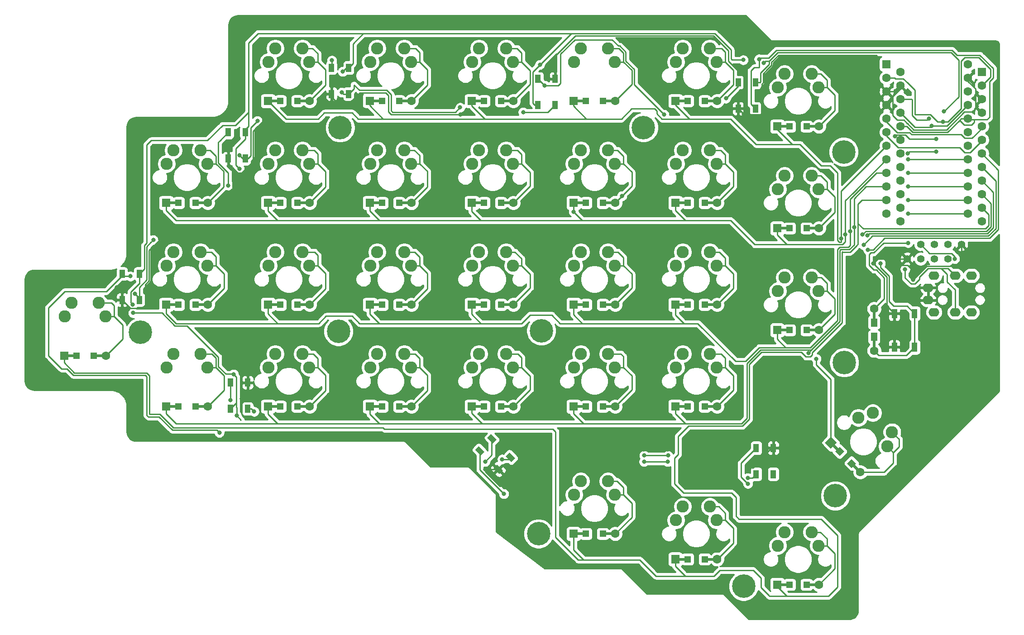
<source format=gtl>
%TF.GenerationSoftware,KiCad,Pcbnew,5.1.9*%
%TF.CreationDate,2021-04-17T11:05:03+02:00*%
%TF.ProjectId,Crystal-Zeliska,43727973-7461-46c2-9d5a-656c69736b61,rev?*%
%TF.SameCoordinates,Original*%
%TF.FileFunction,Copper,L1,Top*%
%TF.FilePolarity,Positive*%
%FSLAX46Y46*%
G04 Gerber Fmt 4.6, Leading zero omitted, Abs format (unit mm)*
G04 Created by KiCad (PCBNEW 5.1.9) date 2021-04-17 11:05:03*
%MOMM*%
%LPD*%
G01*
G04 APERTURE LIST*
%TA.AperFunction,ComponentPad*%
%ADD10R,1.600000X1.600000*%
%TD*%
%TA.AperFunction,ComponentPad*%
%ADD11C,1.600000*%
%TD*%
%TA.AperFunction,SMDPad,CuDef*%
%ADD12R,1.000000X1.500000*%
%TD*%
%TA.AperFunction,ComponentPad*%
%ADD13C,4.400000*%
%TD*%
%TA.AperFunction,SMDPad,CuDef*%
%ADD14R,1.200000X1.200000*%
%TD*%
%TA.AperFunction,SMDPad,CuDef*%
%ADD15R,2.500000X0.500000*%
%TD*%
%TA.AperFunction,SMDPad,CuDef*%
%ADD16C,0.100000*%
%TD*%
%TA.AperFunction,ComponentPad*%
%ADD17C,2.286000*%
%TD*%
%TA.AperFunction,SMDPad,CuDef*%
%ADD18R,1.000000X1.700000*%
%TD*%
%TA.AperFunction,ComponentPad*%
%ADD19O,2.000000X1.600000*%
%TD*%
%TA.AperFunction,ComponentPad*%
%ADD20C,0.100000*%
%TD*%
%TA.AperFunction,ComponentPad*%
%ADD21C,1.397000*%
%TD*%
%TA.AperFunction,SMDPad,CuDef*%
%ADD22R,1.200000X1.500000*%
%TD*%
%TA.AperFunction,SMDPad,CuDef*%
%ADD23R,0.500000X2.900000*%
%TD*%
%TA.AperFunction,ViaPad*%
%ADD24C,0.800000*%
%TD*%
%TA.AperFunction,Conductor*%
%ADD25C,0.250000*%
%TD*%
%TA.AperFunction,Conductor*%
%ADD26C,0.254000*%
%TD*%
%TA.AperFunction,Conductor*%
%ADD27C,0.100000*%
%TD*%
G04 APERTURE END LIST*
D10*
%TO.P,D6,1*%
%TO.N,Row1*%
X91244420Y-73681140D03*
D11*
%TO.P,D6,2*%
%TO.N,Net-(D6-Pad2)*%
X99044420Y-73681140D03*
%TD*%
D12*
%TO.P,D37,3*%
%TO.N,GND*%
X144944420Y-50478640D03*
%TO.P,D37,4*%
%TO.N,Net-(D35-Pad2)*%
X141744420Y-50478640D03*
%TO.P,D37,2*%
%TO.N,Net-(D37-Pad2)*%
X144944420Y-55378640D03*
%TO.P,D37,1*%
%TO.N,+5V*%
X141744420Y-55378640D03*
%TD*%
D11*
%TO.P,D28,2*%
%TO.N,Net-(D28-Pad2)*%
X194294420Y-78438640D03*
D10*
%TO.P,D28,1*%
%TO.N,Row1*%
X186494420Y-78438640D03*
%TD*%
D13*
%TO.P,REF\u002A\u002A,1*%
%TO.N,N/C*%
X67334420Y-97888640D03*
%TD*%
D14*
%TO.P,D19,2*%
%TO.N,Net-(D19-Pad2)*%
X153859420Y-92726140D03*
%TO.P,D19,1*%
%TO.N,Row2*%
X150709420Y-92726140D03*
D10*
X148384420Y-92726140D03*
D11*
%TO.P,D19,2*%
%TO.N,Net-(D19-Pad2)*%
X156184420Y-92726140D03*
D15*
%TO.P,D19,1*%
%TO.N,Row2*%
X149584420Y-92726140D03*
%TO.P,D19,2*%
%TO.N,Net-(D19-Pad2)*%
X154984420Y-92726140D03*
%TD*%
D13*
%TO.P,REF\u002A\u002A,1*%
%TO.N,N/C*%
X197344420Y-128488640D03*
%TD*%
%TO.P,REF\u002A\u002A,1*%
%TO.N,N/C*%
X180194420Y-145388640D03*
%TD*%
%TO.P,REF\u002A\u002A,1*%
%TO.N,N/C*%
X141844420Y-135568640D03*
%TD*%
%TO.P,REF\u002A\u002A,1*%
%TO.N,N/C*%
X142364420Y-97608640D03*
%TD*%
D10*
%TO.P,D29,1*%
%TO.N,Row2*%
X186474420Y-97488640D03*
D11*
%TO.P,D29,2*%
%TO.N,Net-(D29-Pad2)*%
X194274420Y-97488640D03*
%TD*%
%TA.AperFunction,SMDPad,CuDef*%
D16*
%TO.P,D40,1*%
%TO.N,+5V*%
G36*
X132219496Y-117628081D02*
G01*
X132926602Y-116920975D01*
X133987262Y-117981635D01*
X133280156Y-118688741D01*
X132219496Y-117628081D01*
G37*
%TD.AperFunction*%
%TA.AperFunction,SMDPad,CuDef*%
%TO.P,D40,2*%
%TO.N,Net-(D38-Pad4)*%
G36*
X129956755Y-119890822D02*
G01*
X130663861Y-119183716D01*
X131724521Y-120244376D01*
X131017415Y-120951482D01*
X129956755Y-119890822D01*
G37*
%TD.AperFunction*%
%TA.AperFunction,SMDPad,CuDef*%
%TO.P,D40,4*%
%TO.N,Net-(D40-Pad4)*%
G36*
X135684319Y-121092904D02*
G01*
X136391425Y-120385798D01*
X137452085Y-121446458D01*
X136744979Y-122153564D01*
X135684319Y-121092904D01*
G37*
%TD.AperFunction*%
%TA.AperFunction,SMDPad,CuDef*%
%TO.P,D40,3*%
%TO.N,GND*%
G36*
X133421578Y-123355645D02*
G01*
X134128684Y-122648539D01*
X135189344Y-123709199D01*
X134482238Y-124416305D01*
X133421578Y-123355645D01*
G37*
%TD.AperFunction*%
%TD*%
D12*
%TO.P,D35,1*%
%TO.N,+5V*%
X182394420Y-51158640D03*
%TO.P,D35,2*%
%TO.N,Net-(D35-Pad2)*%
X179194420Y-51158640D03*
%TO.P,D35,4*%
%TO.N,ledin*%
X182394420Y-56058640D03*
%TO.P,D35,3*%
%TO.N,GND*%
X179194420Y-56058640D03*
%TD*%
D17*
%TO.P,K26,1*%
%TO.N,Col5*%
X167524420Y-133048640D03*
%TO.P,K26,2*%
%TO.N,Net-(D26-Pad2)*%
X173874420Y-130508640D03*
%TO.P,K26,1*%
%TO.N,Col5*%
X168794420Y-130508640D03*
%TO.P,K26,2*%
%TO.N,Net-(D26-Pad2)*%
X175144420Y-133048640D03*
%TD*%
D11*
%TO.P,D1,2*%
%TO.N,Net-(D1-Pad2)*%
X79984420Y-73681140D03*
D10*
%TO.P,D1,1*%
%TO.N,Row1*%
X72184420Y-73681140D03*
%TD*%
D11*
%TO.P,D9,2*%
%TO.N,Net-(D9-Pad2)*%
X118084420Y-54621140D03*
D10*
%TO.P,D9,1*%
%TO.N,Row0*%
X110284420Y-54621140D03*
%TD*%
D11*
%TO.P,D24,2*%
%TO.N,Net-(D24-Pad2)*%
X175234420Y-92731140D03*
D10*
%TO.P,D24,1*%
%TO.N,Row2*%
X167434420Y-92731140D03*
%TD*%
%TO.P,D15,1*%
%TO.N,Row2*%
X129334420Y-92718640D03*
D11*
%TO.P,D15,2*%
%TO.N,Net-(D15-Pad2)*%
X137134420Y-92718640D03*
%TD*%
D17*
%TO.P,K1,2*%
%TO.N,Net-(D1-Pad2)*%
X79894420Y-66373640D03*
%TO.P,K1,1*%
%TO.N,Col0*%
X73544420Y-63833640D03*
%TO.P,K1,2*%
%TO.N,Net-(D1-Pad2)*%
X78624420Y-63833640D03*
%TO.P,K1,1*%
%TO.N,Col0*%
X72274420Y-66373640D03*
%TD*%
D11*
%TO.P,D13,2*%
%TO.N,Net-(D13-Pad2)*%
X137134420Y-54621140D03*
D10*
%TO.P,D13,1*%
%TO.N,Row0*%
X129334420Y-54621140D03*
%TD*%
D18*
%TO.P,SW1,1*%
%TO.N,RST*%
X212184420Y-94378640D03*
X212184420Y-100678640D03*
%TO.P,SW1,2*%
%TO.N,GND*%
X208384420Y-94378640D03*
X208384420Y-100678640D03*
%TD*%
D11*
%TO.P,D19,2*%
%TO.N,Net-(D19-Pad2)*%
X156184420Y-92711140D03*
D10*
%TO.P,D19,1*%
%TO.N,Row2*%
X148384420Y-92711140D03*
%TD*%
D11*
%TO.P,D7,2*%
%TO.N,Net-(D7-Pad2)*%
X99044420Y-92711140D03*
D10*
%TO.P,D7,1*%
%TO.N,Row2*%
X91244420Y-92711140D03*
%TD*%
%TO.P,D2,1*%
%TO.N,Row2*%
X72184420Y-92721140D03*
D11*
%TO.P,D2,2*%
%TO.N,Net-(D2-Pad2)*%
X79984420Y-92721140D03*
%TD*%
D12*
%TO.P,D41,3*%
%TO.N,GND*%
X83804420Y-65388640D03*
%TO.P,D41,4*%
%TO.N,Net-(D39-Pad2)*%
X87004420Y-65388640D03*
%TO.P,D41,2*%
%TO.N,Net-(D41-Pad2)*%
X83804420Y-60488640D03*
%TO.P,D41,1*%
%TO.N,+5V*%
X87004420Y-60488640D03*
%TD*%
D17*
%TO.P,K2,2*%
%TO.N,Net-(D2-Pad2)*%
X79894420Y-85423640D03*
%TO.P,K2,1*%
%TO.N,Col0*%
X73544420Y-82883640D03*
%TO.P,K2,2*%
%TO.N,Net-(D2-Pad2)*%
X78624420Y-82883640D03*
%TO.P,K2,1*%
%TO.N,Col0*%
X72274420Y-85423640D03*
%TD*%
D10*
%TO.P,D10,1*%
%TO.N,Row1*%
X110284420Y-73691140D03*
D11*
%TO.P,D10,2*%
%TO.N,Net-(D10-Pad2)*%
X118084420Y-73691140D03*
%TD*%
D10*
%TO.P,D14,1*%
%TO.N,Row1*%
X129334420Y-73681140D03*
D11*
%TO.P,D14,2*%
%TO.N,Net-(D14-Pad2)*%
X137134420Y-73681140D03*
%TD*%
D10*
%TO.P,D18,1*%
%TO.N,Row1*%
X148359420Y-73648640D03*
D11*
%TO.P,D18,2*%
%TO.N,Net-(D18-Pad2)*%
X156159420Y-73648640D03*
%TD*%
D17*
%TO.P,K3,1*%
%TO.N,Col0*%
X72274420Y-104473640D03*
%TO.P,K3,2*%
%TO.N,Net-(D3-Pad2)*%
X78624420Y-101933640D03*
%TO.P,K3,1*%
%TO.N,Col0*%
X73544420Y-101933640D03*
%TO.P,K3,2*%
%TO.N,Net-(D3-Pad2)*%
X79894420Y-104473640D03*
%TD*%
%TO.P,K11,2*%
%TO.N,Net-(D11-Pad2)*%
X117994420Y-85423640D03*
%TO.P,K11,1*%
%TO.N,Col2*%
X111644420Y-82883640D03*
%TO.P,K11,2*%
%TO.N,Net-(D11-Pad2)*%
X116724420Y-82883640D03*
%TO.P,K11,1*%
%TO.N,Col2*%
X110374420Y-85423640D03*
%TD*%
D10*
%TO.P,U1,1*%
%TO.N,Net-(U1-Pad1)*%
X206934420Y-47768640D03*
D11*
%TO.P,U1,2*%
%TO.N,TRRS1*%
X206934420Y-50308640D03*
%TO.P,U1,3*%
%TO.N,GND*%
X206934420Y-52848640D03*
%TO.P,U1,4*%
X206934420Y-55388640D03*
%TO.P,U1,5*%
%TO.N,SCL-OLED*%
X206934420Y-57928640D03*
%TO.P,U1,6*%
%TO.N,SDA-OLED*%
X206934420Y-60468640D03*
%TO.P,U1,7*%
%TO.N,Row0*%
X206934420Y-63008640D03*
%TO.P,U1,8*%
%TO.N,Row1*%
X206934420Y-65548640D03*
%TO.P,U1,9*%
%TO.N,Row2*%
X206934420Y-68088640D03*
%TO.P,U1,10*%
%TO.N,Row3*%
X206934420Y-70628640D03*
%TO.P,U1,11*%
%TO.N,Row4*%
X206934420Y-73168640D03*
%TO.P,U1,12*%
%TO.N,Net-(U1-Pad12)*%
X206934420Y-75708640D03*
%TO.P,U1,13*%
%TO.N,Col0*%
X222174420Y-75708640D03*
%TO.P,U1,14*%
%TO.N,Col1*%
X222174420Y-73168640D03*
%TO.P,U1,15*%
%TO.N,Col2*%
X222174420Y-70628640D03*
%TO.P,U1,16*%
%TO.N,Col3*%
X222174420Y-68088640D03*
%TO.P,U1,17*%
%TO.N,Col4*%
X222174420Y-65548640D03*
%TO.P,U1,18*%
%TO.N,Col5*%
X222174420Y-63008640D03*
%TO.P,U1,19*%
%TO.N,Col6*%
X222174420Y-60468640D03*
%TO.P,U1,20*%
%TO.N,ledin*%
X222174420Y-57928640D03*
%TO.P,U1,21*%
%TO.N,+5V*%
X222174420Y-55388640D03*
%TO.P,U1,22*%
%TO.N,RST*%
X222174420Y-52848640D03*
%TO.P,U1,23*%
%TO.N,GND*%
X222174420Y-50308640D03*
%TO.P,U1,24*%
%TO.N,Net-(U1-Pad24)*%
X222174420Y-47768640D03*
%TD*%
%TO.P,D22,2*%
%TO.N,Net-(D22-Pad2)*%
X175234420Y-54621140D03*
D10*
%TO.P,D22,1*%
%TO.N,Row0*%
X167434420Y-54621140D03*
%TD*%
%TO.P,D15,1*%
%TO.N,Row2*%
X110284420Y-92728640D03*
D11*
%TO.P,D15,2*%
%TO.N,Net-(D15-Pad2)*%
X118084420Y-92728640D03*
%TD*%
D10*
%TO.P,D23,1*%
%TO.N,Row1*%
X167434420Y-73681140D03*
D11*
%TO.P,D23,2*%
%TO.N,Net-(D23-Pad2)*%
X175234420Y-73681140D03*
%TD*%
D10*
%TO.P,D21,1*%
%TO.N,Row4*%
X148384420Y-135588640D03*
D11*
%TO.P,D21,2*%
%TO.N,Net-(D21-Pad2)*%
X156184420Y-135588640D03*
%TD*%
D10*
%TO.P,D3,1*%
%TO.N,Row3*%
X72184420Y-111778640D03*
D11*
%TO.P,D3,2*%
%TO.N,Net-(D3-Pad2)*%
X79984420Y-111778640D03*
%TD*%
D12*
%TO.P,D39,1*%
%TO.N,+5V*%
X106314420Y-48418640D03*
%TO.P,D39,2*%
%TO.N,Net-(D39-Pad2)*%
X103114420Y-48418640D03*
%TO.P,D39,4*%
%TO.N,Net-(D37-Pad2)*%
X106314420Y-53318640D03*
%TO.P,D39,3*%
%TO.N,GND*%
X103114420Y-53318640D03*
%TD*%
%TO.P,D38,3*%
%TO.N,GND*%
X185754420Y-119538640D03*
%TO.P,D38,4*%
%TO.N,Net-(D38-Pad4)*%
X182554420Y-119538640D03*
%TO.P,D38,2*%
%TO.N,Net-(D38-Pad2)*%
X185754420Y-124438640D03*
%TO.P,D38,1*%
%TO.N,+5V*%
X182554420Y-124438640D03*
%TD*%
D11*
%TO.P,D8,2*%
%TO.N,Net-(D8-Pad2)*%
X99044420Y-111778640D03*
D10*
%TO.P,D8,1*%
%TO.N,Row3*%
X91244420Y-111778640D03*
%TD*%
%TO.P,D5,1*%
%TO.N,Row0*%
X91234420Y-54631140D03*
D11*
%TO.P,D5,2*%
%TO.N,Net-(D5-Pad2)*%
X99034420Y-54631140D03*
%TD*%
D13*
%TO.P,REF\u002A\u002A,1*%
%TO.N,N/C*%
X198914420Y-64158640D03*
%TD*%
D19*
%TO.P,U2,3*%
%TO.N,TRRS1*%
X219804420Y-87298640D03*
%TO.P,U2,4*%
%TO.N,Net-(U2-Pad4)*%
X222804420Y-87298640D03*
%TO.P,U2,2*%
%TO.N,+5V*%
X215804420Y-87298640D03*
%TO.P,U2,1*%
%TO.N,GND*%
X214704420Y-91898640D03*
%TD*%
D11*
%TO.P,U1,24*%
%TO.N,Net-(U1-Pad24)*%
X209494420Y-49228640D03*
%TO.P,U1,23*%
%TO.N,GND*%
X209494420Y-51768640D03*
%TO.P,U1,22*%
%TO.N,RST*%
X209494420Y-54308640D03*
%TO.P,U1,21*%
%TO.N,+5V*%
X209494420Y-56848640D03*
%TO.P,U1,20*%
%TO.N,ledin*%
X209494420Y-59388640D03*
%TO.P,U1,19*%
%TO.N,Col6*%
X209494420Y-61928640D03*
%TO.P,U1,18*%
%TO.N,Col5*%
X209494420Y-64468640D03*
%TO.P,U1,17*%
%TO.N,Col4*%
X209494420Y-67008640D03*
%TO.P,U1,16*%
%TO.N,Col3*%
X209494420Y-69548640D03*
%TO.P,U1,15*%
%TO.N,Col2*%
X209494420Y-72088640D03*
%TO.P,U1,14*%
%TO.N,Col1*%
X209494420Y-74628640D03*
%TO.P,U1,13*%
%TO.N,Col0*%
X209494420Y-77168640D03*
%TO.P,U1,12*%
%TO.N,Net-(U1-Pad12)*%
X224734420Y-77168640D03*
%TO.P,U1,11*%
%TO.N,Row4*%
X224734420Y-74628640D03*
%TO.P,U1,10*%
%TO.N,Row3*%
X224734420Y-72088640D03*
%TO.P,U1,9*%
%TO.N,Row2*%
X224734420Y-69548640D03*
%TO.P,U1,8*%
%TO.N,Row1*%
X224734420Y-67008640D03*
%TO.P,U1,7*%
%TO.N,Row0*%
X224734420Y-64468640D03*
%TO.P,U1,6*%
%TO.N,SDA-OLED*%
X224734420Y-61928640D03*
%TO.P,U1,5*%
%TO.N,SCL-OLED*%
X224734420Y-59388640D03*
%TO.P,U1,4*%
%TO.N,GND*%
X224734420Y-56848640D03*
%TO.P,U1,3*%
X224734420Y-54308640D03*
%TO.P,U1,2*%
%TO.N,TRRS1*%
X224734420Y-51768640D03*
D10*
%TO.P,U1,1*%
%TO.N,Net-(U1-Pad1)*%
X224734420Y-49228640D03*
%TD*%
D15*
%TO.P,D3,2*%
%TO.N,Net-(D3-Pad2)*%
X78784420Y-111776140D03*
%TO.P,D3,1*%
%TO.N,Row3*%
X73384420Y-111776140D03*
D11*
%TO.P,D3,2*%
%TO.N,Net-(D3-Pad2)*%
X79984420Y-111776140D03*
D10*
%TO.P,D3,1*%
%TO.N,Row3*%
X72184420Y-111776140D03*
D14*
X74509420Y-111776140D03*
%TO.P,D3,2*%
%TO.N,Net-(D3-Pad2)*%
X77659420Y-111776140D03*
%TD*%
%TO.P,D9,2*%
%TO.N,Net-(D9-Pad2)*%
X115759420Y-54626140D03*
%TO.P,D9,1*%
%TO.N,Row0*%
X112609420Y-54626140D03*
D10*
X110284420Y-54626140D03*
D11*
%TO.P,D9,2*%
%TO.N,Net-(D9-Pad2)*%
X118084420Y-54626140D03*
D15*
%TO.P,D9,1*%
%TO.N,Row0*%
X111484420Y-54626140D03*
%TO.P,D9,2*%
%TO.N,Net-(D9-Pad2)*%
X116884420Y-54626140D03*
%TD*%
D14*
%TO.P,D20,2*%
%TO.N,Net-(D20-Pad2)*%
X153859420Y-111776140D03*
%TO.P,D20,1*%
%TO.N,Row3*%
X150709420Y-111776140D03*
D10*
X148384420Y-111776140D03*
D11*
%TO.P,D20,2*%
%TO.N,Net-(D20-Pad2)*%
X156184420Y-111776140D03*
D15*
%TO.P,D20,1*%
%TO.N,Row3*%
X149584420Y-111776140D03*
%TO.P,D20,2*%
%TO.N,Net-(D20-Pad2)*%
X154984420Y-111776140D03*
%TD*%
%TO.P,D21,2*%
%TO.N,Net-(D21-Pad2)*%
X154984420Y-135588640D03*
%TO.P,D21,1*%
%TO.N,Row4*%
X149584420Y-135588640D03*
D11*
%TO.P,D21,2*%
%TO.N,Net-(D21-Pad2)*%
X156184420Y-135588640D03*
D10*
%TO.P,D21,1*%
%TO.N,Row4*%
X148384420Y-135588640D03*
D14*
X150709420Y-135588640D03*
%TO.P,D21,2*%
%TO.N,Net-(D21-Pad2)*%
X153859420Y-135588640D03*
%TD*%
%TO.P,D22,2*%
%TO.N,Net-(D22-Pad2)*%
X172909420Y-54626140D03*
%TO.P,D22,1*%
%TO.N,Row0*%
X169759420Y-54626140D03*
D10*
X167434420Y-54626140D03*
D11*
%TO.P,D22,2*%
%TO.N,Net-(D22-Pad2)*%
X175234420Y-54626140D03*
D15*
%TO.P,D22,1*%
%TO.N,Row0*%
X168634420Y-54626140D03*
%TO.P,D22,2*%
%TO.N,Net-(D22-Pad2)*%
X174034420Y-54626140D03*
%TD*%
%TO.P,D23,2*%
%TO.N,Net-(D23-Pad2)*%
X174034420Y-73676140D03*
%TO.P,D23,1*%
%TO.N,Row1*%
X168634420Y-73676140D03*
D11*
%TO.P,D23,2*%
%TO.N,Net-(D23-Pad2)*%
X175234420Y-73676140D03*
D10*
%TO.P,D23,1*%
%TO.N,Row1*%
X167434420Y-73676140D03*
D14*
X169759420Y-73676140D03*
%TO.P,D23,2*%
%TO.N,Net-(D23-Pad2)*%
X172909420Y-73676140D03*
%TD*%
%TO.P,D24,2*%
%TO.N,Net-(D24-Pad2)*%
X172909420Y-92726140D03*
%TO.P,D24,1*%
%TO.N,Row2*%
X169759420Y-92726140D03*
D10*
X167434420Y-92726140D03*
D11*
%TO.P,D24,2*%
%TO.N,Net-(D24-Pad2)*%
X175234420Y-92726140D03*
D15*
%TO.P,D24,1*%
%TO.N,Row2*%
X168634420Y-92726140D03*
%TO.P,D24,2*%
%TO.N,Net-(D24-Pad2)*%
X174034420Y-92726140D03*
%TD*%
%TO.P,D25,2*%
%TO.N,Net-(D25-Pad2)*%
X174034420Y-111776140D03*
%TO.P,D25,1*%
%TO.N,Row3*%
X168634420Y-111776140D03*
D11*
%TO.P,D25,2*%
%TO.N,Net-(D25-Pad2)*%
X175234420Y-111776140D03*
D10*
%TO.P,D25,1*%
%TO.N,Row3*%
X167434420Y-111776140D03*
D14*
X169759420Y-111776140D03*
%TO.P,D25,2*%
%TO.N,Net-(D25-Pad2)*%
X172909420Y-111776140D03*
%TD*%
%TO.P,D26,2*%
%TO.N,Net-(D26-Pad2)*%
X172909420Y-140351140D03*
%TO.P,D26,1*%
%TO.N,Row4*%
X169759420Y-140351140D03*
D10*
X167434420Y-140351140D03*
D11*
%TO.P,D26,2*%
%TO.N,Net-(D26-Pad2)*%
X175234420Y-140351140D03*
D15*
%TO.P,D26,1*%
%TO.N,Row4*%
X168634420Y-140351140D03*
%TO.P,D26,2*%
%TO.N,Net-(D26-Pad2)*%
X174034420Y-140351140D03*
%TD*%
%TO.P,D27,2*%
%TO.N,Net-(D27-Pad2)*%
X193084420Y-59388640D03*
%TO.P,D27,1*%
%TO.N,Row0*%
X187684420Y-59388640D03*
D11*
%TO.P,D27,2*%
%TO.N,Net-(D27-Pad2)*%
X194284420Y-59388640D03*
D10*
%TO.P,D27,1*%
%TO.N,Row0*%
X186484420Y-59388640D03*
D14*
X188809420Y-59388640D03*
%TO.P,D27,2*%
%TO.N,Net-(D27-Pad2)*%
X191959420Y-59388640D03*
%TD*%
%TO.P,D28,2*%
%TO.N,Net-(D28-Pad2)*%
X191959420Y-78438640D03*
%TO.P,D28,1*%
%TO.N,Row1*%
X188809420Y-78438640D03*
D10*
X186484420Y-78438640D03*
D11*
%TO.P,D28,2*%
%TO.N,Net-(D28-Pad2)*%
X194284420Y-78438640D03*
D15*
%TO.P,D28,1*%
%TO.N,Row1*%
X187684420Y-78438640D03*
%TO.P,D28,2*%
%TO.N,Net-(D28-Pad2)*%
X193084420Y-78438640D03*
%TD*%
%TO.P,D29,2*%
%TO.N,Net-(D29-Pad2)*%
X193084420Y-97488640D03*
%TO.P,D29,1*%
%TO.N,Row2*%
X187684420Y-97488640D03*
D11*
%TO.P,D29,2*%
%TO.N,Net-(D29-Pad2)*%
X194284420Y-97488640D03*
D10*
%TO.P,D29,1*%
%TO.N,Row2*%
X186484420Y-97488640D03*
D14*
X188809420Y-97488640D03*
%TO.P,D29,2*%
%TO.N,Net-(D29-Pad2)*%
X191959420Y-97488640D03*
%TD*%
%TO.P,D31,2*%
%TO.N,Net-(D31-Pad2)*%
X191959420Y-145113640D03*
%TO.P,D31,1*%
%TO.N,Row4*%
X188809420Y-145113640D03*
D10*
X186484420Y-145113640D03*
D11*
%TO.P,D31,2*%
%TO.N,Net-(D31-Pad2)*%
X194284420Y-145113640D03*
D15*
%TO.P,D31,1*%
%TO.N,Row4*%
X187684420Y-145113640D03*
%TO.P,D31,2*%
%TO.N,Net-(D31-Pad2)*%
X193084420Y-145113640D03*
%TD*%
%TO.P,D5,2*%
%TO.N,Net-(D5-Pad2)*%
X97834420Y-54626140D03*
%TO.P,D5,1*%
%TO.N,Row0*%
X92434420Y-54626140D03*
D11*
%TO.P,D5,2*%
%TO.N,Net-(D5-Pad2)*%
X99034420Y-54626140D03*
D10*
%TO.P,D5,1*%
%TO.N,Row0*%
X91234420Y-54626140D03*
D14*
X93559420Y-54626140D03*
%TO.P,D5,2*%
%TO.N,Net-(D5-Pad2)*%
X96709420Y-54626140D03*
%TD*%
%TA.AperFunction,SMDPad,CuDef*%
D16*
%TO.P,D30,2*%
%TO.N,Net-(D30-Pad2)*%
G36*
X199539585Y-122414833D02*
G01*
X200388113Y-121566305D01*
X201236641Y-122414833D01*
X200388113Y-123263361D01*
X199539585Y-122414833D01*
G37*
%TD.AperFunction*%
%TA.AperFunction,SMDPad,CuDef*%
%TO.P,D30,1*%
%TO.N,Row3*%
G36*
X197312199Y-120187447D02*
G01*
X198160727Y-119338919D01*
X199009255Y-120187447D01*
X198160727Y-121035975D01*
X197312199Y-120187447D01*
G37*
%TD.AperFunction*%
%TA.AperFunction,ComponentPad*%
D20*
G36*
X195385333Y-118543424D02*
G01*
X196516704Y-117412053D01*
X197648075Y-118543424D01*
X196516704Y-119674795D01*
X195385333Y-118543424D01*
G37*
%TD.AperFunction*%
D11*
%TO.P,D30,2*%
%TO.N,Net-(D30-Pad2)*%
X202032136Y-124058856D03*
%TA.AperFunction,SMDPad,CuDef*%
D16*
%TO.P,D30,1*%
%TO.N,Row3*%
G36*
X196304572Y-118684845D02*
G01*
X196658125Y-118331292D01*
X198425892Y-120099059D01*
X198072339Y-120452612D01*
X196304572Y-118684845D01*
G37*
%TD.AperFunction*%
%TA.AperFunction,SMDPad,CuDef*%
%TO.P,D30,2*%
%TO.N,Net-(D30-Pad2)*%
G36*
X200122948Y-122503221D02*
G01*
X200476501Y-122149668D01*
X202244268Y-123917435D01*
X201890715Y-124270988D01*
X200122948Y-122503221D01*
G37*
%TD.AperFunction*%
%TD*%
D17*
%TO.P,K4,1*%
%TO.N,Col0*%
X53224420Y-94948640D03*
%TO.P,K4,2*%
%TO.N,Net-(D4-Pad2)*%
X59574420Y-92408640D03*
%TO.P,K4,1*%
%TO.N,Col0*%
X54494420Y-92408640D03*
%TO.P,K4,2*%
%TO.N,Net-(D4-Pad2)*%
X60844420Y-94948640D03*
%TD*%
%TO.P,K5,2*%
%TO.N,Net-(D5-Pad2)*%
X98944420Y-47323640D03*
%TO.P,K5,1*%
%TO.N,Col1*%
X92594420Y-44783640D03*
%TO.P,K5,2*%
%TO.N,Net-(D5-Pad2)*%
X97674420Y-44783640D03*
%TO.P,K5,1*%
%TO.N,Col1*%
X91324420Y-47323640D03*
%TD*%
%TO.P,K6,2*%
%TO.N,Net-(D6-Pad2)*%
X98944420Y-66373640D03*
%TO.P,K6,1*%
%TO.N,Col1*%
X92594420Y-63833640D03*
%TO.P,K6,2*%
%TO.N,Net-(D6-Pad2)*%
X97674420Y-63833640D03*
%TO.P,K6,1*%
%TO.N,Col1*%
X91324420Y-66373640D03*
%TD*%
%TO.P,K7,2*%
%TO.N,Net-(D7-Pad2)*%
X98944420Y-85423640D03*
%TO.P,K7,1*%
%TO.N,Col1*%
X92594420Y-82883640D03*
%TO.P,K7,2*%
%TO.N,Net-(D7-Pad2)*%
X97674420Y-82883640D03*
%TO.P,K7,1*%
%TO.N,Col1*%
X91324420Y-85423640D03*
%TD*%
%TO.P,K8,1*%
%TO.N,Col1*%
X91324420Y-104473640D03*
%TO.P,K8,2*%
%TO.N,Net-(D8-Pad2)*%
X97674420Y-101933640D03*
%TO.P,K8,1*%
%TO.N,Col1*%
X92594420Y-101933640D03*
%TO.P,K8,2*%
%TO.N,Net-(D8-Pad2)*%
X98944420Y-104473640D03*
%TD*%
%TO.P,K9,1*%
%TO.N,Col2*%
X110374420Y-47323640D03*
%TO.P,K9,2*%
%TO.N,Net-(D9-Pad2)*%
X116724420Y-44783640D03*
%TO.P,K9,1*%
%TO.N,Col2*%
X111644420Y-44783640D03*
%TO.P,K9,2*%
%TO.N,Net-(D9-Pad2)*%
X117994420Y-47323640D03*
%TD*%
%TO.P,K10,1*%
%TO.N,Col2*%
X110374420Y-66373640D03*
%TO.P,K10,2*%
%TO.N,Net-(D10-Pad2)*%
X116724420Y-63833640D03*
%TO.P,K10,1*%
%TO.N,Col2*%
X111644420Y-63833640D03*
%TO.P,K10,2*%
%TO.N,Net-(D10-Pad2)*%
X117994420Y-66373640D03*
%TD*%
D11*
%TO.P,D17,2*%
%TO.N,Net-(D17-Pad2)*%
X156184420Y-54621140D03*
D10*
%TO.P,D17,1*%
%TO.N,Row0*%
X148384420Y-54621140D03*
%TD*%
D12*
%TO.P,D42,3*%
%TO.N,GND*%
X87444420Y-107298640D03*
%TO.P,D42,4*%
%TO.N,Net-(D42-Pad4)*%
X84244420Y-107298640D03*
%TO.P,D42,2*%
%TO.N,Net-(D40-Pad4)*%
X87444420Y-112198640D03*
%TO.P,D42,1*%
%TO.N,+5V*%
X84244420Y-112198640D03*
%TD*%
D17*
%TO.P,K22,2*%
%TO.N,Net-(D22-Pad2)*%
X175144420Y-47323640D03*
%TO.P,K22,1*%
%TO.N,Col5*%
X168794420Y-44783640D03*
%TO.P,K22,2*%
%TO.N,Net-(D22-Pad2)*%
X173874420Y-44783640D03*
%TO.P,K22,1*%
%TO.N,Col5*%
X167524420Y-47323640D03*
%TD*%
D21*
%TO.P,Brd1,4*%
%TO.N,SDA-OLED*%
X213304420Y-81458640D03*
%TO.P,Brd1,3*%
%TO.N,SCL-OLED*%
X215844420Y-81458640D03*
%TO.P,Brd1,2*%
%TO.N,+5V*%
X218384420Y-81458640D03*
%TO.P,Brd1,1*%
%TO.N,GND*%
X220924420Y-81458640D03*
%TD*%
D10*
%TO.P,D27,1*%
%TO.N,Row0*%
X186494420Y-59378640D03*
D11*
%TO.P,D27,2*%
%TO.N,Net-(D27-Pad2)*%
X194294420Y-59378640D03*
%TD*%
%TO.P,D20,2*%
%TO.N,Net-(D20-Pad2)*%
X156184420Y-111781140D03*
D10*
%TO.P,D20,1*%
%TO.N,Row3*%
X148384420Y-111781140D03*
%TD*%
%TO.P,D25,1*%
%TO.N,Row3*%
X167434420Y-111778640D03*
D11*
%TO.P,D25,2*%
%TO.N,Net-(D25-Pad2)*%
X175234420Y-111778640D03*
%TD*%
D13*
%TO.P,REF\u002A\u002A,1*%
%TO.N,N/C*%
X199024420Y-103558640D03*
%TD*%
D11*
%TO.P,D16,2*%
%TO.N,Net-(D16-Pad2)*%
X137134420Y-111781140D03*
D10*
%TO.P,D16,1*%
%TO.N,Row3*%
X129334420Y-111781140D03*
%TD*%
%TO.P,D4,1*%
%TO.N,Row4*%
X53134420Y-102248640D03*
D11*
%TO.P,D4,2*%
%TO.N,Net-(D4-Pad2)*%
X60934420Y-102248640D03*
%TD*%
%TO.P,D12,2*%
%TO.N,Net-(D12-Pad2)*%
X118084420Y-111778640D03*
D10*
%TO.P,D12,1*%
%TO.N,Row3*%
X110284420Y-111778640D03*
%TD*%
D11*
%TO.P,D31,2*%
%TO.N,Net-(D31-Pad2)*%
X194284420Y-145113640D03*
D10*
%TO.P,D31,1*%
%TO.N,Row4*%
X186484420Y-145113640D03*
%TD*%
D13*
%TO.P,REF\u002A\u002A,1*%
%TO.N,N/C*%
X104724420Y-59608640D03*
%TD*%
D11*
%TO.P,D30,2*%
%TO.N,Net-(D30-Pad2)*%
X202024636Y-124056356D03*
%TA.AperFunction,ComponentPad*%
D20*
%TO.P,D30,1*%
%TO.N,Row3*%
G36*
X195377833Y-118540924D02*
G01*
X196509204Y-117409553D01*
X197640575Y-118540924D01*
X196509204Y-119672295D01*
X195377833Y-118540924D01*
G37*
%TD.AperFunction*%
%TD*%
D13*
%TO.P,REF\u002A\u002A,1*%
%TO.N,N/C*%
X161464420Y-59588640D03*
%TD*%
D11*
%TO.P,D26,2*%
%TO.N,Net-(D26-Pad2)*%
X175234420Y-140346140D03*
D10*
%TO.P,D26,1*%
%TO.N,Row4*%
X167434420Y-140346140D03*
%TD*%
D12*
%TO.P,D43,1*%
%TO.N,+5V*%
X67174420Y-86948640D03*
%TO.P,D43,2*%
%TO.N,Net-(D42-Pad4)*%
X63974420Y-86948640D03*
%TO.P,D43,4*%
%TO.N,Net-(D41-Pad2)*%
X67174420Y-91848640D03*
%TO.P,D43,3*%
%TO.N,GND*%
X63974420Y-91848640D03*
%TD*%
D13*
%TO.P,REF\u002A\u002A,1*%
%TO.N,N/C*%
X104414420Y-97728640D03*
%TD*%
D14*
%TO.P,D1,2*%
%TO.N,Net-(D1-Pad2)*%
X77659420Y-73676140D03*
%TO.P,D1,1*%
%TO.N,Row1*%
X74509420Y-73676140D03*
D10*
X72184420Y-73676140D03*
D11*
%TO.P,D1,2*%
%TO.N,Net-(D1-Pad2)*%
X79984420Y-73676140D03*
D15*
%TO.P,D1,1*%
%TO.N,Row1*%
X73384420Y-73676140D03*
%TO.P,D1,2*%
%TO.N,Net-(D1-Pad2)*%
X78784420Y-73676140D03*
%TD*%
%TO.P,D2,2*%
%TO.N,Net-(D2-Pad2)*%
X78784420Y-92726140D03*
%TO.P,D2,1*%
%TO.N,Row2*%
X73384420Y-92726140D03*
D11*
%TO.P,D2,2*%
%TO.N,Net-(D2-Pad2)*%
X79984420Y-92726140D03*
D10*
%TO.P,D2,1*%
%TO.N,Row2*%
X72184420Y-92726140D03*
D14*
X74509420Y-92726140D03*
%TO.P,D2,2*%
%TO.N,Net-(D2-Pad2)*%
X77659420Y-92726140D03*
%TD*%
D15*
%TO.P,D4,2*%
%TO.N,Net-(D4-Pad2)*%
X59734420Y-102251140D03*
%TO.P,D4,1*%
%TO.N,Row4*%
X54334420Y-102251140D03*
D11*
%TO.P,D4,2*%
%TO.N,Net-(D4-Pad2)*%
X60934420Y-102251140D03*
D10*
%TO.P,D4,1*%
%TO.N,Row4*%
X53134420Y-102251140D03*
D14*
X55459420Y-102251140D03*
%TO.P,D4,2*%
%TO.N,Net-(D4-Pad2)*%
X58609420Y-102251140D03*
%TD*%
D15*
%TO.P,D6,2*%
%TO.N,Net-(D6-Pad2)*%
X97834420Y-73676140D03*
%TO.P,D6,1*%
%TO.N,Row1*%
X92434420Y-73676140D03*
D11*
%TO.P,D6,2*%
%TO.N,Net-(D6-Pad2)*%
X99034420Y-73676140D03*
D10*
%TO.P,D6,1*%
%TO.N,Row1*%
X91234420Y-73676140D03*
D14*
X93559420Y-73676140D03*
%TO.P,D6,2*%
%TO.N,Net-(D6-Pad2)*%
X96709420Y-73676140D03*
%TD*%
%TO.P,D7,2*%
%TO.N,Net-(D7-Pad2)*%
X96709420Y-92726140D03*
%TO.P,D7,1*%
%TO.N,Row2*%
X93559420Y-92726140D03*
D10*
X91234420Y-92726140D03*
D11*
%TO.P,D7,2*%
%TO.N,Net-(D7-Pad2)*%
X99034420Y-92726140D03*
D15*
%TO.P,D7,1*%
%TO.N,Row2*%
X92434420Y-92726140D03*
%TO.P,D7,2*%
%TO.N,Net-(D7-Pad2)*%
X97834420Y-92726140D03*
%TD*%
D14*
%TO.P,D8,2*%
%TO.N,Net-(D8-Pad2)*%
X96709420Y-111776140D03*
%TO.P,D8,1*%
%TO.N,Row3*%
X93559420Y-111776140D03*
D10*
X91234420Y-111776140D03*
D11*
%TO.P,D8,2*%
%TO.N,Net-(D8-Pad2)*%
X99034420Y-111776140D03*
D15*
%TO.P,D8,1*%
%TO.N,Row3*%
X92434420Y-111776140D03*
%TO.P,D8,2*%
%TO.N,Net-(D8-Pad2)*%
X97834420Y-111776140D03*
%TD*%
%TO.P,D10,2*%
%TO.N,Net-(D10-Pad2)*%
X116884420Y-73676140D03*
%TO.P,D10,1*%
%TO.N,Row1*%
X111484420Y-73676140D03*
D11*
%TO.P,D10,2*%
%TO.N,Net-(D10-Pad2)*%
X118084420Y-73676140D03*
D10*
%TO.P,D10,1*%
%TO.N,Row1*%
X110284420Y-73676140D03*
D14*
X112609420Y-73676140D03*
%TO.P,D10,2*%
%TO.N,Net-(D10-Pad2)*%
X115759420Y-73676140D03*
%TD*%
D15*
%TO.P,D11,2*%
%TO.N,Net-(D11-Pad2)*%
X116884420Y-92726140D03*
%TO.P,D11,1*%
%TO.N,Row2*%
X111484420Y-92726140D03*
D11*
%TO.P,D11,2*%
%TO.N,Net-(D11-Pad2)*%
X118084420Y-92726140D03*
D10*
%TO.P,D11,1*%
%TO.N,Row2*%
X110284420Y-92726140D03*
D14*
X112609420Y-92726140D03*
%TO.P,D11,2*%
%TO.N,Net-(D11-Pad2)*%
X115759420Y-92726140D03*
%TD*%
%TO.P,D12,2*%
%TO.N,Net-(D12-Pad2)*%
X115759420Y-111776140D03*
%TO.P,D12,1*%
%TO.N,Row3*%
X112609420Y-111776140D03*
D10*
X110284420Y-111776140D03*
D11*
%TO.P,D12,2*%
%TO.N,Net-(D12-Pad2)*%
X118084420Y-111776140D03*
D15*
%TO.P,D12,1*%
%TO.N,Row3*%
X111484420Y-111776140D03*
%TO.P,D12,2*%
%TO.N,Net-(D12-Pad2)*%
X116884420Y-111776140D03*
%TD*%
D14*
%TO.P,D13,2*%
%TO.N,Net-(D13-Pad2)*%
X134809420Y-54626140D03*
%TO.P,D13,1*%
%TO.N,Row0*%
X131659420Y-54626140D03*
D10*
X129334420Y-54626140D03*
D11*
%TO.P,D13,2*%
%TO.N,Net-(D13-Pad2)*%
X137134420Y-54626140D03*
D15*
%TO.P,D13,1*%
%TO.N,Row0*%
X130534420Y-54626140D03*
%TO.P,D13,2*%
%TO.N,Net-(D13-Pad2)*%
X135934420Y-54626140D03*
%TD*%
%TO.P,D14,2*%
%TO.N,Net-(D14-Pad2)*%
X135934420Y-73676140D03*
%TO.P,D14,1*%
%TO.N,Row1*%
X130534420Y-73676140D03*
D11*
%TO.P,D14,2*%
%TO.N,Net-(D14-Pad2)*%
X137134420Y-73676140D03*
D10*
%TO.P,D14,1*%
%TO.N,Row1*%
X129334420Y-73676140D03*
D14*
X131659420Y-73676140D03*
%TO.P,D14,2*%
%TO.N,Net-(D14-Pad2)*%
X134809420Y-73676140D03*
%TD*%
D15*
%TO.P,D15,2*%
%TO.N,Net-(D15-Pad2)*%
X135934420Y-92726140D03*
%TO.P,D15,1*%
%TO.N,Row2*%
X130534420Y-92726140D03*
D11*
%TO.P,D15,2*%
%TO.N,Net-(D15-Pad2)*%
X137134420Y-92726140D03*
D10*
%TO.P,D15,1*%
%TO.N,Row2*%
X129334420Y-92726140D03*
D14*
X131659420Y-92726140D03*
%TO.P,D15,2*%
%TO.N,Net-(D15-Pad2)*%
X134809420Y-92726140D03*
%TD*%
%TO.P,D16,2*%
%TO.N,Net-(D16-Pad2)*%
X134809420Y-111776140D03*
%TO.P,D16,1*%
%TO.N,Row3*%
X131659420Y-111776140D03*
D10*
X129334420Y-111776140D03*
D11*
%TO.P,D16,2*%
%TO.N,Net-(D16-Pad2)*%
X137134420Y-111776140D03*
D15*
%TO.P,D16,1*%
%TO.N,Row3*%
X130534420Y-111776140D03*
%TO.P,D16,2*%
%TO.N,Net-(D16-Pad2)*%
X135934420Y-111776140D03*
%TD*%
D14*
%TO.P,D17,2*%
%TO.N,Net-(D17-Pad2)*%
X153859420Y-54626140D03*
%TO.P,D17,1*%
%TO.N,Row0*%
X150709420Y-54626140D03*
D10*
X148384420Y-54626140D03*
D11*
%TO.P,D17,2*%
%TO.N,Net-(D17-Pad2)*%
X156184420Y-54626140D03*
D15*
%TO.P,D17,1*%
%TO.N,Row0*%
X149584420Y-54626140D03*
%TO.P,D17,2*%
%TO.N,Net-(D17-Pad2)*%
X154984420Y-54626140D03*
%TD*%
%TO.P,D18,2*%
%TO.N,Net-(D18-Pad2)*%
X154984420Y-73676140D03*
%TO.P,D18,1*%
%TO.N,Row1*%
X149584420Y-73676140D03*
D11*
%TO.P,D18,2*%
%TO.N,Net-(D18-Pad2)*%
X156184420Y-73676140D03*
D10*
%TO.P,D18,1*%
%TO.N,Row1*%
X148384420Y-73676140D03*
D14*
X150709420Y-73676140D03*
%TO.P,D18,2*%
%TO.N,Net-(D18-Pad2)*%
X153859420Y-73676140D03*
%TD*%
D17*
%TO.P,K12,2*%
%TO.N,Net-(D12-Pad2)*%
X117994420Y-104473640D03*
%TO.P,K12,1*%
%TO.N,Col2*%
X111644420Y-101933640D03*
%TO.P,K12,2*%
%TO.N,Net-(D12-Pad2)*%
X116724420Y-101933640D03*
%TO.P,K12,1*%
%TO.N,Col2*%
X110374420Y-104473640D03*
%TD*%
%TO.P,K13,1*%
%TO.N,Col3*%
X129424420Y-47323640D03*
%TO.P,K13,2*%
%TO.N,Net-(D13-Pad2)*%
X135774420Y-44783640D03*
%TO.P,K13,1*%
%TO.N,Col3*%
X130694420Y-44783640D03*
%TO.P,K13,2*%
%TO.N,Net-(D13-Pad2)*%
X137044420Y-47323640D03*
%TD*%
%TO.P,K14,1*%
%TO.N,Col3*%
X129424420Y-66373640D03*
%TO.P,K14,2*%
%TO.N,Net-(D14-Pad2)*%
X135774420Y-63833640D03*
%TO.P,K14,1*%
%TO.N,Col3*%
X130694420Y-63833640D03*
%TO.P,K14,2*%
%TO.N,Net-(D14-Pad2)*%
X137044420Y-66373640D03*
%TD*%
%TO.P,K15,1*%
%TO.N,Col3*%
X129424420Y-85423640D03*
%TO.P,K15,2*%
%TO.N,Net-(D15-Pad2)*%
X135774420Y-82883640D03*
%TO.P,K15,1*%
%TO.N,Col3*%
X130694420Y-82883640D03*
%TO.P,K15,2*%
%TO.N,Net-(D15-Pad2)*%
X137044420Y-85423640D03*
%TD*%
%TO.P,K16,2*%
%TO.N,Net-(D16-Pad2)*%
X137044420Y-104473640D03*
%TO.P,K16,1*%
%TO.N,Col3*%
X130694420Y-101933640D03*
%TO.P,K16,2*%
%TO.N,Net-(D16-Pad2)*%
X135774420Y-101933640D03*
%TO.P,K16,1*%
%TO.N,Col3*%
X129424420Y-104473640D03*
%TD*%
%TO.P,K17,1*%
%TO.N,Col4*%
X148474420Y-47323640D03*
%TO.P,K17,2*%
%TO.N,Net-(D17-Pad2)*%
X154824420Y-44783640D03*
%TO.P,K17,1*%
%TO.N,Col4*%
X149744420Y-44783640D03*
%TO.P,K17,2*%
%TO.N,Net-(D17-Pad2)*%
X156094420Y-47323640D03*
%TD*%
%TO.P,K18,1*%
%TO.N,Col4*%
X148474420Y-66373640D03*
%TO.P,K18,2*%
%TO.N,Net-(D18-Pad2)*%
X154824420Y-63833640D03*
%TO.P,K18,1*%
%TO.N,Col4*%
X149744420Y-63833640D03*
%TO.P,K18,2*%
%TO.N,Net-(D18-Pad2)*%
X156094420Y-66373640D03*
%TD*%
%TO.P,K19,2*%
%TO.N,Net-(D19-Pad2)*%
X156094420Y-85423640D03*
%TO.P,K19,1*%
%TO.N,Col4*%
X149744420Y-82883640D03*
%TO.P,K19,2*%
%TO.N,Net-(D19-Pad2)*%
X154824420Y-82883640D03*
%TO.P,K19,1*%
%TO.N,Col4*%
X148474420Y-85423640D03*
%TD*%
%TO.P,K20,2*%
%TO.N,Net-(D20-Pad2)*%
X156094420Y-104473640D03*
%TO.P,K20,1*%
%TO.N,Col4*%
X149744420Y-101933640D03*
%TO.P,K20,2*%
%TO.N,Net-(D20-Pad2)*%
X154824420Y-101933640D03*
%TO.P,K20,1*%
%TO.N,Col4*%
X148474420Y-104473640D03*
%TD*%
%TO.P,K21,1*%
%TO.N,Col4*%
X148474420Y-128286140D03*
%TO.P,K21,2*%
%TO.N,Net-(D21-Pad2)*%
X154824420Y-125746140D03*
%TO.P,K21,1*%
%TO.N,Col4*%
X149744420Y-125746140D03*
%TO.P,K21,2*%
%TO.N,Net-(D21-Pad2)*%
X156094420Y-128286140D03*
%TD*%
%TO.P,K23,1*%
%TO.N,Col5*%
X167524420Y-66373640D03*
%TO.P,K23,2*%
%TO.N,Net-(D23-Pad2)*%
X173874420Y-63833640D03*
%TO.P,K23,1*%
%TO.N,Col5*%
X168794420Y-63833640D03*
%TO.P,K23,2*%
%TO.N,Net-(D23-Pad2)*%
X175144420Y-66373640D03*
%TD*%
%TO.P,K24,2*%
%TO.N,Net-(D24-Pad2)*%
X175144420Y-85423640D03*
%TO.P,K24,1*%
%TO.N,Col5*%
X168794420Y-82883640D03*
%TO.P,K24,2*%
%TO.N,Net-(D24-Pad2)*%
X173874420Y-82883640D03*
%TO.P,K24,1*%
%TO.N,Col5*%
X167524420Y-85423640D03*
%TD*%
%TO.P,K25,2*%
%TO.N,Net-(D25-Pad2)*%
X175144420Y-104473640D03*
%TO.P,K25,1*%
%TO.N,Col5*%
X168794420Y-101933640D03*
%TO.P,K25,2*%
%TO.N,Net-(D25-Pad2)*%
X173874420Y-101933640D03*
%TO.P,K25,1*%
%TO.N,Col5*%
X167524420Y-104473640D03*
%TD*%
%TO.P,K27,2*%
%TO.N,Net-(D27-Pad2)*%
X194194420Y-52086140D03*
%TO.P,K27,1*%
%TO.N,Col6*%
X187844420Y-49546140D03*
%TO.P,K27,2*%
%TO.N,Net-(D27-Pad2)*%
X192924420Y-49546140D03*
%TO.P,K27,1*%
%TO.N,Col6*%
X186574420Y-52086140D03*
%TD*%
%TO.P,K28,1*%
%TO.N,Col6*%
X186574420Y-71136140D03*
%TO.P,K28,2*%
%TO.N,Net-(D28-Pad2)*%
X192924420Y-68596140D03*
%TO.P,K28,1*%
%TO.N,Col6*%
X187844420Y-68596140D03*
%TO.P,K28,2*%
%TO.N,Net-(D28-Pad2)*%
X194194420Y-71136140D03*
%TD*%
%TO.P,K29,2*%
%TO.N,Net-(D29-Pad2)*%
X194194420Y-90186140D03*
%TO.P,K29,1*%
%TO.N,Col6*%
X187844420Y-87646140D03*
%TO.P,K29,2*%
%TO.N,Net-(D29-Pad2)*%
X192924420Y-87646140D03*
%TO.P,K29,1*%
%TO.N,Col6*%
X186574420Y-90186140D03*
%TD*%
%TO.P,K30,1*%
%TO.N,Col6*%
X201671959Y-113866316D03*
%TO.P,K30,2*%
%TO.N,Net-(D30-Pad2)*%
X207958139Y-116560393D03*
%TO.P,K30,1*%
%TO.N,Col6*%
X204366036Y-112968290D03*
%TO.P,K30,2*%
%TO.N,Net-(D30-Pad2)*%
X207060113Y-119254470D03*
%TD*%
%TO.P,K31,2*%
%TO.N,Net-(D31-Pad2)*%
X194194420Y-137811140D03*
%TO.P,K31,1*%
%TO.N,Col6*%
X187844420Y-135271140D03*
%TO.P,K31,2*%
%TO.N,Net-(D31-Pad2)*%
X192924420Y-135271140D03*
%TO.P,K31,1*%
%TO.N,Col6*%
X186574420Y-137811140D03*
%TD*%
D21*
%TO.P,Brd1,1*%
%TO.N,GND*%
X210754420Y-84158640D03*
%TO.P,Brd1,2*%
%TO.N,+5V*%
X213294420Y-84158640D03*
%TO.P,Brd1,3*%
%TO.N,SCL-OLED*%
X215834420Y-84158640D03*
%TO.P,Brd1,4*%
%TO.N,SDA-OLED*%
X218374420Y-84158640D03*
%TD*%
D19*
%TO.P,U2,1*%
%TO.N,GND*%
X214694420Y-89548640D03*
%TO.P,U2,2*%
%TO.N,+5V*%
X215794420Y-94148640D03*
%TO.P,U2,4*%
%TO.N,Net-(U2-Pad4)*%
X222794420Y-94148640D03*
%TO.P,U2,3*%
%TO.N,TRRS1*%
X219794420Y-94148640D03*
%TD*%
D22*
%TO.P,R1,1*%
%TO.N,+5V*%
X204595670Y-96068640D03*
%TO.P,R1,2*%
%TO.N,RST*%
X204595670Y-98768640D03*
D11*
X204595670Y-101318640D03*
%TO.P,R1,1*%
%TO.N,+5V*%
X204595670Y-93518640D03*
D23*
%TO.P,R1,2*%
%TO.N,RST*%
X204595670Y-99918640D03*
%TO.P,R1,1*%
%TO.N,+5V*%
X204595670Y-94918640D03*
%TD*%
D24*
%TO.N,Net-(D18-Pad2)*%
X157468170Y-72392390D03*
%TO.N,Net-(D35-Pad2)*%
X165324420Y-57178640D03*
X142989420Y-51723640D03*
X176894420Y-54148640D03*
%TO.N,Net-(D37-Pad2)*%
X138964420Y-56728640D03*
X127174420Y-55848640D03*
X105064420Y-53028640D03*
%TO.N,Net-(D38-Pad4)*%
X135354420Y-128118640D03*
X161569420Y-122103640D03*
X165999420Y-122103640D03*
X180995670Y-126218640D03*
%TO.N,Net-(D39-Pad2)*%
X103204420Y-47038640D03*
X85924420Y-64768640D03*
X89274420Y-58338640D03*
%TO.N,Net-(D40-Pad4)*%
X88664420Y-112728640D03*
X135054430Y-121638630D03*
%TO.N,Net-(D41-Pad2)*%
X83834420Y-70418640D03*
X66344420Y-90688640D03*
X69794420Y-80628640D03*
%TO.N,Net-(D42-Pad4)*%
X65504420Y-87428640D03*
X82149420Y-116673640D03*
X84199420Y-110623640D03*
%TO.N,SDA-OLED*%
X219704420Y-84158640D03*
%TO.N,+5V*%
X85364420Y-113488640D03*
X131864420Y-122088640D03*
X215389420Y-59273640D03*
X217694420Y-56578640D03*
X183939420Y-47513640D03*
X180134420Y-46958640D03*
X142099420Y-47833640D03*
X105214420Y-49128640D03*
X85914420Y-67328640D03*
X65914420Y-92698640D03*
X66024420Y-94278640D03*
X84824420Y-105748640D03*
X166064420Y-120958640D03*
X161594420Y-120958640D03*
X181005670Y-125168640D03*
X210970670Y-81173640D03*
%TO.N,GND*%
X180224420Y-57088640D03*
X143454420Y-50478640D03*
X127264420Y-57158640D03*
X101464420Y-53668640D03*
X90264420Y-57068640D03*
X84884420Y-62178640D03*
X84674420Y-71388640D03*
X71074420Y-80498640D03*
X62964420Y-89538640D03*
X86319420Y-110333640D03*
X131873379Y-123537599D03*
X143674420Y-125718640D03*
X161544420Y-119848640D03*
X166024420Y-119848640D03*
X181884420Y-123068640D03*
X204444420Y-85038640D03*
X211864420Y-88098640D03*
%TO.N,Row1*%
X199204420Y-79638640D03*
X202644420Y-81548640D03*
X148384420Y-75338640D03*
%TO.N,Row2*%
X200144420Y-78988640D03*
X203384420Y-79728640D03*
%TO.N,Row3*%
X200884420Y-78228640D03*
X192304420Y-101768640D03*
X202444410Y-79628650D03*
X193784420Y-102848640D03*
%TO.N,Row0*%
X198464420Y-80388640D03*
X203464420Y-82488640D03*
%TO.N,ledin*%
X183074420Y-46798640D03*
%TO.N,Col0*%
X210959420Y-75703640D03*
%TO.N,Col1*%
X210984420Y-73138640D03*
%TO.N,Col2*%
X210964420Y-70628640D03*
%TO.N,Col3*%
X210964420Y-68078640D03*
%TO.N,Col4*%
X210924420Y-65548640D03*
%TO.N,Col5*%
X210904420Y-64468640D03*
X216204420Y-64118640D03*
%TO.N,Col6*%
X216194420Y-61758640D03*
X208534420Y-61228640D03*
%TO.N,RST*%
X205819420Y-85003640D03*
X214824420Y-57908640D03*
%TO.N,TRRS1*%
X217504420Y-58478640D03*
X210414420Y-86098640D03*
%TD*%
D25*
%TO.N,Net-(D1-Pad2)*%
X79984420Y-73676140D02*
X82921920Y-70738640D01*
X81510866Y-66373640D02*
X79894420Y-66373640D01*
X82921920Y-67784694D02*
X81510866Y-66373640D01*
X82921920Y-70738640D02*
X82921920Y-67784694D01*
X78624420Y-63833640D02*
X80379420Y-63833640D01*
X81510866Y-64965086D02*
X81510866Y-66373640D01*
X80379420Y-63833640D02*
X81510866Y-64965086D01*
%TO.N,Net-(D2-Pad2)*%
X79984420Y-92726140D02*
X83034420Y-89676140D01*
X81510866Y-85423640D02*
X79894420Y-85423640D01*
X83034420Y-86947194D02*
X81510866Y-85423640D01*
X83034420Y-89676140D02*
X83034420Y-86947194D01*
X78624420Y-82883640D02*
X80679420Y-82883640D01*
X81510866Y-83715086D02*
X81510866Y-85423640D01*
X80679420Y-82883640D02*
X81510866Y-83715086D01*
%TO.N,Net-(D3-Pad2)*%
X79984420Y-111776140D02*
X83034420Y-108726140D01*
X81510866Y-104473640D02*
X79894420Y-104473640D01*
X83034420Y-105997194D02*
X81510866Y-104473640D01*
X83034420Y-108726140D02*
X83034420Y-105997194D01*
X78624420Y-101933640D02*
X80729420Y-101933640D01*
X81510866Y-102715086D02*
X81510866Y-104473640D01*
X80729420Y-101933640D02*
X81510866Y-102715086D01*
%TO.N,Net-(D4-Pad2)*%
X60934420Y-102251140D02*
X64034420Y-99151140D01*
X62460866Y-94948640D02*
X60844420Y-94948640D01*
X64034420Y-96522194D02*
X62460866Y-94948640D01*
X64034420Y-99151140D02*
X64034420Y-96522194D01*
X59574420Y-92408640D02*
X61954420Y-92408640D01*
X62460866Y-92915086D02*
X62460866Y-94948640D01*
X61954420Y-92408640D02*
X62460866Y-92915086D01*
%TO.N,Net-(D6-Pad2)*%
X99034420Y-73676140D02*
X102034420Y-70676140D01*
X100560866Y-66373640D02*
X98944420Y-66373640D01*
X102034420Y-67847194D02*
X100560866Y-66373640D01*
X102034420Y-70676140D02*
X102034420Y-67847194D01*
X97674420Y-63833640D02*
X99879420Y-63833640D01*
X100560866Y-64515086D02*
X100560866Y-66373640D01*
X99879420Y-63833640D02*
X100560866Y-64515086D01*
%TO.N,Net-(D7-Pad2)*%
X99034420Y-92726140D02*
X102034420Y-89726140D01*
X100560866Y-85423640D02*
X98944420Y-85423640D01*
X102034420Y-86897194D02*
X100560866Y-85423640D01*
X102034420Y-89726140D02*
X102034420Y-86897194D01*
X97674420Y-82883640D02*
X99929420Y-82883640D01*
X100560866Y-83515086D02*
X100560866Y-85423640D01*
X99929420Y-82883640D02*
X100560866Y-83515086D01*
%TO.N,Net-(D8-Pad2)*%
X99034420Y-111776140D02*
X102034420Y-108776140D01*
X100560866Y-104473640D02*
X98944420Y-104473640D01*
X102034420Y-105947194D02*
X100560866Y-104473640D01*
X102034420Y-108776140D02*
X102034420Y-105947194D01*
X97674420Y-101933640D02*
X99729420Y-101933640D01*
X100560866Y-102765086D02*
X100560866Y-104473640D01*
X99729420Y-101933640D02*
X100560866Y-102765086D01*
%TO.N,Net-(D9-Pad2)*%
X118084420Y-54626140D02*
X121034420Y-51676140D01*
X119610866Y-47323640D02*
X117994420Y-47323640D01*
X121034420Y-48747194D02*
X119610866Y-47323640D01*
X121034420Y-51676140D02*
X121034420Y-48747194D01*
X116724420Y-44783640D02*
X118829420Y-44783640D01*
X119610866Y-45565086D02*
X119610866Y-47323640D01*
X118829420Y-44783640D02*
X119610866Y-45565086D01*
%TO.N,Net-(D10-Pad2)*%
X118084420Y-73676140D02*
X121021920Y-70738640D01*
X119610866Y-66373640D02*
X117994420Y-66373640D01*
X121021920Y-67784694D02*
X119610866Y-66373640D01*
X121021920Y-70738640D02*
X121021920Y-67784694D01*
X116724420Y-63833640D02*
X118629420Y-63833640D01*
X119610866Y-64815086D02*
X119610866Y-66373640D01*
X118629420Y-63833640D02*
X119610866Y-64815086D01*
%TO.N,Net-(D11-Pad2)*%
X118084420Y-92726140D02*
X121034420Y-89776140D01*
X121034420Y-86847194D02*
X119610866Y-85423640D01*
X119610866Y-85423640D02*
X117994420Y-85423640D01*
X121034420Y-89776140D02*
X121034420Y-86847194D01*
X116724420Y-82883640D02*
X118679420Y-82883640D01*
X119610866Y-83815086D02*
X119610866Y-85423640D01*
X118679420Y-82883640D02*
X119610866Y-83815086D01*
%TO.N,Net-(D12-Pad2)*%
X118084420Y-111776140D02*
X121034420Y-108826140D01*
X119610866Y-104473640D02*
X117994420Y-104473640D01*
X121034420Y-105897194D02*
X119610866Y-104473640D01*
X121034420Y-108826140D02*
X121034420Y-105897194D01*
X116724420Y-101933640D02*
X118729420Y-101933640D01*
X119610866Y-102815086D02*
X119610866Y-104473640D01*
X118729420Y-101933640D02*
X119610866Y-102815086D01*
%TO.N,Net-(D13-Pad2)*%
X137134420Y-54626140D02*
X140271920Y-51488640D01*
X138660866Y-47323640D02*
X137044420Y-47323640D01*
X140271920Y-48934694D02*
X138660866Y-47323640D01*
X140271920Y-51488640D02*
X140271920Y-48934694D01*
X135774420Y-44783640D02*
X137829420Y-44783640D01*
X138660866Y-45615086D02*
X138660866Y-47323640D01*
X137829420Y-44783640D02*
X138660866Y-45615086D01*
%TO.N,Net-(D14-Pad2)*%
X137134420Y-73676140D02*
X140284420Y-70526140D01*
X138660866Y-66373640D02*
X137044420Y-66373640D01*
X140284420Y-67997194D02*
X138660866Y-66373640D01*
X140284420Y-70526140D02*
X140284420Y-67997194D01*
X135774420Y-63833640D02*
X137879420Y-63833640D01*
X138660866Y-64615086D02*
X138660866Y-66373640D01*
X137879420Y-63833640D02*
X138660866Y-64615086D01*
%TO.N,Net-(D15-Pad2)*%
X138660866Y-85423640D02*
X137044420Y-85423640D01*
X140284420Y-87047194D02*
X138660866Y-85423640D01*
X140284420Y-89576140D02*
X140284420Y-87047194D01*
X135774420Y-82883640D02*
X137429420Y-82883640D01*
X138660866Y-84115086D02*
X138660866Y-85423640D01*
X137429420Y-82883640D02*
X138660866Y-84115086D01*
X137134420Y-92726140D02*
X140284420Y-89576140D01*
%TO.N,Net-(D16-Pad2)*%
X137134420Y-111776140D02*
X140284420Y-108626140D01*
X138660866Y-104473640D02*
X137044420Y-104473640D01*
X140284420Y-106097194D02*
X138660866Y-104473640D01*
X140284420Y-108626140D02*
X140284420Y-106097194D01*
X135774420Y-101933640D02*
X137979420Y-101933640D01*
X138660866Y-102615086D02*
X138660866Y-104473640D01*
X137979420Y-101933640D02*
X138660866Y-102615086D01*
%TO.N,Net-(D17-Pad2)*%
X156184420Y-54626140D02*
X159284420Y-51526140D01*
X157710866Y-47323640D02*
X156094420Y-47323640D01*
X159284420Y-48897194D02*
X157710866Y-47323640D01*
X159284420Y-51526140D02*
X159284420Y-48897194D01*
X154824420Y-44783640D02*
X156829420Y-44783640D01*
X157710866Y-45665086D02*
X157710866Y-47323640D01*
X156829420Y-44783640D02*
X157710866Y-45665086D01*
%TO.N,Net-(D18-Pad2)*%
X156184420Y-73676140D02*
X157468170Y-72392390D01*
X157710866Y-66373640D02*
X156094420Y-66373640D01*
X159284420Y-67947194D02*
X157710866Y-66373640D01*
X159284420Y-70576140D02*
X159284420Y-67947194D01*
X154824420Y-63833640D02*
X156629420Y-63833640D01*
X157710866Y-64915086D02*
X157710866Y-66373640D01*
X156629420Y-63833640D02*
X157710866Y-64915086D01*
X157468170Y-72392390D02*
X159284420Y-70576140D01*
%TO.N,Net-(D19-Pad2)*%
X156184420Y-92726140D02*
X159284420Y-89626140D01*
X157710866Y-85423640D02*
X156094420Y-85423640D01*
X159284420Y-86997194D02*
X157710866Y-85423640D01*
X159284420Y-89626140D02*
X159284420Y-86997194D01*
X154824420Y-82883640D02*
X156679420Y-82883640D01*
X157710866Y-83915086D02*
X157710866Y-85423640D01*
X156679420Y-82883640D02*
X157710866Y-83915086D01*
%TO.N,Net-(D20-Pad2)*%
X156184420Y-111776140D02*
X159284420Y-108676140D01*
X157710866Y-104473640D02*
X156094420Y-104473640D01*
X159284420Y-106047194D02*
X157710866Y-104473640D01*
X159284420Y-108676140D02*
X159284420Y-106047194D01*
X154824420Y-101933640D02*
X157229420Y-101933640D01*
X157710866Y-102415086D02*
X157710866Y-104473640D01*
X157229420Y-101933640D02*
X157710866Y-102415086D01*
%TO.N,Net-(D21-Pad2)*%
X156184420Y-135588640D02*
X159284420Y-132488640D01*
X157710866Y-128286140D02*
X156094420Y-128286140D01*
X159284420Y-129859694D02*
X157710866Y-128286140D01*
X159284420Y-132488640D02*
X159284420Y-129859694D01*
X154824420Y-125746140D02*
X156541920Y-125746140D01*
X157710866Y-126915086D02*
X157710866Y-128286140D01*
X156541920Y-125746140D02*
X157710866Y-126915086D01*
%TO.N,Net-(D22-Pad2)*%
X175234420Y-54626140D02*
X178284420Y-51576140D01*
X176760866Y-47323640D02*
X175144420Y-47323640D01*
X178284420Y-48847194D02*
X176760866Y-47323640D01*
X178284420Y-51576140D02*
X178284420Y-48847194D01*
X173874420Y-44783640D02*
X176079420Y-44783640D01*
X176760866Y-45465086D02*
X176760866Y-47323640D01*
X176079420Y-44783640D02*
X176760866Y-45465086D01*
%TO.N,Net-(D23-Pad2)*%
X175234420Y-73676140D02*
X178284420Y-70626140D01*
X176760866Y-66373640D02*
X175144420Y-66373640D01*
X178284420Y-67897194D02*
X176760866Y-66373640D01*
X178284420Y-70626140D02*
X178284420Y-67897194D01*
X173874420Y-63833640D02*
X175879420Y-63833640D01*
X176760866Y-64715086D02*
X176760866Y-66373640D01*
X175879420Y-63833640D02*
X176760866Y-64715086D01*
%TO.N,Net-(D24-Pad2)*%
X175234420Y-92726140D02*
X178284420Y-89676140D01*
X176760866Y-85423640D02*
X175144420Y-85423640D01*
X178284420Y-86947194D02*
X176760866Y-85423640D01*
X178284420Y-89676140D02*
X178284420Y-86947194D01*
X173874420Y-82883640D02*
X175679420Y-82883640D01*
X176760866Y-83965086D02*
X176760866Y-85423640D01*
X175679420Y-82883640D02*
X176760866Y-83965086D01*
%TO.N,Net-(D25-Pad2)*%
X175234420Y-111776140D02*
X178284420Y-108726140D01*
X176760866Y-104473640D02*
X175144420Y-104473640D01*
X178284420Y-105997194D02*
X176760866Y-104473640D01*
X178284420Y-108726140D02*
X178284420Y-105997194D01*
X173874420Y-101933640D02*
X175979420Y-101933640D01*
X176760866Y-102715086D02*
X176760866Y-104473640D01*
X175979420Y-101933640D02*
X176760866Y-102715086D01*
%TO.N,Net-(D26-Pad2)*%
X175234420Y-140351140D02*
X178284420Y-137301140D01*
X176760866Y-133048640D02*
X175144420Y-133048640D01*
X178284420Y-134572194D02*
X176760866Y-133048640D01*
X178284420Y-137301140D02*
X178284420Y-134572194D01*
X173874420Y-130508640D02*
X175554420Y-130508640D01*
X176760866Y-131715086D02*
X176760866Y-133048640D01*
X175554420Y-130508640D02*
X176760866Y-131715086D01*
%TO.N,Net-(D27-Pad2)*%
X195810866Y-52086140D02*
X194194420Y-52086140D01*
X192924420Y-49546140D02*
X194591920Y-49546140D01*
X195810866Y-50765086D02*
X195810866Y-52086140D01*
X194591920Y-49546140D02*
X195810866Y-50765086D01*
X197284420Y-56388640D02*
X197284420Y-53559694D01*
X197284420Y-53559694D02*
X195810866Y-52086140D01*
X194284420Y-59388640D02*
X197284420Y-56388640D01*
%TO.N,Net-(D28-Pad2)*%
X194284420Y-78438640D02*
X197284420Y-75438640D01*
X195810866Y-71136140D02*
X194194420Y-71136140D01*
X197284420Y-72609694D02*
X195810866Y-71136140D01*
X197284420Y-75438640D02*
X197284420Y-72609694D01*
X192924420Y-68596140D02*
X194641920Y-68596140D01*
X195810866Y-69765086D02*
X195810866Y-71136140D01*
X194641920Y-68596140D02*
X195810866Y-69765086D01*
%TO.N,Net-(D29-Pad2)*%
X194284420Y-97488640D02*
X197284420Y-94488640D01*
X195810866Y-90186140D02*
X194194420Y-90186140D01*
X197284420Y-91659694D02*
X195810866Y-90186140D01*
X197284420Y-94488640D02*
X197284420Y-91659694D01*
X192924420Y-87646140D02*
X194691920Y-87646140D01*
X195810866Y-88765086D02*
X195810866Y-90186140D01*
X194691920Y-87646140D02*
X195810866Y-88765086D01*
%TO.N,Net-(D31-Pad2)*%
X194284420Y-145113640D02*
X197284420Y-142113640D01*
X195810866Y-137811140D02*
X194194420Y-137811140D01*
X197284420Y-139284694D02*
X195810866Y-137811140D01*
X197284420Y-142113640D02*
X197284420Y-139284694D01*
X192924420Y-135271140D02*
X194566920Y-135271140D01*
X195810866Y-136515086D02*
X195810866Y-137811140D01*
X194566920Y-135271140D02*
X195810866Y-136515086D01*
%TO.N,Net-(D35-Pad2)*%
X156749411Y-44333631D02*
X155584420Y-43168640D01*
X155584420Y-43168640D02*
X148654420Y-43168640D01*
X157015821Y-44333631D02*
X156749411Y-44333631D01*
X158160875Y-45478685D02*
X157015821Y-44333631D01*
X159734429Y-48710793D02*
X158160876Y-47137240D01*
X159734430Y-51588650D02*
X159734429Y-48710793D01*
X158160876Y-47137240D02*
X158160875Y-45478685D01*
X165324420Y-57178640D02*
X159734430Y-51588650D01*
X145974420Y-45848640D02*
X148654420Y-43168640D01*
X145974420Y-51283642D02*
X145519422Y-51738640D01*
X145974420Y-45848640D02*
X145974420Y-51283642D01*
X143004420Y-51738640D02*
X142989420Y-51723640D01*
X145519422Y-51738640D02*
X143004420Y-51738640D01*
X142989420Y-51723640D02*
X141744420Y-50478640D01*
X179194420Y-51848640D02*
X176894420Y-54148640D01*
X179194420Y-51158640D02*
X179194420Y-51848640D01*
%TO.N,Net-(D37-Pad2)*%
X143594420Y-56728640D02*
X138964420Y-56728640D01*
X144944420Y-55378640D02*
X143594420Y-56728640D01*
X127174420Y-55848640D02*
X126314430Y-56708630D01*
X114524410Y-56708630D02*
X114244430Y-56428650D01*
X126314430Y-56708630D02*
X114524410Y-56708630D01*
X114244429Y-53432239D02*
X113430820Y-52618630D01*
X114244430Y-56428650D02*
X114244429Y-53432239D01*
X113430820Y-52618630D02*
X108314410Y-52618630D01*
X108314410Y-52618630D02*
X107314420Y-51618640D01*
X107314420Y-52318640D02*
X106314420Y-53318640D01*
X107314420Y-51618640D02*
X107314420Y-52318640D01*
X105354420Y-53318640D02*
X105064420Y-53028640D01*
X106314420Y-53318640D02*
X105354420Y-53318640D01*
%TO.N,Net-(D38-Pad4)*%
X132224420Y-124988640D02*
X135354420Y-128118640D01*
X135354420Y-128118640D02*
X135354420Y-128118640D01*
X161569420Y-122103640D02*
X165999420Y-122103640D01*
X165999420Y-122103640D02*
X165999420Y-122103640D01*
X130840638Y-120067599D02*
X130840638Y-123604858D01*
X130840638Y-123604858D02*
X131554420Y-124318640D01*
X131554420Y-124318640D02*
X132224420Y-124988640D01*
X180995670Y-126218640D02*
X179715670Y-124938640D01*
X179715670Y-122377390D02*
X182554420Y-119538640D01*
X179715670Y-124938640D02*
X179715670Y-122377390D01*
%TO.N,Net-(D39-Pad2)*%
X103204420Y-48328640D02*
X103114420Y-48418640D01*
X103204420Y-47038640D02*
X103204420Y-48328640D01*
X87534420Y-65388640D02*
X87004420Y-65388640D01*
X88024420Y-64898640D02*
X87534420Y-65388640D01*
X88024420Y-59588640D02*
X88024420Y-64898640D01*
X89274420Y-58338640D02*
X88024420Y-59588640D01*
X87004420Y-65388640D02*
X86544420Y-65388640D01*
X86544420Y-65388640D02*
X85924420Y-64768640D01*
X85924420Y-64768640D02*
X85924420Y-64768640D01*
%TO.N,Net-(D40-Pad4)*%
X88134420Y-112198640D02*
X88664420Y-112728640D01*
X87444420Y-112198640D02*
X88134420Y-112198640D01*
X136199253Y-121638630D02*
X136568202Y-121269681D01*
X135054430Y-121638630D02*
X136199253Y-121638630D01*
%TO.N,Net-(D41-Pad2)*%
X83804420Y-60488640D02*
X82244420Y-62048640D01*
X82244420Y-62048640D02*
X81960876Y-62332184D01*
X81960876Y-66187240D02*
X83834420Y-68060784D01*
X81960876Y-62332184D02*
X81960876Y-66187240D01*
X83834420Y-68060784D02*
X83834420Y-70418640D01*
X83834420Y-70418640D02*
X83834420Y-70462550D01*
X69354420Y-81068640D02*
X68564420Y-81858640D01*
X68564420Y-81858640D02*
X68564420Y-88078640D01*
X67174420Y-89468640D02*
X67174420Y-91848640D01*
X68564420Y-88078640D02*
X67174420Y-89468640D01*
X67174420Y-91848640D02*
X67174420Y-91518640D01*
X67174420Y-91518640D02*
X66344420Y-90688640D01*
X66344420Y-90688640D02*
X66344420Y-90688640D01*
X69354420Y-81068640D02*
X69794420Y-80628640D01*
%TO.N,Net-(D42-Pad4)*%
X64454420Y-87428640D02*
X63974420Y-86948640D01*
X65504420Y-87428640D02*
X64454420Y-87428640D01*
X63974420Y-86948640D02*
X63974420Y-87278640D01*
X73348020Y-116188650D02*
X74184420Y-116188650D01*
X74184420Y-116188650D02*
X81664430Y-116188650D01*
X81664430Y-116188650D02*
X82149420Y-116673640D01*
X82149420Y-116673640D02*
X82154420Y-116678640D01*
X84244420Y-110578640D02*
X84199420Y-110623640D01*
X84244420Y-107298640D02*
X84244420Y-110578640D01*
X60994420Y-90258640D02*
X53234420Y-90258640D01*
X53234420Y-90258640D02*
X50164420Y-93328640D01*
X50164420Y-93328640D02*
X50164420Y-102248640D01*
X53638010Y-104728640D02*
X54848020Y-105938650D01*
X52644420Y-104728640D02*
X53638010Y-104728640D01*
X50164420Y-102248640D02*
X52644420Y-104728640D01*
X54848020Y-105938650D02*
X61794420Y-105938650D01*
X68858010Y-113698640D02*
X70858010Y-113698640D01*
X68584410Y-113425040D02*
X68858010Y-113698640D01*
X68584410Y-106178630D02*
X68584410Y-113425040D01*
X68344430Y-105938650D02*
X68584410Y-106178630D01*
X61794420Y-105938650D02*
X68344430Y-105938650D01*
X63974420Y-87278640D02*
X60994420Y-90258640D01*
X70858010Y-113698640D02*
X73348020Y-116188650D01*
%TO.N,Net-(D5-Pad2)*%
X99034420Y-54626140D02*
X102034420Y-51626140D01*
X100560866Y-47323640D02*
X98944420Y-47323640D01*
X102034420Y-48797194D02*
X100560866Y-47323640D01*
X102034420Y-51626140D02*
X102034420Y-48797194D01*
X97674420Y-44783640D02*
X99579420Y-44783640D01*
X100560866Y-45765086D02*
X100560866Y-47323640D01*
X99579420Y-44783640D02*
X100560866Y-45765086D01*
%TO.N,Net-(D30-Pad2)*%
X202032136Y-124058856D02*
X206464204Y-124058856D01*
X208203112Y-120397469D02*
X207060113Y-119254470D01*
X208203112Y-122319948D02*
X208203112Y-120397469D01*
X206464204Y-124058856D02*
X208203112Y-122319948D01*
X207958139Y-116560393D02*
X209284420Y-117886674D01*
X209284420Y-119316161D02*
X208203112Y-120397469D01*
X209284420Y-117886674D02*
X209284420Y-119316161D01*
%TO.N,SDA-OLED*%
X219704420Y-84158640D02*
X219704420Y-83728640D01*
X219110919Y-83135139D02*
X215257921Y-83135139D01*
X219704420Y-83728640D02*
X219110919Y-83135139D01*
X213304420Y-81458640D02*
X214980919Y-83135139D01*
X214980919Y-83135139D02*
X215343139Y-83135139D01*
X222559422Y-64288640D02*
X224734420Y-62113642D01*
X220589419Y-63343639D02*
X221534420Y-64288640D01*
X209099419Y-63343639D02*
X220589419Y-63343639D01*
X224734420Y-62113642D02*
X224734420Y-61928640D01*
X206934420Y-61178640D02*
X209099419Y-63343639D01*
X221534420Y-64288640D02*
X222559422Y-64288640D01*
X206934420Y-60468640D02*
X206934420Y-61178640D01*
%TO.N,SCL-OLED*%
X206934420Y-58268640D02*
X206934420Y-57928640D01*
X224734420Y-59388640D02*
X224734420Y-59798640D01*
X224734420Y-59798640D02*
X222939419Y-61593641D01*
X221529421Y-61593641D02*
X220854429Y-60918649D01*
X220854429Y-60918649D02*
X211631611Y-60918649D01*
X222939419Y-61593641D02*
X221529421Y-61593641D01*
X211226603Y-60513641D02*
X211631611Y-60918649D01*
X208954419Y-60513641D02*
X211226603Y-60513641D01*
X206934420Y-58498640D02*
X206934420Y-57928640D01*
X206934420Y-58493642D02*
X208954419Y-60513641D01*
X206934420Y-57928640D02*
X206934420Y-58493642D01*
%TO.N,+5V*%
X85364420Y-113488640D02*
X86194420Y-114318640D01*
X85364420Y-113488640D02*
X85364420Y-113488640D01*
X133103379Y-120849681D02*
X131864420Y-122088640D01*
X133103379Y-117804858D02*
X133103379Y-120849681D01*
X215389420Y-59273640D02*
X215404420Y-59288640D01*
X221324430Y-56238630D02*
X221318020Y-56238630D01*
X222174420Y-55388640D02*
X221324430Y-56238630D01*
X218283010Y-59273640D02*
X215389420Y-59273640D01*
X221318020Y-56238630D02*
X218283010Y-59273640D01*
X209494420Y-56848640D02*
X212214400Y-59568620D01*
X215094440Y-59568620D02*
X215389420Y-59273640D01*
X212214400Y-59568620D02*
X215094440Y-59568620D01*
X184940830Y-47782230D02*
X183384420Y-49338640D01*
X183384420Y-49338640D02*
X183384420Y-51058640D01*
X184940830Y-47188640D02*
X184940830Y-47782230D01*
X186540849Y-45588621D02*
X184940830Y-47188640D01*
X219004401Y-45588621D02*
X186540849Y-45588621D01*
X220414410Y-46998630D02*
X219004401Y-45588621D01*
X220414410Y-53858650D02*
X220414410Y-46998630D01*
X217694420Y-56578640D02*
X220414410Y-53858650D01*
X184940830Y-47188640D02*
X184264420Y-47188640D01*
X184264420Y-47188640D02*
X183939420Y-47513640D01*
X183939420Y-47513640D02*
X183934420Y-47518640D01*
X183284420Y-51158640D02*
X183384420Y-51058640D01*
X182394420Y-51158640D02*
X183284420Y-51158640D01*
X180134420Y-46958640D02*
X178024430Y-46958640D01*
X177824430Y-46758640D02*
X177824429Y-45042239D01*
X178024430Y-46958640D02*
X177824430Y-46758640D01*
X177824429Y-45042239D02*
X174780820Y-41998630D01*
X174780820Y-41998630D02*
X148551609Y-41998631D01*
X148551609Y-41998631D02*
X148534429Y-41998631D01*
X147954411Y-41998631D02*
X148551609Y-41998631D01*
X147944420Y-41988640D02*
X147954411Y-41998631D01*
X141104420Y-55378640D02*
X140769419Y-55043639D01*
X140769419Y-49163641D02*
X142099420Y-47833640D01*
X140769419Y-55043639D02*
X140769419Y-49163641D01*
X141744420Y-55378640D02*
X141104420Y-55378640D01*
X142099420Y-47833640D02*
X147944420Y-41988640D01*
X147944420Y-41988640D02*
X109064420Y-41988640D01*
X109064420Y-41988640D02*
X107124420Y-43928640D01*
X107124420Y-47608640D02*
X106314420Y-48418640D01*
X107124420Y-43928640D02*
X107124420Y-47608640D01*
X106314420Y-48418640D02*
X105924420Y-48418640D01*
X105924420Y-48418640D02*
X105214420Y-49128640D01*
X105214420Y-49128640D02*
X105214420Y-49128640D01*
X87004420Y-59972230D02*
X87004420Y-60488640D01*
X87584420Y-59392230D02*
X87004420Y-59972230D01*
X89374420Y-41988640D02*
X87584420Y-43778640D01*
X109064420Y-41988640D02*
X89374420Y-41988640D01*
X87004420Y-60488640D02*
X87004420Y-61748640D01*
X85199419Y-63553641D02*
X85199419Y-66613639D01*
X87004420Y-61748640D02*
X85199419Y-63553641D01*
X85199419Y-66613639D02*
X85914420Y-67328640D01*
X85914420Y-67328640D02*
X85914420Y-67328640D01*
X87584420Y-56098640D02*
X87584420Y-56768640D01*
X87584420Y-43778640D02*
X87584420Y-56098640D01*
X87584420Y-56098640D02*
X87584420Y-59392230D01*
X87584420Y-56768640D02*
X85174420Y-59178640D01*
X85174420Y-59178640D02*
X82744420Y-59178640D01*
X82744420Y-59178640D02*
X79904420Y-62018640D01*
X79904420Y-62018640D02*
X69374420Y-62018640D01*
X69374420Y-62018640D02*
X68554420Y-62838640D01*
X68554420Y-81232230D02*
X68114410Y-81672240D01*
X68554420Y-62838640D02*
X68554420Y-81232230D01*
X68114410Y-86008650D02*
X67174420Y-86948640D01*
X68114410Y-81672240D02*
X68114410Y-86008650D01*
X67174420Y-86948640D02*
X67174420Y-88832230D01*
X65619419Y-90340639D02*
X65619419Y-92403639D01*
X67127828Y-88832230D02*
X65619419Y-90340639D01*
X67174420Y-88832230D02*
X67127828Y-88832230D01*
X65619419Y-92403639D02*
X65914420Y-92698640D01*
X66024420Y-94278640D02*
X71438010Y-94278640D01*
X71438010Y-94278640D02*
X73848010Y-96688640D01*
X76120830Y-96688640D02*
X81960876Y-102528686D01*
X73848010Y-96688640D02*
X76120830Y-96688640D01*
X81960876Y-104287240D02*
X83392276Y-105718640D01*
X81960876Y-102528686D02*
X81960876Y-104287240D01*
X83392276Y-105718640D02*
X84794420Y-105718640D01*
X84794420Y-105718640D02*
X84824420Y-105748640D01*
X85354420Y-111088640D02*
X84244420Y-112198640D01*
X85354420Y-106278640D02*
X85354420Y-111088640D01*
X84824420Y-105748640D02*
X85354420Y-106278640D01*
X166064420Y-120958640D02*
X161594420Y-120958640D01*
X161594420Y-120958640D02*
X161594420Y-120958640D01*
X85354420Y-111943642D02*
X85364420Y-111953642D01*
X85354420Y-111088640D02*
X85354420Y-111943642D01*
X85364420Y-111953642D02*
X85364420Y-113488640D01*
X182554420Y-124438640D02*
X182554420Y-124819890D01*
X181824420Y-125168640D02*
X182554420Y-124438640D01*
X181005670Y-125168640D02*
X181824420Y-125168640D01*
X210970670Y-81173640D02*
X206365830Y-81173640D01*
X206365830Y-81173640D02*
X204520830Y-83018640D01*
X204520830Y-83018640D02*
X203995670Y-83018640D01*
X203995670Y-83018640D02*
X203705670Y-83308640D01*
X204561418Y-86228640D02*
X204998010Y-86228640D01*
X203705670Y-85372892D02*
X204561418Y-86228640D01*
X203705670Y-83308640D02*
X203705670Y-85372892D01*
X204998010Y-86228640D02*
X206495660Y-87726290D01*
X206495660Y-91618650D02*
X204595670Y-93518640D01*
X206495660Y-87726290D02*
X206495660Y-91618650D01*
%TO.N,GND*%
X205324420Y-84158640D02*
X208145670Y-84158640D01*
X209520669Y-85373639D02*
X208305670Y-84158640D01*
X208145670Y-84158640D02*
X210754420Y-84158640D01*
X208305670Y-84158640D02*
X208145670Y-84158640D01*
X211864420Y-86347390D02*
X210890669Y-85373639D01*
X210890669Y-85373639D02*
X209520669Y-85373639D01*
X211864420Y-88098640D02*
X211864420Y-86347390D01*
X208384420Y-94378640D02*
X208384420Y-100678640D01*
X206945670Y-87539890D02*
X206945670Y-92939890D01*
X206945670Y-92939890D02*
X208384420Y-94378640D01*
X204444420Y-85038640D02*
X206945670Y-87539890D01*
X206934420Y-55388640D02*
X206934420Y-54908640D01*
X206934420Y-52848640D02*
X208994420Y-52848640D01*
X222174420Y-50968640D02*
X222174420Y-50308640D01*
X223564420Y-52358640D02*
X222174420Y-50968640D01*
X223564420Y-53138640D02*
X223564420Y-52358640D01*
X224734420Y-54308640D02*
X223564420Y-53138640D01*
X223564420Y-55678640D02*
X224734420Y-56848640D01*
X223564420Y-53138640D02*
X223564420Y-54158640D01*
X223564420Y-54158640D02*
X223564420Y-55678640D01*
X208964420Y-58218640D02*
X208089420Y-57343640D01*
X212004410Y-60018630D02*
X210844420Y-58858640D01*
X210834420Y-58858640D02*
X210194420Y-58218640D01*
X210844420Y-58858640D02*
X210834420Y-58858640D01*
X218174430Y-60018630D02*
X212004410Y-60018630D01*
X221504420Y-56688640D02*
X218174430Y-60018630D01*
X222944420Y-56688640D02*
X221504420Y-56688640D01*
X223564420Y-56068640D02*
X222944420Y-56688640D01*
X208089420Y-57343640D02*
X208089420Y-53753640D01*
X223564420Y-55678640D02*
X223564420Y-56068640D01*
X210194420Y-58218640D02*
X208964420Y-58218640D01*
X208089420Y-53753640D02*
X208994420Y-52848640D01*
X206934420Y-54908640D02*
X208089420Y-53753640D01*
X209494420Y-52348640D02*
X208994420Y-52848640D01*
X209494420Y-51768640D02*
X209494420Y-52348640D01*
X206934420Y-52848640D02*
X205504420Y-51418640D01*
X205504420Y-46538640D02*
X205004411Y-46038631D01*
X205504420Y-51418640D02*
X205504420Y-46538640D01*
X205004411Y-46038631D02*
X186727249Y-46038631D01*
X185390840Y-47375040D02*
X185390840Y-47972220D01*
X186727249Y-46038631D02*
X185390840Y-47375040D01*
X185390840Y-47972220D02*
X184574420Y-48788640D01*
X184574420Y-48788640D02*
X184570830Y-48788640D01*
X184570830Y-48788640D02*
X183834430Y-49525040D01*
X183834430Y-51245040D02*
X183654420Y-51425050D01*
X183834430Y-49525040D02*
X183834430Y-51245040D01*
X183654420Y-51425050D02*
X183654420Y-56828640D01*
X183349419Y-57133641D02*
X180269421Y-57133641D01*
X180269421Y-57133641D02*
X180224420Y-57088640D01*
X183654420Y-56828640D02*
X183349419Y-57133641D01*
X180224420Y-57088640D02*
X179194420Y-56058640D01*
X180224420Y-57088640D02*
X180224420Y-50018640D01*
X180224420Y-50018640D02*
X177374420Y-47168640D01*
X177374420Y-47168640D02*
X177374420Y-45228640D01*
X177374420Y-45228640D02*
X174594420Y-42448640D01*
X174594420Y-42448640D02*
X148738010Y-42448640D01*
X148738010Y-42448640D02*
X145284420Y-45902230D01*
X145020811Y-46165839D02*
X145020811Y-46172249D01*
X145284420Y-45902230D02*
X145020811Y-46165839D01*
X144944420Y-46242230D02*
X145020811Y-46165839D01*
X144944420Y-50478640D02*
X144944420Y-46242230D01*
X144944420Y-50478640D02*
X143454420Y-50478640D01*
X143454420Y-50478640D02*
X143444420Y-50478640D01*
X103114420Y-53318640D02*
X103114420Y-53038640D01*
X114304420Y-57158640D02*
X127264420Y-57158640D01*
X113794420Y-53618640D02*
X113794420Y-56648640D01*
X113244420Y-53068640D02*
X113794420Y-53618640D01*
X113794420Y-56648640D02*
X114304420Y-57158640D01*
X106769422Y-54698640D02*
X108399422Y-53068640D01*
X104584420Y-54698640D02*
X106769422Y-54698640D01*
X108399422Y-53068640D02*
X113244420Y-53068640D01*
X102494420Y-54698640D02*
X101464420Y-53668640D01*
X103114420Y-53838640D02*
X103974420Y-54698640D01*
X103114420Y-53318640D02*
X103114420Y-53838640D01*
X103974420Y-54698640D02*
X102494420Y-54698640D01*
X104584420Y-54698640D02*
X103974420Y-54698640D01*
X101464420Y-53668640D02*
X101464420Y-53668640D01*
X90264420Y-57068640D02*
X90264420Y-58518650D01*
X88474430Y-60308640D02*
X88474430Y-65938630D01*
X90264420Y-58518650D02*
X88474430Y-60308640D01*
X83804420Y-66291642D02*
X83804420Y-65388640D01*
X85566419Y-68053641D02*
X83804420Y-66291642D01*
X86359419Y-68053641D02*
X85566419Y-68053641D01*
X88474430Y-65938630D02*
X86359419Y-68053641D01*
X83804420Y-65388640D02*
X83804420Y-63258640D01*
X83804420Y-63258640D02*
X84884420Y-62178640D01*
X84884420Y-62178640D02*
X84884420Y-62178640D01*
X85566419Y-68053641D02*
X85566419Y-68546641D01*
X85566419Y-68546641D02*
X84674420Y-69438640D01*
X84674420Y-69438640D02*
X84674420Y-71388640D01*
X84674420Y-71388640D02*
X84674420Y-71388640D01*
X84674420Y-71388640D02*
X84674420Y-71388640D01*
X65549421Y-93423641D02*
X63974420Y-91848640D01*
X67689419Y-93423641D02*
X65549421Y-93423641D01*
X69014429Y-88265041D02*
X68284420Y-88995050D01*
X68284420Y-92828640D02*
X67689419Y-93423641D01*
X68284420Y-88995050D02*
X68284420Y-92828640D01*
X69014430Y-82558630D02*
X69014429Y-88265041D01*
X71074420Y-80498640D02*
X69014430Y-82558630D01*
X63974420Y-91848640D02*
X63974420Y-90548640D01*
X63974420Y-90548640D02*
X62964420Y-89538640D01*
X62964420Y-89538640D02*
X62964420Y-89538640D01*
X87444420Y-109208640D02*
X86319420Y-110333640D01*
X87444420Y-107298640D02*
X87444420Y-109208640D01*
X131878556Y-123532422D02*
X131873379Y-123537599D01*
X134305461Y-123532422D02*
X131878556Y-123532422D01*
X131873379Y-123537599D02*
X131873379Y-124001189D01*
X131873379Y-124001189D02*
X134570830Y-126698640D01*
X134570830Y-126698640D02*
X142694420Y-126698640D01*
X142694420Y-126698640D02*
X143674420Y-125718640D01*
X143674420Y-125718640D02*
X143674420Y-125718640D01*
X161544420Y-119848640D02*
X166024420Y-119848640D01*
X166024420Y-119848640D02*
X166024420Y-119848640D01*
X185414420Y-119538640D02*
X185754420Y-119538640D01*
X181884420Y-123068640D02*
X185414420Y-119538640D01*
X204444420Y-85038640D02*
X205324420Y-84158640D01*
X214464420Y-85498640D02*
X211864420Y-88098640D01*
X219764420Y-85498640D02*
X214464420Y-85498640D01*
X220924420Y-84338640D02*
X219764420Y-85498640D01*
X220924420Y-81458640D02*
X220924420Y-84338640D01*
%TO.N,Row1*%
X182284420Y-81488640D02*
X177784420Y-76988640D01*
X91234420Y-75188640D02*
X93034420Y-76988640D01*
X91234420Y-73676140D02*
X91234420Y-75188640D01*
X110284420Y-75238640D02*
X112034420Y-76988640D01*
X110284420Y-73676140D02*
X110284420Y-75238640D01*
X112034420Y-76988640D02*
X93034420Y-76988640D01*
X129334420Y-75288640D02*
X131034420Y-76988640D01*
X129334420Y-73676140D02*
X129334420Y-75288640D01*
X131034420Y-76988640D02*
X112034420Y-76988640D01*
X148384420Y-73676140D02*
X148384420Y-75338640D01*
X148384420Y-75338640D02*
X148384420Y-75338640D01*
X150034420Y-76988640D02*
X131034420Y-76988640D01*
X167434420Y-75138640D02*
X169284420Y-76988640D01*
X167434420Y-73676140D02*
X167434420Y-75138640D01*
X169284420Y-76988640D02*
X151894420Y-76988640D01*
X177784420Y-76988640D02*
X169284420Y-76988640D01*
X186484420Y-78438640D02*
X186484420Y-79688640D01*
X186484420Y-79688640D02*
X188284420Y-81488640D01*
X188284420Y-81488640D02*
X182284420Y-81488640D01*
X93034420Y-76988640D02*
X91284420Y-76988640D01*
X91284420Y-76988640D02*
X74034420Y-76988640D01*
X72184420Y-75138640D02*
X74034420Y-76988640D01*
X72184420Y-73676140D02*
X72184420Y-75138640D01*
X199204420Y-73278640D02*
X200684430Y-71798630D01*
X199204420Y-80935040D02*
X199204420Y-79638640D01*
X200684430Y-71798630D02*
X206934420Y-65548640D01*
X198650820Y-81488640D02*
X199202620Y-80936840D01*
X188284420Y-81488640D02*
X198650820Y-81488640D01*
X199202620Y-80936840D02*
X199204420Y-80935040D01*
X199204420Y-79638640D02*
X199204420Y-73278640D01*
X224734420Y-67008640D02*
X227364447Y-69638667D01*
X227364447Y-78497843D02*
X225993620Y-79868670D01*
X227364447Y-77908667D02*
X227364447Y-78497843D01*
X227364447Y-69638667D02*
X227364447Y-77908667D01*
X225993620Y-79868670D02*
X204584420Y-79868670D01*
X204584420Y-79868670D02*
X204394390Y-79868670D01*
X204394390Y-79868670D02*
X204304390Y-79868670D01*
X204304390Y-79868670D02*
X202634420Y-81538640D01*
X151894420Y-76988640D02*
X150034420Y-76988640D01*
X148384420Y-75338640D02*
X150034420Y-76988640D01*
%TO.N,Row2*%
X91234420Y-94438640D02*
X93034420Y-96238640D01*
X91234420Y-92726140D02*
X91234420Y-94438640D01*
X93034420Y-96238640D02*
X91284420Y-96238640D01*
X110284420Y-94488640D02*
X112034420Y-96238640D01*
X110284420Y-92726140D02*
X110284420Y-94488640D01*
X129334420Y-94538640D02*
X131034420Y-96238640D01*
X129334420Y-92726140D02*
X129334420Y-94538640D01*
X131034420Y-96238640D02*
X112034420Y-96238640D01*
X148384420Y-92726140D02*
X148384420Y-94588640D01*
X148384420Y-94588640D02*
X150034420Y-96238640D01*
X167434420Y-94638640D02*
X169034420Y-96238640D01*
X167434420Y-92726140D02*
X167434420Y-94638640D01*
X169034420Y-96238640D02*
X150034420Y-96238640D01*
X186484420Y-99188640D02*
X188034420Y-100738640D01*
X186484420Y-97488640D02*
X186484420Y-99188640D01*
X91284420Y-96238640D02*
X74034420Y-96238640D01*
X72184420Y-94388640D02*
X74034420Y-96238640D01*
X72184420Y-92726140D02*
X72184420Y-94388640D01*
X205030830Y-68088640D02*
X206934420Y-68088640D01*
X200144420Y-72975050D02*
X205030830Y-68088640D01*
X200144420Y-81608640D02*
X200144420Y-78988640D01*
X199814410Y-81938650D02*
X200144420Y-81608640D01*
X197734430Y-95703632D02*
X197734430Y-82358630D01*
X197734430Y-82358630D02*
X198154410Y-81938650D01*
X192699422Y-100738640D02*
X197734430Y-95703632D01*
X198154410Y-81938650D02*
X199814410Y-81938650D01*
X188034420Y-100738640D02*
X192699422Y-100738640D01*
X200144420Y-78988640D02*
X200144420Y-72975050D01*
X224734420Y-69548640D02*
X226914438Y-71728658D01*
X226914438Y-78311442D02*
X225807220Y-79418660D01*
X226914438Y-78308622D02*
X226914438Y-78311442D01*
X226914438Y-71728658D02*
X226914438Y-78308622D01*
X225807220Y-79418660D02*
X203694400Y-79418660D01*
X203694400Y-79418660D02*
X203384420Y-79728640D01*
X188034420Y-100738640D02*
X183148009Y-100738641D01*
X183148009Y-100738641D02*
X180558010Y-103328640D01*
X178714420Y-103328640D02*
X171624420Y-96238640D01*
X171624420Y-96238640D02*
X169034420Y-96238640D01*
X180558010Y-103328640D02*
X178714420Y-103328640D01*
X100764420Y-96238640D02*
X93034420Y-96238640D01*
X102124420Y-94878640D02*
X100764420Y-96238640D01*
X108384420Y-96238640D02*
X107024420Y-94878640D01*
X107024420Y-94878640D02*
X102124420Y-94878640D01*
X112034420Y-96238640D02*
X108384420Y-96238640D01*
X138694420Y-96238640D02*
X131034420Y-96238640D01*
X140264420Y-94668640D02*
X138694420Y-96238640D01*
X144294420Y-94668640D02*
X140264420Y-94668640D01*
X145864420Y-96238640D02*
X144294420Y-94668640D01*
X150034420Y-96238640D02*
X145864420Y-96238640D01*
%TO.N,Row3*%
X72184420Y-113138640D02*
X74034420Y-114988640D01*
X72184420Y-111776140D02*
X72184420Y-113138640D01*
X91234420Y-113188640D02*
X93034420Y-114988640D01*
X91234420Y-111776140D02*
X91234420Y-113188640D01*
X74034420Y-114988640D02*
X93034420Y-114988640D01*
X110284420Y-113238640D02*
X112034420Y-114988640D01*
X110284420Y-111776140D02*
X110284420Y-113238640D01*
X93034420Y-114988640D02*
X112034420Y-114988640D01*
X129334420Y-113038640D02*
X131284420Y-114988640D01*
X129334420Y-111776140D02*
X129334420Y-113038640D01*
X112034420Y-114988640D02*
X131284420Y-114988640D01*
X148384420Y-113088640D02*
X150284420Y-114988640D01*
X148384420Y-111776140D02*
X148384420Y-113088640D01*
X131284420Y-114988640D02*
X150284420Y-114988640D01*
X167434420Y-113138640D02*
X169284420Y-114988640D01*
X167434420Y-111776140D02*
X167434420Y-113138640D01*
X150284420Y-114988640D02*
X169284420Y-114988640D01*
X224734420Y-72088640D02*
X226464430Y-73818650D01*
X200884420Y-81505050D02*
X200884420Y-78228640D01*
X200000811Y-82388659D02*
X200884420Y-81505050D01*
X198344400Y-82388660D02*
X200000811Y-82388659D01*
X198184440Y-82548620D02*
X198344400Y-82388660D01*
X200884420Y-72871460D02*
X203127240Y-70628640D01*
X198184439Y-95890033D02*
X198184440Y-82548620D01*
X180784420Y-103738640D02*
X183334410Y-101188650D01*
X180784420Y-113988640D02*
X180784420Y-103738640D01*
X203127240Y-70628640D02*
X206934420Y-70628640D01*
X179784420Y-114988640D02*
X180784420Y-113988640D01*
X169284420Y-114988640D02*
X179784420Y-114988640D01*
X200884420Y-78228640D02*
X200884420Y-72871460D01*
X192885822Y-101188650D02*
X183334410Y-101188650D01*
X198184439Y-95890033D02*
X192885822Y-101188650D01*
X192885822Y-101188650D02*
X192884410Y-101188650D01*
X192884410Y-101188650D02*
X192304420Y-101768640D01*
X192304420Y-101768640D02*
X192304420Y-101768640D01*
X226464430Y-73818650D02*
X226464429Y-78038631D01*
X225620820Y-78968650D02*
X203104410Y-78968650D01*
X203104410Y-78968650D02*
X202444410Y-79628650D01*
X226464429Y-78125041D02*
X225620820Y-78968650D01*
X226464429Y-78038631D02*
X226464429Y-78125041D01*
X196509204Y-118540924D02*
X196509204Y-106693424D01*
X196509204Y-106693424D02*
X193784420Y-103968640D01*
X193784420Y-103968640D02*
X193784420Y-102848640D01*
X193784420Y-102848640D02*
X193784420Y-102798640D01*
%TO.N,Row4*%
X196094420Y-147238640D02*
X190534420Y-147238640D01*
X167264420Y-126278640D02*
X168944420Y-127958640D01*
X179970821Y-115438649D02*
X169884410Y-115438650D01*
X167264420Y-121448640D02*
X167264420Y-126278640D01*
X181234430Y-103925040D02*
X181234430Y-114175040D01*
X181234430Y-114175040D02*
X179970821Y-115438649D01*
X193029421Y-102116641D02*
X192652421Y-102493641D01*
X167954420Y-117368640D02*
X167954420Y-120758640D01*
X202564422Y-78518640D02*
X201609421Y-77563639D01*
X225434420Y-78518640D02*
X202564422Y-78518640D01*
X226014420Y-77938640D02*
X225434420Y-78518640D01*
X226014420Y-75908640D02*
X226014420Y-77938640D01*
X224734420Y-74628640D02*
X226014420Y-75908640D01*
X160784420Y-140488640D02*
X163784420Y-143488640D01*
X186484420Y-145438640D02*
X188284420Y-147238640D01*
X186484420Y-145113640D02*
X186484420Y-145438640D01*
X167434420Y-141638640D02*
X169284420Y-143488640D01*
X167434420Y-140351140D02*
X167434420Y-141638640D01*
X163784420Y-143488640D02*
X169284420Y-143488640D01*
X148384420Y-138588640D02*
X150284420Y-140488640D01*
X148384420Y-135588640D02*
X148384420Y-138588640D01*
X150284420Y-140488640D02*
X160784420Y-140488640D01*
X145034420Y-136238640D02*
X149284420Y-140488640D01*
X145034420Y-116488640D02*
X145034420Y-136238640D01*
X53134420Y-102251140D02*
X53134420Y-103588640D01*
X149284420Y-140488640D02*
X150284420Y-140488640D01*
X55034420Y-105488640D02*
X68534420Y-105488640D01*
X53134420Y-103588640D02*
X55034420Y-105488640D01*
X71034420Y-113238640D02*
X73534420Y-115738640D01*
X68534420Y-105488640D02*
X69034420Y-105988640D01*
X69034420Y-105988640D02*
X69034420Y-113238640D01*
X69034420Y-113238640D02*
X71034420Y-113238640D01*
X73534420Y-115738640D02*
X112784420Y-115738640D01*
X112784420Y-115738640D02*
X113034420Y-115988640D01*
X144534420Y-115988640D02*
X145034420Y-116488640D01*
X113034420Y-115988640D02*
X144534420Y-115988640D01*
X198694390Y-82838670D02*
X198634450Y-82898610D01*
X202344460Y-73168640D02*
X206934420Y-73168640D01*
X201609421Y-73903679D02*
X202344460Y-73168640D01*
X201609421Y-81413639D02*
X201609421Y-77563639D01*
X201334429Y-81688631D02*
X201609421Y-81413639D01*
X201334429Y-81691451D02*
X201334429Y-81688631D01*
X200127270Y-82898610D02*
X201334429Y-81691451D01*
X198634450Y-82898610D02*
X200127270Y-82898610D01*
X201609421Y-76593641D02*
X201609421Y-73903679D01*
X201609421Y-77563639D02*
X201609421Y-76593641D01*
X196094420Y-147228640D02*
X196094420Y-147238640D01*
X197734430Y-145588630D02*
X196094420Y-147228640D01*
X194714420Y-132848640D02*
X197734430Y-135868650D01*
X179324420Y-132848640D02*
X194714420Y-132848640D01*
X178774420Y-132298640D02*
X179324420Y-132848640D01*
X178774420Y-128768640D02*
X178774420Y-132298640D01*
X177964420Y-127958640D02*
X178774420Y-128768640D01*
X198634450Y-82898610D02*
X198634448Y-96076434D01*
X168944420Y-127958640D02*
X177964420Y-127958640D01*
X198634448Y-96076434D02*
X193029421Y-101681461D01*
X167954420Y-120758640D02*
X167264420Y-121448640D01*
X192652421Y-102493641D02*
X191869421Y-102493641D01*
X193029421Y-101681461D02*
X193029421Y-102116641D01*
X169884410Y-115438650D02*
X167954420Y-117368640D01*
X191869421Y-102493641D02*
X191014440Y-101638660D01*
X191014440Y-101638660D02*
X183520810Y-101638660D01*
X190534420Y-147238640D02*
X188284420Y-147238640D01*
X197734430Y-135868650D02*
X197734430Y-145588630D01*
X183520810Y-101638660D02*
X181234430Y-103925040D01*
X184994420Y-147198640D02*
X183424420Y-145628640D01*
X184994420Y-147238640D02*
X184994420Y-147198640D01*
X184994420Y-147238640D02*
X188284420Y-147238640D01*
X183424420Y-145628640D02*
X183424420Y-143878640D01*
X183424420Y-143878640D02*
X181994420Y-142448640D01*
X175714420Y-142448640D02*
X174674420Y-143488640D01*
X181994420Y-142448640D02*
X175714420Y-142448640D01*
X169284420Y-143488640D02*
X174674420Y-143488640D01*
%TO.N,Row0*%
X182534420Y-62738640D02*
X177784420Y-57988640D01*
X186484420Y-59938640D02*
X189284420Y-62738640D01*
X186484420Y-59388640D02*
X186484420Y-59938640D01*
X189284420Y-62738640D02*
X182534420Y-62738640D01*
X167434420Y-55388640D02*
X170034420Y-57988640D01*
X167434420Y-54626140D02*
X167434420Y-55388640D01*
X177784420Y-57988640D02*
X170034420Y-57988640D01*
X148384420Y-55588640D02*
X150784420Y-57988640D01*
X148384420Y-54626140D02*
X148384420Y-55588640D01*
X129334420Y-55538640D02*
X131784420Y-57988640D01*
X129334420Y-54626140D02*
X129334420Y-55538640D01*
X150784420Y-57988640D02*
X131784420Y-57988640D01*
X110284420Y-55488640D02*
X112784420Y-57988640D01*
X110284420Y-54626140D02*
X110284420Y-55488640D01*
X131784420Y-57988640D02*
X112784420Y-57988640D01*
X200234420Y-69708640D02*
X206934420Y-63008640D01*
X197734430Y-80698650D02*
X198074410Y-81038630D01*
X197734430Y-68058650D02*
X197734430Y-80698650D01*
X194694420Y-66688640D02*
X196364420Y-66688640D01*
X190744420Y-62738640D02*
X194694420Y-66688640D01*
X196364420Y-66688640D02*
X197734430Y-68058650D01*
X189284420Y-62738640D02*
X190744420Y-62738640D01*
X198074410Y-81038630D02*
X198464420Y-81038630D01*
X198464420Y-71478640D02*
X200234420Y-69708640D01*
X198464420Y-81038630D02*
X198464420Y-80388640D01*
X198464420Y-80388640D02*
X198464420Y-71478640D01*
X203444420Y-82608640D02*
X203444420Y-82608640D01*
X224734420Y-64468640D02*
X227814457Y-67548677D01*
X227814457Y-67548677D02*
X227814456Y-78258676D01*
X204414420Y-82488640D02*
X203464420Y-82488640D01*
X206584380Y-80318680D02*
X204414420Y-82488640D01*
X226180020Y-80318680D02*
X206584380Y-80318680D01*
X227814457Y-78684243D02*
X226180020Y-80318680D01*
X227814456Y-78258676D02*
X227814457Y-78684243D01*
X94596920Y-57988640D02*
X91234420Y-54626140D01*
X100644420Y-57988640D02*
X94596920Y-57988640D01*
X101774420Y-56858640D02*
X100644420Y-57988640D01*
X107004420Y-56858640D02*
X101774420Y-56858640D01*
X108134420Y-57988640D02*
X107004420Y-56858640D01*
X112784420Y-57988640D02*
X108134420Y-57988640D01*
X164944420Y-57988640D02*
X163971215Y-57015435D01*
X170034420Y-57988640D02*
X164944420Y-57988640D01*
X163971215Y-57015435D02*
X163971215Y-56461845D01*
X163971215Y-56461845D02*
X163568010Y-56058640D01*
X159274420Y-56058640D02*
X157344420Y-57988640D01*
X163568010Y-56058640D02*
X159274420Y-56058640D01*
X157344420Y-57988640D02*
X150784420Y-57988640D01*
%TO.N,ledin*%
X183074420Y-46798640D02*
X183074420Y-46798640D01*
X183074420Y-46798640D02*
X183074420Y-48358640D01*
X222334420Y-58088640D02*
X222174420Y-57928640D01*
X226164420Y-50975050D02*
X226164420Y-57658640D01*
X226854430Y-50285040D02*
X226164420Y-50975050D01*
X226164420Y-57658640D02*
X225734420Y-58088640D01*
X226854429Y-48527237D02*
X226854430Y-50285040D01*
X224365822Y-46038630D02*
X226854429Y-48527237D01*
X220090820Y-46038630D02*
X224365822Y-46038630D01*
X186354449Y-45138611D02*
X219190802Y-45138612D01*
X184894420Y-46598640D02*
X186354449Y-45138611D01*
X219190802Y-45138612D02*
X220090820Y-46038630D01*
X183274420Y-46598640D02*
X184894420Y-46598640D01*
X183074420Y-46798640D02*
X183274420Y-46598640D01*
X183074420Y-48358640D02*
X182194420Y-48358640D01*
X181569419Y-55233639D02*
X182394420Y-56058640D01*
X181569419Y-48983641D02*
X181569419Y-55233639D01*
X182194420Y-48358640D02*
X181569419Y-48983641D01*
X209494420Y-59388640D02*
X210738010Y-59388640D01*
X210738010Y-59388640D02*
X211818010Y-60468640D01*
X211818010Y-60468640D02*
X218360831Y-60468639D01*
X220900830Y-57928640D02*
X222174420Y-57928640D01*
X223344420Y-58088640D02*
X223344420Y-58578640D01*
X225734420Y-58088640D02*
X223344420Y-58088640D01*
X223344420Y-58088640D02*
X222334420Y-58088640D01*
X223344420Y-58578640D02*
X222814420Y-59108640D01*
X221434420Y-59108640D02*
X220577625Y-58251845D01*
X222814420Y-59108640D02*
X221434420Y-59108640D01*
X220577625Y-58251845D02*
X220900830Y-57928640D01*
X218360831Y-60468639D02*
X220577625Y-58251845D01*
%TO.N,Col0*%
X210964420Y-75708640D02*
X210959420Y-75703640D01*
X222174420Y-75708640D02*
X210964420Y-75708640D01*
%TO.N,Col1*%
X222174420Y-73168640D02*
X211014420Y-73168640D01*
%TO.N,Col2*%
X222174420Y-70628640D02*
X210964420Y-70628640D01*
X210964420Y-70628640D02*
X210954420Y-70628640D01*
%TO.N,Col3*%
X222174420Y-68088640D02*
X210914420Y-68088640D01*
%TO.N,Col4*%
X222174420Y-65548640D02*
X210924420Y-65548640D01*
X210924420Y-65548640D02*
X210924420Y-65548640D01*
%TO.N,Col5*%
X211254420Y-64118640D02*
X210904420Y-64468640D01*
X216204420Y-64118640D02*
X211254420Y-64118640D01*
%TO.N,Col6*%
X208534420Y-61228640D02*
X208534420Y-61228640D01*
X208799409Y-60963651D02*
X208534420Y-61228640D01*
X210429431Y-60963651D02*
X208799409Y-60963651D01*
X211224420Y-61758640D02*
X210429431Y-60963651D01*
X216194420Y-61758640D02*
X211224420Y-61758640D01*
%TO.N,RST*%
X212184420Y-94378640D02*
X212184420Y-100678640D01*
X207395679Y-87353489D02*
X205819420Y-85777230D01*
X205819420Y-85777230D02*
X205819420Y-85003640D01*
X207395680Y-92138650D02*
X207395679Y-87353489D01*
X210794420Y-92988640D02*
X208245670Y-92988640D01*
X208245670Y-92988640D02*
X207395680Y-92138650D01*
X212184420Y-94378640D02*
X210794420Y-92988640D01*
X205819420Y-85003640D02*
X205794420Y-84978640D01*
X209494420Y-54308640D02*
X211624410Y-54308640D01*
X211754410Y-57345040D02*
X212598010Y-58188640D01*
X211754410Y-54438640D02*
X211754410Y-57345040D01*
X211624410Y-54308640D02*
X211754410Y-54438640D01*
X214544420Y-58188640D02*
X214824420Y-57908640D01*
X212598010Y-58188640D02*
X214544420Y-58188640D01*
X204595670Y-101318640D02*
X205475670Y-102198640D01*
X210664420Y-102198640D02*
X212184420Y-100678640D01*
X205475670Y-102198640D02*
X210664420Y-102198640D01*
%TO.N,TRRS1*%
X224734420Y-51768640D02*
X226404420Y-50098640D01*
X226404420Y-50098640D02*
X226404420Y-48958640D01*
X226404420Y-48713638D02*
X225249422Y-47558640D01*
X226404420Y-48958640D02*
X226404420Y-48713638D01*
X225249422Y-47558640D02*
X225234420Y-47558640D01*
X206934420Y-50308640D02*
X208434420Y-50308640D01*
X208434420Y-50308640D02*
X208584420Y-50458640D01*
X208584420Y-50458640D02*
X210064420Y-50458640D01*
X210064420Y-50458640D02*
X210774420Y-51168640D01*
X218441600Y-58478640D02*
X217504420Y-58478640D01*
X220864420Y-56055820D02*
X218441600Y-58478640D01*
X220864420Y-47178640D02*
X220864420Y-56055820D01*
X221554420Y-46488640D02*
X220864420Y-47178640D01*
X224179422Y-46488640D02*
X221554420Y-46488640D01*
X225249422Y-47558640D02*
X224179422Y-46488640D01*
X210774420Y-51168640D02*
X210774420Y-51178640D01*
X210774420Y-51178640D02*
X212204420Y-52608640D01*
X212204420Y-52608640D02*
X212204420Y-57158640D01*
X212204420Y-57158640D02*
X215147422Y-57158640D01*
X216467422Y-58478640D02*
X215147422Y-57158640D01*
X217504420Y-58478640D02*
X216467422Y-58478640D01*
X210414420Y-87721642D02*
X211516419Y-88823641D01*
X210414420Y-86098640D02*
X210414420Y-87721642D01*
X213044420Y-87991642D02*
X213044420Y-87555050D01*
X212212421Y-88823641D02*
X213044420Y-87991642D01*
X211516419Y-88823641D02*
X212212421Y-88823641D01*
X213044420Y-87555050D02*
X214650820Y-85948650D01*
X218454430Y-85948650D02*
X219804420Y-87298640D01*
X219794420Y-94148640D02*
X219794420Y-89968640D01*
X219794420Y-89968640D02*
X218284420Y-88458640D01*
X218284420Y-87068640D02*
X217164430Y-85948650D01*
X218284420Y-88458640D02*
X218284420Y-87068640D01*
X217164430Y-85948650D02*
X218454430Y-85948650D01*
X214650820Y-85948650D02*
X217164430Y-85948650D01*
%TD*%
D26*
%TO.N,GND*%
X227990670Y-108919904D02*
X223261349Y-113649225D01*
X223261343Y-113649230D01*
X220880093Y-116030481D01*
X201830088Y-135080486D01*
X201803960Y-135101929D01*
X201782517Y-135128057D01*
X201782510Y-135128064D01*
X201748041Y-135170066D01*
X201718359Y-135206233D01*
X201673043Y-135291014D01*
X201654752Y-135325234D01*
X201615582Y-135454357D01*
X201602357Y-135588640D01*
X201605671Y-135622286D01*
X201605670Y-149842634D01*
X201570142Y-150204974D01*
X201474644Y-150521279D01*
X201319528Y-150813012D01*
X201110699Y-151069061D01*
X200856112Y-151279674D01*
X200565474Y-151436821D01*
X200249839Y-151534527D01*
X199889589Y-151572390D01*
X181143157Y-151572390D01*
X176605078Y-147034312D01*
X176583631Y-147008179D01*
X176479327Y-146922578D01*
X176360326Y-146858971D01*
X176231203Y-146819802D01*
X176130567Y-146809890D01*
X176130559Y-146809890D01*
X176096920Y-146806577D01*
X176063281Y-146809890D01*
X162093157Y-146809890D01*
X157555078Y-142271812D01*
X157533631Y-142245679D01*
X157429327Y-142160078D01*
X157310326Y-142096471D01*
X157181203Y-142057302D01*
X157080567Y-142047390D01*
X157080559Y-142047390D01*
X157046920Y-142044077D01*
X157013281Y-142047390D01*
X142987753Y-142047390D01*
X133919420Y-135246140D01*
X133919420Y-128478529D01*
X133922733Y-128444889D01*
X133919420Y-128411250D01*
X133919420Y-128411243D01*
X133909508Y-128310607D01*
X133870339Y-128181484D01*
X133806732Y-128062483D01*
X133771569Y-128019637D01*
X133742580Y-127984313D01*
X133742574Y-127984307D01*
X133721131Y-127958179D01*
X133695003Y-127936736D01*
X128980078Y-123221812D01*
X128958631Y-123195679D01*
X128854327Y-123110078D01*
X128735326Y-123046471D01*
X128606203Y-123007302D01*
X128505567Y-122997390D01*
X128505559Y-122997390D01*
X128471920Y-122994077D01*
X128438281Y-122997390D01*
X121611907Y-122997390D01*
X117073828Y-118459312D01*
X117052381Y-118433179D01*
X116948077Y-118347578D01*
X116829076Y-118283971D01*
X116699953Y-118244802D01*
X116599317Y-118234890D01*
X116599309Y-118234890D01*
X116565670Y-118231577D01*
X116532031Y-118234890D01*
X66592925Y-118234890D01*
X66230586Y-118199362D01*
X65914281Y-118103864D01*
X65622548Y-117948748D01*
X65366499Y-117739919D01*
X65155886Y-117485332D01*
X64998739Y-117194694D01*
X64901033Y-116879059D01*
X64863170Y-116518809D01*
X64863170Y-111742493D01*
X64860190Y-111712233D01*
X64860293Y-111697433D01*
X64859360Y-111687915D01*
X64810782Y-111225722D01*
X64798294Y-111164885D01*
X64786664Y-111103919D01*
X64783900Y-111094763D01*
X64646473Y-110650809D01*
X64622401Y-110593543D01*
X64599156Y-110536011D01*
X64594666Y-110527567D01*
X64594666Y-110527566D01*
X64594663Y-110527562D01*
X64373625Y-110118760D01*
X64338929Y-110067320D01*
X64304912Y-110015338D01*
X64298867Y-110007926D01*
X64002631Y-109649839D01*
X63958578Y-109606092D01*
X63915140Y-109561735D01*
X63907771Y-109555639D01*
X63547625Y-109261910D01*
X63495915Y-109227554D01*
X63444684Y-109192475D01*
X63436271Y-109187926D01*
X63025931Y-108969746D01*
X62968568Y-108946103D01*
X62911467Y-108921629D01*
X62902330Y-108918801D01*
X62457428Y-108784477D01*
X62396503Y-108772414D01*
X62335798Y-108759510D01*
X62326286Y-108758510D01*
X61863765Y-108713159D01*
X61863757Y-108713159D01*
X61830567Y-108709890D01*
X47542925Y-108709890D01*
X47180586Y-108674362D01*
X46864281Y-108578864D01*
X46572548Y-108423748D01*
X46316499Y-108214919D01*
X46105886Y-107960332D01*
X45948739Y-107669694D01*
X45851033Y-107354059D01*
X45813170Y-106993809D01*
X45813170Y-87997145D01*
X45848698Y-87634807D01*
X45944197Y-87318497D01*
X46099313Y-87026767D01*
X46308141Y-86770719D01*
X46562728Y-86560106D01*
X46853366Y-86402959D01*
X47169001Y-86305253D01*
X47529252Y-86267390D01*
X61830567Y-86267390D01*
X61860827Y-86264410D01*
X61875627Y-86264513D01*
X61885145Y-86263580D01*
X62347339Y-86215002D01*
X62408182Y-86202513D01*
X62469141Y-86190884D01*
X62478297Y-86188120D01*
X62848832Y-86073420D01*
X62848608Y-86074158D01*
X62836348Y-86198640D01*
X62836348Y-87341909D01*
X60679619Y-89498640D01*
X53271745Y-89498640D01*
X53234420Y-89494964D01*
X53197095Y-89498640D01*
X53197087Y-89498640D01*
X53085434Y-89509637D01*
X52942173Y-89553094D01*
X52810144Y-89623666D01*
X52694419Y-89718639D01*
X52670621Y-89747637D01*
X49653423Y-92764836D01*
X49624419Y-92788639D01*
X49582552Y-92839655D01*
X49529446Y-92904364D01*
X49505209Y-92949708D01*
X49458874Y-93036394D01*
X49415417Y-93179655D01*
X49404420Y-93291308D01*
X49404420Y-93291318D01*
X49400744Y-93328640D01*
X49404420Y-93365962D01*
X49404421Y-102211308D01*
X49400744Y-102248640D01*
X49404421Y-102285973D01*
X49415418Y-102397626D01*
X49423529Y-102424364D01*
X49458874Y-102540886D01*
X49529446Y-102672916D01*
X49595695Y-102753640D01*
X49624420Y-102788641D01*
X49653418Y-102812439D01*
X52080620Y-105239642D01*
X52104419Y-105268641D01*
X52220144Y-105363614D01*
X52352173Y-105434186D01*
X52495434Y-105477643D01*
X52607087Y-105488640D01*
X52607095Y-105488640D01*
X52644420Y-105492316D01*
X52681745Y-105488640D01*
X53323209Y-105488640D01*
X54284220Y-106449652D01*
X54308019Y-106478651D01*
X54423744Y-106573624D01*
X54555773Y-106644196D01*
X54699034Y-106687653D01*
X54785772Y-106696196D01*
X54848020Y-106702327D01*
X54885353Y-106698650D01*
X67824410Y-106698650D01*
X67824411Y-113387708D01*
X67820734Y-113425040D01*
X67824411Y-113462373D01*
X67835408Y-113574026D01*
X67846371Y-113610168D01*
X67878864Y-113717286D01*
X67949436Y-113849316D01*
X68001632Y-113912916D01*
X68044410Y-113965041D01*
X68073408Y-113988839D01*
X68294206Y-114209637D01*
X68318009Y-114238641D01*
X68433734Y-114333614D01*
X68565763Y-114404186D01*
X68709024Y-114447643D01*
X68820677Y-114458640D01*
X68820687Y-114458640D01*
X68858010Y-114462316D01*
X68895333Y-114458640D01*
X70543209Y-114458640D01*
X72784220Y-116699652D01*
X72808019Y-116728651D01*
X72837017Y-116752449D01*
X72923743Y-116823624D01*
X73032051Y-116881516D01*
X73055773Y-116894196D01*
X73199034Y-116937653D01*
X73310687Y-116948650D01*
X73310697Y-116948650D01*
X73348020Y-116952326D01*
X73385343Y-116948650D01*
X81148846Y-116948650D01*
X81154194Y-116975538D01*
X81232215Y-117163896D01*
X81345483Y-117333414D01*
X81489646Y-117477577D01*
X81659164Y-117590845D01*
X81847522Y-117668866D01*
X82047481Y-117708640D01*
X82251359Y-117708640D01*
X82451318Y-117668866D01*
X82639676Y-117590845D01*
X82809194Y-117477577D01*
X82953357Y-117333414D01*
X83066625Y-117163896D01*
X83144646Y-116975538D01*
X83184420Y-116775579D01*
X83184420Y-116571701D01*
X83169887Y-116498640D01*
X112469618Y-116498640D01*
X112470620Y-116499642D01*
X112494419Y-116528641D01*
X112610144Y-116623614D01*
X112742173Y-116694186D01*
X112885434Y-116737643D01*
X112997087Y-116748640D01*
X112997096Y-116748640D01*
X113034419Y-116752316D01*
X113071742Y-116748640D01*
X132196567Y-116748640D01*
X131768311Y-117176896D01*
X131688959Y-117273587D01*
X131629994Y-117383901D01*
X131593684Y-117503599D01*
X131581424Y-117628081D01*
X131593684Y-117752563D01*
X131629994Y-117872261D01*
X131688959Y-117982575D01*
X131768311Y-118079266D01*
X132343379Y-118654334D01*
X132343380Y-120096972D01*
X132314023Y-120000196D01*
X132255058Y-119889882D01*
X132175706Y-119793191D01*
X131115046Y-118732531D01*
X131018355Y-118653179D01*
X130908041Y-118594214D01*
X130788343Y-118557904D01*
X130663861Y-118545644D01*
X130539379Y-118557904D01*
X130419681Y-118594214D01*
X130309367Y-118653179D01*
X130212676Y-118732531D01*
X129505570Y-119439637D01*
X129426218Y-119536328D01*
X129367253Y-119646642D01*
X129330943Y-119766340D01*
X129318683Y-119890822D01*
X129330943Y-120015304D01*
X129367253Y-120135002D01*
X129426218Y-120245316D01*
X129505570Y-120342007D01*
X130080638Y-120917075D01*
X130080639Y-123567526D01*
X130076962Y-123604858D01*
X130080639Y-123642191D01*
X130091636Y-123753844D01*
X130099157Y-123778639D01*
X130135092Y-123897104D01*
X130205664Y-124029134D01*
X130276839Y-124115860D01*
X130300638Y-124144859D01*
X130329636Y-124168657D01*
X131043417Y-124882439D01*
X131043422Y-124882443D01*
X131713417Y-125552439D01*
X131713422Y-125552443D01*
X134319420Y-128158443D01*
X134319420Y-128220579D01*
X134359194Y-128420538D01*
X134437215Y-128608896D01*
X134550483Y-128778414D01*
X134694646Y-128922577D01*
X134864164Y-129035845D01*
X135052522Y-129113866D01*
X135252481Y-129153640D01*
X135456359Y-129153640D01*
X135656318Y-129113866D01*
X135844676Y-129035845D01*
X136014194Y-128922577D01*
X136158357Y-128778414D01*
X136271625Y-128608896D01*
X136349646Y-128420538D01*
X136389420Y-128220579D01*
X136389420Y-128016701D01*
X136349646Y-127816742D01*
X136271625Y-127628384D01*
X136158357Y-127458866D01*
X136014194Y-127314703D01*
X135844676Y-127201435D01*
X135656318Y-127123414D01*
X135456359Y-127083640D01*
X135394223Y-127083640D01*
X132788223Y-124477642D01*
X132788219Y-124477637D01*
X132623120Y-124312538D01*
X133704951Y-124312538D01*
X133704951Y-124537044D01*
X134031053Y-124867491D01*
X134127744Y-124946843D01*
X134238058Y-125005808D01*
X134357756Y-125042117D01*
X134482238Y-125054377D01*
X134606719Y-125042117D01*
X134726417Y-125005808D01*
X134836732Y-124946843D01*
X134933423Y-124867491D01*
X135082748Y-124713821D01*
X135082748Y-124489314D01*
X134305461Y-123712027D01*
X133704951Y-124312538D01*
X132623120Y-124312538D01*
X132118223Y-123807642D01*
X132118219Y-123807637D01*
X131666227Y-123355645D01*
X132783506Y-123355645D01*
X132795766Y-123480127D01*
X132832075Y-123599825D01*
X132891040Y-123710139D01*
X132970392Y-123806830D01*
X133300839Y-124132932D01*
X133525345Y-124132932D01*
X134125856Y-123532422D01*
X134485066Y-123532422D01*
X135262353Y-124309709D01*
X135486860Y-124309709D01*
X135640530Y-124160384D01*
X135719882Y-124063693D01*
X135778847Y-123953378D01*
X135815156Y-123833680D01*
X135827416Y-123709199D01*
X135815156Y-123584717D01*
X135778847Y-123465019D01*
X135719882Y-123354705D01*
X135640530Y-123258014D01*
X135310083Y-122931912D01*
X135085577Y-122931912D01*
X134485066Y-123532422D01*
X134125856Y-123532422D01*
X133348569Y-122755135D01*
X133124062Y-122755135D01*
X132970392Y-122904460D01*
X132891040Y-123001151D01*
X132832075Y-123111466D01*
X132795766Y-123231164D01*
X132783506Y-123355645D01*
X131666227Y-123355645D01*
X131600638Y-123290057D01*
X131600638Y-123091448D01*
X131762481Y-123123640D01*
X131966359Y-123123640D01*
X132166318Y-123083866D01*
X132354676Y-123005845D01*
X132524194Y-122892577D01*
X132668357Y-122748414D01*
X132781625Y-122578896D01*
X132859646Y-122390538D01*
X132867505Y-122351023D01*
X133528174Y-122351023D01*
X133528174Y-122575530D01*
X134305461Y-123352817D01*
X134905971Y-122752306D01*
X134905971Y-122664377D01*
X134952491Y-122673630D01*
X135156369Y-122673630D01*
X135356328Y-122633856D01*
X135544686Y-122555835D01*
X135714204Y-122442567D01*
X135758141Y-122398630D01*
X136087675Y-122398630D01*
X136293794Y-122604749D01*
X136390485Y-122684101D01*
X136500799Y-122743066D01*
X136620497Y-122779376D01*
X136744979Y-122791636D01*
X136869461Y-122779376D01*
X136989159Y-122743066D01*
X137099473Y-122684101D01*
X137196164Y-122604749D01*
X137903270Y-121897643D01*
X137982622Y-121800952D01*
X138041587Y-121690638D01*
X138077897Y-121570940D01*
X138090157Y-121446458D01*
X138077897Y-121321976D01*
X138041587Y-121202278D01*
X137982622Y-121091964D01*
X137903270Y-120995273D01*
X136842610Y-119934613D01*
X136745919Y-119855261D01*
X136635605Y-119796296D01*
X136515907Y-119759986D01*
X136391425Y-119747726D01*
X136266943Y-119759986D01*
X136147245Y-119796296D01*
X136036931Y-119855261D01*
X135940240Y-119934613D01*
X135252168Y-120622685D01*
X135156369Y-120603630D01*
X134952491Y-120603630D01*
X134752532Y-120643404D01*
X134564174Y-120721425D01*
X134394656Y-120834693D01*
X134250493Y-120978856D01*
X134137225Y-121148374D01*
X134059204Y-121336732D01*
X134019430Y-121536691D01*
X134019430Y-121740569D01*
X134059204Y-121940528D01*
X134089762Y-122014300D01*
X134004203Y-122022727D01*
X133884505Y-122059036D01*
X133774190Y-122118001D01*
X133677499Y-122197353D01*
X133528174Y-122351023D01*
X132867505Y-122351023D01*
X132899420Y-122190579D01*
X132899420Y-122128441D01*
X133614382Y-121413480D01*
X133643380Y-121389682D01*
X133738353Y-121273957D01*
X133808925Y-121141928D01*
X133852382Y-120998667D01*
X133863379Y-120887014D01*
X133867056Y-120849681D01*
X133863379Y-120812348D01*
X133863379Y-119007888D01*
X134438447Y-118432820D01*
X134517799Y-118336129D01*
X134576764Y-118225815D01*
X134613074Y-118106117D01*
X134625334Y-117981635D01*
X134613074Y-117857153D01*
X134576764Y-117737455D01*
X134517799Y-117627141D01*
X134438447Y-117530450D01*
X133656637Y-116748640D01*
X144219619Y-116748640D01*
X144274420Y-116803441D01*
X144274421Y-134102529D01*
X144046508Y-133761433D01*
X143651627Y-133366552D01*
X143187296Y-133056296D01*
X142671359Y-132842588D01*
X142123643Y-132733640D01*
X141565197Y-132733640D01*
X141017481Y-132842588D01*
X140501544Y-133056296D01*
X140037213Y-133366552D01*
X139642332Y-133761433D01*
X139332076Y-134225764D01*
X139118368Y-134741701D01*
X139009420Y-135289417D01*
X139009420Y-135847863D01*
X139118368Y-136395579D01*
X139332076Y-136911516D01*
X139642332Y-137375847D01*
X140037213Y-137770728D01*
X140501544Y-138080984D01*
X141017481Y-138294692D01*
X141565197Y-138403640D01*
X142123643Y-138403640D01*
X142671359Y-138294692D01*
X143187296Y-138080984D01*
X143651627Y-137770728D01*
X144046508Y-137375847D01*
X144356764Y-136911516D01*
X144439514Y-136711739D01*
X144465280Y-136743134D01*
X144494420Y-136778641D01*
X144523418Y-136802439D01*
X148720620Y-140999642D01*
X148744419Y-141028641D01*
X148860144Y-141123614D01*
X148992173Y-141194186D01*
X149135434Y-141237643D01*
X149247087Y-141248640D01*
X149247095Y-141248640D01*
X149284420Y-141252316D01*
X149321745Y-141248640D01*
X150247095Y-141248640D01*
X150284420Y-141252316D01*
X150321745Y-141248640D01*
X160469619Y-141248640D01*
X163220621Y-143999643D01*
X163244419Y-144028641D01*
X163360144Y-144123614D01*
X163492173Y-144194186D01*
X163635434Y-144237643D01*
X163747087Y-144248640D01*
X163747095Y-144248640D01*
X163784420Y-144252316D01*
X163821745Y-144248640D01*
X169247096Y-144248640D01*
X169284419Y-144252316D01*
X169321742Y-144248640D01*
X174637098Y-144248640D01*
X174674420Y-144252316D01*
X174711742Y-144248640D01*
X174711753Y-144248640D01*
X174823406Y-144237643D01*
X174966667Y-144194186D01*
X175098696Y-144123614D01*
X175214421Y-144028641D01*
X175238224Y-143999638D01*
X176029222Y-143208640D01*
X178365125Y-143208640D01*
X177992332Y-143581433D01*
X177682076Y-144045764D01*
X177468368Y-144561701D01*
X177359420Y-145109417D01*
X177359420Y-145667863D01*
X177468368Y-146215579D01*
X177682076Y-146731516D01*
X177992332Y-147195847D01*
X178387213Y-147590728D01*
X178851544Y-147900984D01*
X179367481Y-148114692D01*
X179915197Y-148223640D01*
X180473643Y-148223640D01*
X181021359Y-148114692D01*
X181537296Y-147900984D01*
X182001627Y-147590728D01*
X182396508Y-147195847D01*
X182706764Y-146731516D01*
X182920472Y-146215579D01*
X182923141Y-146202162D01*
X184331372Y-147610394D01*
X184359446Y-147662916D01*
X184421591Y-147738640D01*
X184454419Y-147778641D01*
X184570144Y-147873614D01*
X184702173Y-147944186D01*
X184845434Y-147987643D01*
X184994420Y-148002317D01*
X185031753Y-147998640D01*
X188247096Y-147998640D01*
X188284419Y-148002316D01*
X188321742Y-147998640D01*
X196057087Y-147998640D01*
X196094420Y-148002317D01*
X196243406Y-147987643D01*
X196386667Y-147944186D01*
X196518696Y-147873614D01*
X196634421Y-147778641D01*
X196667249Y-147738640D01*
X196703989Y-147693872D01*
X198245438Y-146152425D01*
X198274431Y-146128631D01*
X198298225Y-146099638D01*
X198298229Y-146099634D01*
X198369403Y-146012907D01*
X198375387Y-146001712D01*
X198439976Y-145880877D01*
X198483433Y-145737616D01*
X198494430Y-145625963D01*
X198494430Y-145625954D01*
X198498106Y-145588631D01*
X198494430Y-145551308D01*
X198494430Y-135905972D01*
X198498106Y-135868649D01*
X198494430Y-135831326D01*
X198494430Y-135831317D01*
X198483433Y-135719664D01*
X198439976Y-135576403D01*
X198416827Y-135533094D01*
X198369404Y-135444373D01*
X198298229Y-135357647D01*
X198274431Y-135328649D01*
X198245434Y-135304852D01*
X195278224Y-132337643D01*
X195254421Y-132308639D01*
X195138696Y-132213666D01*
X195006667Y-132143094D01*
X194863406Y-132099637D01*
X194751753Y-132088640D01*
X194751742Y-132088640D01*
X194714420Y-132084964D01*
X194677098Y-132088640D01*
X179639222Y-132088640D01*
X179534420Y-131983838D01*
X179534420Y-128805962D01*
X179538096Y-128768640D01*
X179534420Y-128731317D01*
X179534420Y-128731307D01*
X179523423Y-128619654D01*
X179479966Y-128476393D01*
X179457908Y-128435126D01*
X179409394Y-128344363D01*
X179338219Y-128257637D01*
X179314421Y-128228639D01*
X179290999Y-128209417D01*
X194509420Y-128209417D01*
X194509420Y-128767863D01*
X194618368Y-129315579D01*
X194832076Y-129831516D01*
X195142332Y-130295847D01*
X195537213Y-130690728D01*
X196001544Y-131000984D01*
X196517481Y-131214692D01*
X197065197Y-131323640D01*
X197623643Y-131323640D01*
X198171359Y-131214692D01*
X198687296Y-131000984D01*
X199151627Y-130690728D01*
X199546508Y-130295847D01*
X199856764Y-129831516D01*
X200070472Y-129315579D01*
X200179420Y-128767863D01*
X200179420Y-128209417D01*
X200070472Y-127661701D01*
X199856764Y-127145764D01*
X199546508Y-126681433D01*
X199151627Y-126286552D01*
X198687296Y-125976296D01*
X198171359Y-125762588D01*
X197623643Y-125653640D01*
X197065197Y-125653640D01*
X196517481Y-125762588D01*
X196001544Y-125976296D01*
X195537213Y-126286552D01*
X195142332Y-126681433D01*
X194832076Y-127145764D01*
X194618368Y-127661701D01*
X194509420Y-128209417D01*
X179290999Y-128209417D01*
X179285424Y-128204842D01*
X178528223Y-127447642D01*
X178504421Y-127418639D01*
X178388696Y-127323666D01*
X178256667Y-127253094D01*
X178113406Y-127209637D01*
X178001753Y-127198640D01*
X178001742Y-127198640D01*
X177964420Y-127194964D01*
X177927098Y-127198640D01*
X169259222Y-127198640D01*
X168024420Y-125963839D01*
X168024420Y-122377390D01*
X178951994Y-122377390D01*
X178955671Y-122414722D01*
X178955670Y-124901317D01*
X178951994Y-124938640D01*
X178955670Y-124975962D01*
X178955670Y-124975972D01*
X178966667Y-125087625D01*
X178997309Y-125188640D01*
X179010124Y-125230886D01*
X179080696Y-125362916D01*
X179120541Y-125411466D01*
X179175669Y-125478641D01*
X179204673Y-125502444D01*
X179960670Y-126258442D01*
X179960670Y-126320579D01*
X180000444Y-126520538D01*
X180078465Y-126708896D01*
X180191733Y-126878414D01*
X180335896Y-127022577D01*
X180505414Y-127135845D01*
X180693772Y-127213866D01*
X180893731Y-127253640D01*
X181097609Y-127253640D01*
X181297568Y-127213866D01*
X181485926Y-127135845D01*
X181655444Y-127022577D01*
X181799607Y-126878414D01*
X181912875Y-126708896D01*
X181990896Y-126520538D01*
X182030670Y-126320579D01*
X182030670Y-126116701D01*
X181990896Y-125916742D01*
X181989275Y-125912829D01*
X182116667Y-125874186D01*
X182205483Y-125826712D01*
X183054420Y-125826712D01*
X183178902Y-125814452D01*
X183298600Y-125778142D01*
X183408914Y-125719177D01*
X183505605Y-125639825D01*
X183584957Y-125543134D01*
X183643922Y-125432820D01*
X183680232Y-125313122D01*
X183692492Y-125188640D01*
X183692492Y-123688640D01*
X184616348Y-123688640D01*
X184616348Y-125188640D01*
X184628608Y-125313122D01*
X184664918Y-125432820D01*
X184723883Y-125543134D01*
X184803235Y-125639825D01*
X184899926Y-125719177D01*
X185010240Y-125778142D01*
X185129938Y-125814452D01*
X185254420Y-125826712D01*
X186254420Y-125826712D01*
X186378902Y-125814452D01*
X186498600Y-125778142D01*
X186608914Y-125719177D01*
X186705605Y-125639825D01*
X186784957Y-125543134D01*
X186843922Y-125432820D01*
X186880232Y-125313122D01*
X186892492Y-125188640D01*
X186892492Y-123688640D01*
X186880232Y-123564158D01*
X186843922Y-123444460D01*
X186784957Y-123334146D01*
X186705605Y-123237455D01*
X186608914Y-123158103D01*
X186498600Y-123099138D01*
X186378902Y-123062828D01*
X186254420Y-123050568D01*
X185254420Y-123050568D01*
X185129938Y-123062828D01*
X185010240Y-123099138D01*
X184899926Y-123158103D01*
X184803235Y-123237455D01*
X184723883Y-123334146D01*
X184664918Y-123444460D01*
X184628608Y-123564158D01*
X184616348Y-123688640D01*
X183692492Y-123688640D01*
X183680232Y-123564158D01*
X183643922Y-123444460D01*
X183584957Y-123334146D01*
X183505605Y-123237455D01*
X183408914Y-123158103D01*
X183298600Y-123099138D01*
X183178902Y-123062828D01*
X183054420Y-123050568D01*
X182054420Y-123050568D01*
X181929938Y-123062828D01*
X181810240Y-123099138D01*
X181699926Y-123158103D01*
X181603235Y-123237455D01*
X181523883Y-123334146D01*
X181464918Y-123444460D01*
X181428608Y-123564158D01*
X181416348Y-123688640D01*
X181416348Y-124218472D01*
X181307568Y-124173414D01*
X181107609Y-124133640D01*
X180903731Y-124133640D01*
X180703772Y-124173414D01*
X180515414Y-124251435D01*
X180475670Y-124277991D01*
X180475670Y-122692191D01*
X180753028Y-122414833D01*
X198901513Y-122414833D01*
X198913773Y-122539315D01*
X198950083Y-122659013D01*
X199009048Y-122769327D01*
X199088400Y-122866018D01*
X199936928Y-123714546D01*
X200033619Y-123793898D01*
X200143933Y-123852863D01*
X200263631Y-123889173D01*
X200388113Y-123901433D01*
X200512595Y-123889173D01*
X200584667Y-123867310D01*
X200596727Y-123879370D01*
X200589636Y-123915021D01*
X200589636Y-124197691D01*
X200644783Y-124474930D01*
X200752956Y-124736083D01*
X200909999Y-124971115D01*
X201109877Y-125170993D01*
X201344909Y-125328036D01*
X201606062Y-125436209D01*
X201608879Y-125436769D01*
X201613562Y-125438709D01*
X201890801Y-125493856D01*
X202173471Y-125493856D01*
X202450710Y-125438709D01*
X202711863Y-125330536D01*
X202946895Y-125173493D01*
X203146773Y-124973615D01*
X203250179Y-124818856D01*
X206426882Y-124818856D01*
X206464204Y-124822532D01*
X206501526Y-124818856D01*
X206501537Y-124818856D01*
X206613190Y-124807859D01*
X206756451Y-124764402D01*
X206888480Y-124693830D01*
X207004205Y-124598857D01*
X207028008Y-124569853D01*
X208714116Y-122883746D01*
X208743113Y-122859949D01*
X208838086Y-122744224D01*
X208908658Y-122612195D01*
X208952115Y-122468934D01*
X208963112Y-122357281D01*
X208963112Y-122357272D01*
X208966788Y-122319949D01*
X208963112Y-122282626D01*
X208963112Y-120712270D01*
X209795428Y-119879956D01*
X209824421Y-119856162D01*
X209848215Y-119827169D01*
X209848219Y-119827165D01*
X209919393Y-119740438D01*
X209919394Y-119740437D01*
X209989966Y-119608408D01*
X210033423Y-119465147D01*
X210044420Y-119353494D01*
X210044420Y-119353485D01*
X210048096Y-119316162D01*
X210044420Y-119278839D01*
X210044420Y-117924007D01*
X210048097Y-117886674D01*
X210040362Y-117808135D01*
X210033423Y-117737688D01*
X209989966Y-117594427D01*
X209919394Y-117462398D01*
X209824421Y-117346673D01*
X209795424Y-117322876D01*
X209633763Y-117161215D01*
X209667811Y-117079016D01*
X209736139Y-116735511D01*
X209736139Y-116385275D01*
X209667811Y-116041770D01*
X209533782Y-115718194D01*
X209339202Y-115426984D01*
X209091548Y-115179330D01*
X208800338Y-114984750D01*
X208476762Y-114850721D01*
X208133257Y-114782393D01*
X207783021Y-114782393D01*
X207439516Y-114850721D01*
X207115940Y-114984750D01*
X206824730Y-115179330D01*
X206577076Y-115426984D01*
X206382496Y-115718194D01*
X206248467Y-116041770D01*
X206180139Y-116385275D01*
X206180139Y-116735511D01*
X206248467Y-117079016D01*
X206382496Y-117402592D01*
X206491383Y-117565553D01*
X206217914Y-117678827D01*
X205926704Y-117873407D01*
X205679050Y-118121061D01*
X205484470Y-118412271D01*
X205350441Y-118735847D01*
X205282113Y-119079352D01*
X205282113Y-119429588D01*
X205350441Y-119773093D01*
X205484470Y-120096669D01*
X205679050Y-120387879D01*
X205797272Y-120506101D01*
X205728666Y-120519748D01*
X205458249Y-120631758D01*
X205214881Y-120794372D01*
X205007913Y-121001340D01*
X204845299Y-121244708D01*
X204733289Y-121515125D01*
X204676187Y-121802198D01*
X204676187Y-122094894D01*
X204733289Y-122381967D01*
X204845299Y-122652384D01*
X205007913Y-122895752D01*
X205214881Y-123102720D01*
X205458249Y-123265334D01*
X205539179Y-123298856D01*
X203250179Y-123298856D01*
X203146773Y-123144097D01*
X202946895Y-122944219D01*
X202711863Y-122787176D01*
X202450710Y-122679003D01*
X202447893Y-122678443D01*
X202443210Y-122676503D01*
X202165971Y-122621356D01*
X201883301Y-122621356D01*
X201855991Y-122626788D01*
X201840590Y-122611387D01*
X201862453Y-122539315D01*
X201874713Y-122414833D01*
X201862453Y-122290351D01*
X201826143Y-122170653D01*
X201767178Y-122060339D01*
X201687826Y-121963648D01*
X200839298Y-121115120D01*
X200742607Y-121035768D01*
X200632293Y-120976803D01*
X200512595Y-120940493D01*
X200388113Y-120928233D01*
X200263631Y-120940493D01*
X200143933Y-120976803D01*
X200033619Y-121035768D01*
X199936928Y-121115120D01*
X199088400Y-121963648D01*
X199009048Y-122060339D01*
X198950083Y-122170653D01*
X198913773Y-122290351D01*
X198901513Y-122414833D01*
X180753028Y-122414833D01*
X182241150Y-120926712D01*
X183054420Y-120926712D01*
X183178902Y-120914452D01*
X183298600Y-120878142D01*
X183408914Y-120819177D01*
X183505605Y-120739825D01*
X183584957Y-120643134D01*
X183643922Y-120532820D01*
X183680232Y-120413122D01*
X183692492Y-120288640D01*
X184616348Y-120288640D01*
X184628608Y-120413122D01*
X184664918Y-120532820D01*
X184723883Y-120643134D01*
X184803235Y-120739825D01*
X184899926Y-120819177D01*
X185010240Y-120878142D01*
X185129938Y-120914452D01*
X185254420Y-120926712D01*
X185468670Y-120923640D01*
X185627420Y-120764890D01*
X185627420Y-119665640D01*
X185881420Y-119665640D01*
X185881420Y-120764890D01*
X186040170Y-120923640D01*
X186254420Y-120926712D01*
X186378902Y-120914452D01*
X186498600Y-120878142D01*
X186608914Y-120819177D01*
X186705605Y-120739825D01*
X186784957Y-120643134D01*
X186843922Y-120532820D01*
X186880232Y-120413122D01*
X186892492Y-120288640D01*
X186889420Y-119824390D01*
X186730670Y-119665640D01*
X185881420Y-119665640D01*
X185627420Y-119665640D01*
X184778170Y-119665640D01*
X184619420Y-119824390D01*
X184616348Y-120288640D01*
X183692492Y-120288640D01*
X183692492Y-118788640D01*
X184616348Y-118788640D01*
X184619420Y-119252890D01*
X184778170Y-119411640D01*
X185627420Y-119411640D01*
X185627420Y-118312390D01*
X185881420Y-118312390D01*
X185881420Y-119411640D01*
X186730670Y-119411640D01*
X186889420Y-119252890D01*
X186892492Y-118788640D01*
X186880232Y-118664158D01*
X186843922Y-118544460D01*
X186784957Y-118434146D01*
X186705605Y-118337455D01*
X186608914Y-118258103D01*
X186498600Y-118199138D01*
X186378902Y-118162828D01*
X186254420Y-118150568D01*
X186040170Y-118153640D01*
X185881420Y-118312390D01*
X185627420Y-118312390D01*
X185468670Y-118153640D01*
X185254420Y-118150568D01*
X185129938Y-118162828D01*
X185010240Y-118199138D01*
X184899926Y-118258103D01*
X184803235Y-118337455D01*
X184723883Y-118434146D01*
X184664918Y-118544460D01*
X184628608Y-118664158D01*
X184616348Y-118788640D01*
X183692492Y-118788640D01*
X183680232Y-118664158D01*
X183643922Y-118544460D01*
X183584957Y-118434146D01*
X183505605Y-118337455D01*
X183408914Y-118258103D01*
X183298600Y-118199138D01*
X183178902Y-118162828D01*
X183054420Y-118150568D01*
X182054420Y-118150568D01*
X181929938Y-118162828D01*
X181810240Y-118199138D01*
X181699926Y-118258103D01*
X181603235Y-118337455D01*
X181523883Y-118434146D01*
X181464918Y-118544460D01*
X181428608Y-118664158D01*
X181416348Y-118788640D01*
X181416348Y-119601910D01*
X179204668Y-121813591D01*
X179175670Y-121837389D01*
X179151872Y-121866387D01*
X179151871Y-121866388D01*
X179080696Y-121953114D01*
X179010124Y-122085144D01*
X178996856Y-122128886D01*
X178966668Y-122228404D01*
X178955671Y-122340057D01*
X178951994Y-122377390D01*
X168024420Y-122377390D01*
X168024420Y-121763441D01*
X168465422Y-121322439D01*
X168494421Y-121298641D01*
X168589394Y-121182916D01*
X168659966Y-121050887D01*
X168703423Y-120907626D01*
X168714420Y-120795973D01*
X168714420Y-120795964D01*
X168718096Y-120758641D01*
X168714420Y-120721318D01*
X168714420Y-117683441D01*
X170199212Y-116198650D01*
X179933489Y-116198648D01*
X179970821Y-116202325D01*
X180008154Y-116198648D01*
X180119807Y-116187651D01*
X180163263Y-116174469D01*
X180263067Y-116144195D01*
X180395097Y-116073623D01*
X180481823Y-116002448D01*
X180481824Y-116002447D01*
X180510822Y-115978649D01*
X180534620Y-115949651D01*
X181745433Y-114738839D01*
X181774431Y-114715041D01*
X181800762Y-114682957D01*
X181869404Y-114599317D01*
X181939976Y-114467287D01*
X181954078Y-114420797D01*
X181983433Y-114324026D01*
X181994430Y-114212373D01*
X181994430Y-114212363D01*
X181998106Y-114175040D01*
X181994430Y-114137718D01*
X181994430Y-104239841D01*
X183835612Y-102398660D01*
X190699639Y-102398660D01*
X191305622Y-103004644D01*
X191329420Y-103033642D01*
X191445145Y-103128615D01*
X191577174Y-103199187D01*
X191720435Y-103242644D01*
X191832088Y-103253641D01*
X191832096Y-103253641D01*
X191869421Y-103257317D01*
X191906746Y-103253641D01*
X192615099Y-103253641D01*
X192652421Y-103257317D01*
X192689743Y-103253641D01*
X192689754Y-103253641D01*
X192801407Y-103242644D01*
X192824450Y-103235654D01*
X192867215Y-103338896D01*
X192980483Y-103508414D01*
X193024420Y-103552351D01*
X193024420Y-103931317D01*
X193020744Y-103968640D01*
X193024420Y-104005962D01*
X193024420Y-104005972D01*
X193035417Y-104117625D01*
X193065755Y-104217637D01*
X193078874Y-104260886D01*
X193149446Y-104392916D01*
X193184989Y-104436225D01*
X193244419Y-104508641D01*
X193273423Y-104532444D01*
X195749205Y-107008228D01*
X195749204Y-117267183D01*
X194926648Y-118089739D01*
X194847296Y-118186430D01*
X194788331Y-118296744D01*
X194752021Y-118416442D01*
X194739761Y-118540924D01*
X194752021Y-118665406D01*
X194788331Y-118785104D01*
X194847296Y-118895418D01*
X194926648Y-118992109D01*
X196058019Y-120123480D01*
X196154710Y-120202832D01*
X196265024Y-120261797D01*
X196271551Y-120263777D01*
X196272524Y-120264297D01*
X196392222Y-120300607D01*
X196516704Y-120312867D01*
X196641186Y-120300607D01*
X196683993Y-120287622D01*
X196686387Y-120311929D01*
X196722697Y-120431627D01*
X196781662Y-120541941D01*
X196861014Y-120638632D01*
X197709542Y-121487160D01*
X197806233Y-121566512D01*
X197916547Y-121625477D01*
X198036245Y-121661787D01*
X198160727Y-121674047D01*
X198285209Y-121661787D01*
X198404907Y-121625477D01*
X198515221Y-121566512D01*
X198611912Y-121487160D01*
X199460440Y-120638632D01*
X199539792Y-120541941D01*
X199598757Y-120431627D01*
X199635067Y-120311929D01*
X199647327Y-120187447D01*
X199635067Y-120062965D01*
X199598757Y-119943267D01*
X199539792Y-119832953D01*
X199460440Y-119736262D01*
X198611912Y-118887734D01*
X198515221Y-118808382D01*
X198404907Y-118749417D01*
X198285209Y-118713107D01*
X198260902Y-118710713D01*
X198273887Y-118667906D01*
X198286147Y-118543424D01*
X198273887Y-118418942D01*
X198237577Y-118299244D01*
X198178612Y-118188930D01*
X198103594Y-118097520D01*
X199941085Y-118097520D01*
X199941085Y-118615368D01*
X200042112Y-119123266D01*
X200240284Y-119601695D01*
X200527985Y-120032270D01*
X200894159Y-120398444D01*
X201324734Y-120686145D01*
X201803163Y-120884317D01*
X202311061Y-120985344D01*
X202828909Y-120985344D01*
X203336807Y-120884317D01*
X203815236Y-120686145D01*
X204245811Y-120398444D01*
X204611985Y-120032270D01*
X204899686Y-119601695D01*
X205097858Y-119123266D01*
X205198885Y-118615368D01*
X205198885Y-118097520D01*
X205097858Y-117589622D01*
X204899686Y-117111193D01*
X204611985Y-116680618D01*
X204245811Y-116314444D01*
X203815236Y-116026743D01*
X203336807Y-115828571D01*
X202828909Y-115727544D01*
X202311061Y-115727544D01*
X201803163Y-115828571D01*
X201324734Y-116026743D01*
X200894159Y-116314444D01*
X200527985Y-116680618D01*
X200240284Y-117111193D01*
X200042112Y-117589622D01*
X199941085Y-118097520D01*
X198103594Y-118097520D01*
X198099260Y-118092239D01*
X197269204Y-117262183D01*
X197269204Y-114617994D01*
X197491983Y-114617994D01*
X197491983Y-114910690D01*
X197549085Y-115197763D01*
X197661095Y-115468180D01*
X197823709Y-115711548D01*
X198030677Y-115918516D01*
X198274045Y-116081130D01*
X198544462Y-116193140D01*
X198831535Y-116250242D01*
X199124231Y-116250242D01*
X199411304Y-116193140D01*
X199681721Y-116081130D01*
X199925089Y-115918516D01*
X200132057Y-115711548D01*
X200294671Y-115468180D01*
X200406681Y-115197763D01*
X200420328Y-115129157D01*
X200538550Y-115247379D01*
X200829760Y-115441959D01*
X201153336Y-115575988D01*
X201496841Y-115644316D01*
X201847077Y-115644316D01*
X202190582Y-115575988D01*
X202514158Y-115441959D01*
X202805368Y-115247379D01*
X203053022Y-114999725D01*
X203247602Y-114708515D01*
X203360876Y-114435046D01*
X203523837Y-114543933D01*
X203847413Y-114677962D01*
X204190918Y-114746290D01*
X204541154Y-114746290D01*
X204884659Y-114677962D01*
X205208235Y-114543933D01*
X205499445Y-114349353D01*
X205747099Y-114101699D01*
X205941679Y-113810489D01*
X206075708Y-113486913D01*
X206144036Y-113143408D01*
X206144036Y-112793172D01*
X206075708Y-112449667D01*
X205941679Y-112126091D01*
X205747099Y-111834881D01*
X205499445Y-111587227D01*
X205208235Y-111392647D01*
X204884659Y-111258618D01*
X204541154Y-111190290D01*
X204190918Y-111190290D01*
X203847413Y-111258618D01*
X203523837Y-111392647D01*
X203232627Y-111587227D01*
X202984973Y-111834881D01*
X202790393Y-112126091D01*
X202677119Y-112399560D01*
X202514158Y-112290673D01*
X202190582Y-112156644D01*
X201847077Y-112088316D01*
X201496841Y-112088316D01*
X201153336Y-112156644D01*
X200829760Y-112290673D01*
X200538550Y-112485253D01*
X200290896Y-112732907D01*
X200096316Y-113024117D01*
X199962287Y-113347693D01*
X199911838Y-113601314D01*
X199681721Y-113447554D01*
X199411304Y-113335544D01*
X199124231Y-113278442D01*
X198831535Y-113278442D01*
X198544462Y-113335544D01*
X198274045Y-113447554D01*
X198030677Y-113610168D01*
X197823709Y-113817136D01*
X197661095Y-114060504D01*
X197549085Y-114330921D01*
X197491983Y-114617994D01*
X197269204Y-114617994D01*
X197269204Y-106730746D01*
X197272880Y-106693423D01*
X197269204Y-106656100D01*
X197269204Y-106656091D01*
X197258207Y-106544438D01*
X197214750Y-106401177D01*
X197144178Y-106269148D01*
X197121330Y-106241308D01*
X197073003Y-106182420D01*
X197072999Y-106182416D01*
X197049205Y-106153423D01*
X197020212Y-106129629D01*
X194544420Y-103653839D01*
X194544420Y-103552351D01*
X194588357Y-103508414D01*
X194701625Y-103338896D01*
X194726262Y-103279417D01*
X196189420Y-103279417D01*
X196189420Y-103837863D01*
X196298368Y-104385579D01*
X196512076Y-104901516D01*
X196822332Y-105365847D01*
X197217213Y-105760728D01*
X197681544Y-106070984D01*
X198197481Y-106284692D01*
X198745197Y-106393640D01*
X199303643Y-106393640D01*
X199851359Y-106284692D01*
X200367296Y-106070984D01*
X200831627Y-105760728D01*
X201226508Y-105365847D01*
X201536764Y-104901516D01*
X201750472Y-104385579D01*
X201859420Y-103837863D01*
X201859420Y-103279417D01*
X201750472Y-102731701D01*
X201536764Y-102215764D01*
X201226508Y-101751433D01*
X200831627Y-101356552D01*
X200367296Y-101046296D01*
X199851359Y-100832588D01*
X199303643Y-100723640D01*
X198745197Y-100723640D01*
X198197481Y-100832588D01*
X197681544Y-101046296D01*
X197217213Y-101356552D01*
X196822332Y-101751433D01*
X196512076Y-102215764D01*
X196298368Y-102731701D01*
X196189420Y-103279417D01*
X194726262Y-103279417D01*
X194779646Y-103150538D01*
X194819420Y-102950579D01*
X194819420Y-102746701D01*
X194779646Y-102546742D01*
X194701625Y-102358384D01*
X194588357Y-102188866D01*
X194444194Y-102044703D01*
X194274676Y-101931435D01*
X194086318Y-101853414D01*
X193957827Y-101827856D01*
X199145455Y-96640229D01*
X199174448Y-96616435D01*
X199198242Y-96587442D01*
X199198247Y-96587437D01*
X199269421Y-96500711D01*
X199339994Y-96368681D01*
X199383450Y-96225421D01*
X199398124Y-96076435D01*
X199394447Y-96039102D01*
X199394450Y-83658610D01*
X200089948Y-83658610D01*
X200127270Y-83662286D01*
X200164592Y-83658610D01*
X200164603Y-83658610D01*
X200276256Y-83647613D01*
X200419517Y-83604156D01*
X200551546Y-83533584D01*
X200667271Y-83438611D01*
X200691074Y-83409607D01*
X201845433Y-82255249D01*
X201868438Y-82236369D01*
X201984646Y-82352577D01*
X202154164Y-82465845D01*
X202342522Y-82543866D01*
X202429420Y-82561151D01*
X202429420Y-82590579D01*
X202469194Y-82790538D01*
X202547215Y-82978896D01*
X202660483Y-83148414D01*
X202804646Y-83292577D01*
X202945670Y-83386806D01*
X202945671Y-85335560D01*
X202941994Y-85372892D01*
X202945671Y-85410225D01*
X202956668Y-85521878D01*
X202963269Y-85543640D01*
X203000124Y-85665138D01*
X203070696Y-85797168D01*
X203120183Y-85857467D01*
X203165670Y-85912893D01*
X203194668Y-85936691D01*
X203997623Y-86739648D01*
X204021417Y-86768641D01*
X204050410Y-86792435D01*
X204050414Y-86792439D01*
X204118370Y-86848208D01*
X204137142Y-86863614D01*
X204269171Y-86934186D01*
X204412432Y-86977643D01*
X204524085Y-86988640D01*
X204524094Y-86988640D01*
X204561417Y-86992316D01*
X204598740Y-86988640D01*
X204683209Y-86988640D01*
X205735660Y-88041092D01*
X205735661Y-91303847D01*
X204919556Y-92119952D01*
X204737005Y-92083640D01*
X204454335Y-92083640D01*
X204177096Y-92138787D01*
X203915943Y-92246960D01*
X203680911Y-92404003D01*
X203481033Y-92603881D01*
X203323990Y-92838913D01*
X203215817Y-93100066D01*
X203160670Y-93377305D01*
X203160670Y-93659975D01*
X203215817Y-93937214D01*
X203323990Y-94198367D01*
X203481033Y-94433399D01*
X203680911Y-94633277D01*
X203707598Y-94651109D01*
X203707598Y-94752599D01*
X203641176Y-94788103D01*
X203544485Y-94867455D01*
X203465133Y-94964146D01*
X203406168Y-95074460D01*
X203369858Y-95194158D01*
X203357598Y-95318640D01*
X203357598Y-96818640D01*
X203369858Y-96943122D01*
X203406168Y-97062820D01*
X203465133Y-97173134D01*
X203544485Y-97269825D01*
X203641176Y-97349177D01*
X203751490Y-97408142D01*
X203786097Y-97418640D01*
X203751490Y-97429138D01*
X203641176Y-97488103D01*
X203544485Y-97567455D01*
X203465133Y-97664146D01*
X203406168Y-97774460D01*
X203369858Y-97894158D01*
X203357598Y-98018640D01*
X203357598Y-99518640D01*
X203369858Y-99643122D01*
X203406168Y-99762820D01*
X203465133Y-99873134D01*
X203544485Y-99969825D01*
X203641176Y-100049177D01*
X203707598Y-100084681D01*
X203707598Y-100186171D01*
X203680911Y-100204003D01*
X203481033Y-100403881D01*
X203323990Y-100638913D01*
X203215817Y-100900066D01*
X203160670Y-101177305D01*
X203160670Y-101459975D01*
X203215817Y-101737214D01*
X203323990Y-101998367D01*
X203481033Y-102233399D01*
X203680911Y-102433277D01*
X203915943Y-102590320D01*
X204177096Y-102698493D01*
X204454335Y-102753640D01*
X204737005Y-102753640D01*
X204918371Y-102717564D01*
X204935669Y-102738641D01*
X204964667Y-102762439D01*
X205051393Y-102833614D01*
X205143963Y-102883094D01*
X205183423Y-102904186D01*
X205326684Y-102947643D01*
X205438337Y-102958640D01*
X205438347Y-102958640D01*
X205475670Y-102962316D01*
X205512993Y-102958640D01*
X210627098Y-102958640D01*
X210664420Y-102962316D01*
X210701742Y-102958640D01*
X210701753Y-102958640D01*
X210813406Y-102947643D01*
X210956667Y-102904186D01*
X211088696Y-102833614D01*
X211204421Y-102738641D01*
X211228224Y-102709637D01*
X211771149Y-102166712D01*
X212684420Y-102166712D01*
X212808902Y-102154452D01*
X212928600Y-102118142D01*
X213038914Y-102059177D01*
X213135605Y-101979825D01*
X213214957Y-101883134D01*
X213273922Y-101772820D01*
X213310232Y-101653122D01*
X213322492Y-101528640D01*
X213322492Y-99828640D01*
X213310232Y-99704158D01*
X213273922Y-99584460D01*
X213214957Y-99474146D01*
X213135605Y-99377455D01*
X213038914Y-99298103D01*
X212944420Y-99247594D01*
X212944420Y-95809686D01*
X213038914Y-95759177D01*
X213135605Y-95679825D01*
X213214957Y-95583134D01*
X213273922Y-95472820D01*
X213310232Y-95353122D01*
X213322492Y-95228640D01*
X213322492Y-93528640D01*
X213310232Y-93404158D01*
X213273922Y-93284460D01*
X213214957Y-93174146D01*
X213135605Y-93077455D01*
X213038914Y-92998103D01*
X212928600Y-92939138D01*
X212808902Y-92902828D01*
X212684420Y-92890568D01*
X211771149Y-92890568D01*
X211358224Y-92477643D01*
X211334421Y-92448639D01*
X211218696Y-92353666D01*
X211086667Y-92283094D01*
X210969918Y-92247679D01*
X213112516Y-92247679D01*
X213122976Y-92305370D01*
X213228869Y-92567061D01*
X213383781Y-92803065D01*
X213581758Y-93004313D01*
X213815193Y-93163070D01*
X214075114Y-93273236D01*
X214351533Y-93330577D01*
X214481275Y-93243007D01*
X214395488Y-93347539D01*
X214262238Y-93596832D01*
X214180184Y-93867331D01*
X214152477Y-94148640D01*
X214180184Y-94429949D01*
X214262238Y-94700448D01*
X214395488Y-94949741D01*
X214574812Y-95168248D01*
X214793319Y-95347572D01*
X215042612Y-95480822D01*
X215313111Y-95562876D01*
X215523928Y-95583640D01*
X216064912Y-95583640D01*
X216275729Y-95562876D01*
X216546228Y-95480822D01*
X216795521Y-95347572D01*
X217014028Y-95168248D01*
X217193352Y-94949741D01*
X217326602Y-94700448D01*
X217408656Y-94429949D01*
X217436363Y-94148640D01*
X217408656Y-93867331D01*
X217326602Y-93596832D01*
X217193352Y-93347539D01*
X217014028Y-93129032D01*
X216795521Y-92949708D01*
X216546228Y-92816458D01*
X216275729Y-92734404D01*
X216082613Y-92715383D01*
X216179971Y-92567061D01*
X216285864Y-92305370D01*
X216296324Y-92247679D01*
X216174335Y-92025640D01*
X214831420Y-92025640D01*
X214831420Y-92045640D01*
X214577420Y-92045640D01*
X214577420Y-92025640D01*
X213234505Y-92025640D01*
X213112516Y-92247679D01*
X210969918Y-92247679D01*
X210943406Y-92239637D01*
X210831753Y-92228640D01*
X210831742Y-92228640D01*
X210794420Y-92224964D01*
X210757098Y-92228640D01*
X208560472Y-92228640D01*
X208155680Y-91823848D01*
X208155680Y-89897679D01*
X213102516Y-89897679D01*
X213112976Y-89955370D01*
X213218869Y-90217061D01*
X213373781Y-90453065D01*
X213571758Y-90654313D01*
X213678696Y-90727040D01*
X213581758Y-90792967D01*
X213383781Y-90994215D01*
X213228869Y-91230219D01*
X213122976Y-91491910D01*
X213112516Y-91549601D01*
X213234505Y-91771640D01*
X214577420Y-91771640D01*
X214577420Y-90619166D01*
X214567420Y-90612416D01*
X214567420Y-89675640D01*
X214821420Y-89675640D01*
X214821420Y-90828114D01*
X214831420Y-90834864D01*
X214831420Y-91771640D01*
X216174335Y-91771640D01*
X216188036Y-91746701D01*
X216359420Y-91746701D01*
X216359420Y-91950579D01*
X216399194Y-92150538D01*
X216477215Y-92338896D01*
X216590483Y-92508414D01*
X216734646Y-92652577D01*
X216904164Y-92765845D01*
X217092522Y-92843866D01*
X217292481Y-92883640D01*
X217496359Y-92883640D01*
X217696318Y-92843866D01*
X217884676Y-92765845D01*
X218054194Y-92652577D01*
X218198357Y-92508414D01*
X218311625Y-92338896D01*
X218389646Y-92150538D01*
X218429420Y-91950579D01*
X218429420Y-91746701D01*
X218389646Y-91546742D01*
X218311625Y-91358384D01*
X218198357Y-91188866D01*
X218054194Y-91044703D01*
X217884676Y-90931435D01*
X217696318Y-90853414D01*
X217496359Y-90813640D01*
X217292481Y-90813640D01*
X217092522Y-90853414D01*
X216904164Y-90931435D01*
X216734646Y-91044703D01*
X216590483Y-91188866D01*
X216477215Y-91358384D01*
X216399194Y-91546742D01*
X216359420Y-91746701D01*
X216188036Y-91746701D01*
X216296324Y-91549601D01*
X216285864Y-91491910D01*
X216179971Y-91230219D01*
X216025059Y-90994215D01*
X215827082Y-90792967D01*
X215720144Y-90720240D01*
X215817082Y-90654313D01*
X216015059Y-90453065D01*
X216169971Y-90217061D01*
X216275864Y-89955370D01*
X216286324Y-89897679D01*
X216164335Y-89675640D01*
X214821420Y-89675640D01*
X214567420Y-89675640D01*
X213224505Y-89675640D01*
X213102516Y-89897679D01*
X208155680Y-89897679D01*
X208155678Y-87390821D01*
X208159355Y-87353489D01*
X208144681Y-87204503D01*
X208101225Y-87061242D01*
X208030653Y-86929213D01*
X207959478Y-86842486D01*
X207959473Y-86842481D01*
X207935679Y-86813488D01*
X207906686Y-86789694D01*
X206686262Y-85569270D01*
X206736625Y-85493896D01*
X206814646Y-85305538D01*
X206854420Y-85105579D01*
X206854420Y-84901701D01*
X206814646Y-84701742D01*
X206736625Y-84513384D01*
X206623357Y-84343866D01*
X206512664Y-84233173D01*
X209416544Y-84233173D01*
X209456791Y-84492747D01*
X209546906Y-84739482D01*
X209600608Y-84839954D01*
X209834223Y-84899232D01*
X210574815Y-84158640D01*
X209834223Y-83418048D01*
X209600608Y-83477326D01*
X209489861Y-83715515D01*
X209427709Y-83970733D01*
X209416544Y-84233173D01*
X206512664Y-84233173D01*
X206479194Y-84199703D01*
X206309676Y-84086435D01*
X206121318Y-84008414D01*
X205921359Y-83968640D01*
X205717481Y-83968640D01*
X205517522Y-84008414D01*
X205329164Y-84086435D01*
X205159646Y-84199703D01*
X205015483Y-84343866D01*
X204902215Y-84513384D01*
X204824194Y-84701742D01*
X204784420Y-84901701D01*
X204784420Y-85105579D01*
X204824194Y-85305538D01*
X204891754Y-85468640D01*
X204876220Y-85468640D01*
X204465670Y-85058090D01*
X204465670Y-83778640D01*
X204483508Y-83778640D01*
X204520830Y-83782316D01*
X204558152Y-83778640D01*
X204558163Y-83778640D01*
X204669816Y-83767643D01*
X204813077Y-83724186D01*
X204945106Y-83653614D01*
X205060831Y-83558641D01*
X205084634Y-83529637D01*
X205375828Y-83238443D01*
X210013828Y-83238443D01*
X210754420Y-83979035D01*
X211495012Y-83238443D01*
X211435734Y-83004828D01*
X211197545Y-82894081D01*
X210942327Y-82831929D01*
X210679887Y-82820764D01*
X210420313Y-82861011D01*
X210173578Y-82951126D01*
X210073106Y-83004828D01*
X210013828Y-83238443D01*
X205375828Y-83238443D01*
X206680632Y-81933640D01*
X210266959Y-81933640D01*
X210310896Y-81977577D01*
X210480414Y-82090845D01*
X210668772Y-82168866D01*
X210868731Y-82208640D01*
X211072609Y-82208640D01*
X211272568Y-82168866D01*
X211460926Y-82090845D01*
X211630444Y-81977577D01*
X211774607Y-81833414D01*
X211887875Y-81663896D01*
X211965896Y-81475538D01*
X211970920Y-81450280D01*
X211970920Y-81589978D01*
X212022166Y-81847608D01*
X212122688Y-82090289D01*
X212268623Y-82308697D01*
X212454363Y-82494437D01*
X212672771Y-82640372D01*
X212915452Y-82740894D01*
X213173082Y-82792140D01*
X213435758Y-82792140D01*
X213541988Y-82771009D01*
X213638420Y-82867441D01*
X213425758Y-82825140D01*
X213163082Y-82825140D01*
X212905452Y-82876386D01*
X212662771Y-82976908D01*
X212444363Y-83122843D01*
X212258623Y-83308583D01*
X212112688Y-83526991D01*
X212022713Y-83744210D01*
X211961934Y-83577798D01*
X211908232Y-83477326D01*
X211674617Y-83418048D01*
X210934025Y-84158640D01*
X211674617Y-84899232D01*
X211908232Y-84839954D01*
X212018979Y-84601765D01*
X212024762Y-84578018D01*
X212112688Y-84790289D01*
X212258623Y-85008697D01*
X212444363Y-85194437D01*
X212662771Y-85340372D01*
X212905452Y-85440894D01*
X213163082Y-85492140D01*
X213425758Y-85492140D01*
X213683388Y-85440894D01*
X213926069Y-85340372D01*
X214144477Y-85194437D01*
X214330217Y-85008697D01*
X214476152Y-84790289D01*
X214564420Y-84577192D01*
X214652688Y-84790289D01*
X214798623Y-85008697D01*
X214978576Y-85188650D01*
X214688145Y-85188650D01*
X214650820Y-85184974D01*
X214613495Y-85188650D01*
X214613487Y-85188650D01*
X214501834Y-85199647D01*
X214358573Y-85243104D01*
X214226544Y-85313676D01*
X214110819Y-85408649D01*
X214087021Y-85437647D01*
X212533418Y-86991251D01*
X212504420Y-87015049D01*
X212409446Y-87130774D01*
X212338874Y-87262803D01*
X212295417Y-87406064D01*
X212284420Y-87517717D01*
X212284420Y-87517728D01*
X212280744Y-87555050D01*
X212284420Y-87592372D01*
X212284420Y-87676840D01*
X211897620Y-88063641D01*
X211831221Y-88063641D01*
X211174420Y-87406841D01*
X211174420Y-86802351D01*
X211218357Y-86758414D01*
X211331625Y-86588896D01*
X211409646Y-86400538D01*
X211449420Y-86200579D01*
X211449420Y-85996701D01*
X211409646Y-85796742D01*
X211331625Y-85608384D01*
X211218357Y-85438866D01*
X211196372Y-85416881D01*
X211335262Y-85366154D01*
X211435734Y-85312452D01*
X211495012Y-85078837D01*
X210754420Y-84338245D01*
X210013828Y-85078837D01*
X210028858Y-85138069D01*
X209924164Y-85181435D01*
X209754646Y-85294703D01*
X209610483Y-85438866D01*
X209497215Y-85608384D01*
X209419194Y-85796742D01*
X209379420Y-85996701D01*
X209379420Y-86200579D01*
X209419194Y-86400538D01*
X209497215Y-86588896D01*
X209610483Y-86758414D01*
X209654420Y-86802351D01*
X209654421Y-87684310D01*
X209650744Y-87721642D01*
X209654421Y-87758975D01*
X209664612Y-87862439D01*
X209665418Y-87870627D01*
X209708874Y-88013888D01*
X209779446Y-88145918D01*
X209846503Y-88227626D01*
X209874420Y-88261643D01*
X209903418Y-88285441D01*
X210952620Y-89334644D01*
X210976418Y-89363642D01*
X211005416Y-89387440D01*
X211092142Y-89458615D01*
X211167023Y-89498640D01*
X211224172Y-89529187D01*
X211367433Y-89572644D01*
X211479086Y-89583641D01*
X211479096Y-89583641D01*
X211516419Y-89587317D01*
X211553742Y-89583641D01*
X212175099Y-89583641D01*
X212212421Y-89587317D01*
X212249743Y-89583641D01*
X212249754Y-89583641D01*
X212361407Y-89572644D01*
X212504668Y-89529187D01*
X212636697Y-89458615D01*
X212752422Y-89363642D01*
X212776224Y-89334639D01*
X213210865Y-88899998D01*
X213112976Y-89141910D01*
X213102516Y-89199601D01*
X213224505Y-89421640D01*
X214567420Y-89421640D01*
X214567420Y-89401640D01*
X214821420Y-89401640D01*
X214821420Y-89421640D01*
X216164335Y-89421640D01*
X216286324Y-89199601D01*
X216275864Y-89141910D01*
X216169971Y-88880219D01*
X216073757Y-88733640D01*
X216074912Y-88733640D01*
X216285729Y-88712876D01*
X216556228Y-88630822D01*
X216805521Y-88497572D01*
X217024028Y-88318248D01*
X217203352Y-88099741D01*
X217336602Y-87850448D01*
X217418656Y-87579949D01*
X217445758Y-87304780D01*
X217524421Y-87383443D01*
X217524420Y-88421317D01*
X217520744Y-88458640D01*
X217524420Y-88495962D01*
X217524420Y-88495972D01*
X217531579Y-88568657D01*
X217506359Y-88563640D01*
X217302481Y-88563640D01*
X217102522Y-88603414D01*
X216914164Y-88681435D01*
X216744646Y-88794703D01*
X216600483Y-88938866D01*
X216487215Y-89108384D01*
X216409194Y-89296742D01*
X216369420Y-89496701D01*
X216369420Y-89700579D01*
X216409194Y-89900538D01*
X216487215Y-90088896D01*
X216600483Y-90258414D01*
X216744646Y-90402577D01*
X216914164Y-90515845D01*
X217102522Y-90593866D01*
X217302481Y-90633640D01*
X217506359Y-90633640D01*
X217706318Y-90593866D01*
X217894676Y-90515845D01*
X218064194Y-90402577D01*
X218208357Y-90258414D01*
X218321625Y-90088896D01*
X218399646Y-89900538D01*
X218439420Y-89700579D01*
X218439420Y-89688442D01*
X219034421Y-90283444D01*
X219034420Y-92820837D01*
X218793319Y-92949708D01*
X218574812Y-93129032D01*
X218395488Y-93347539D01*
X218262238Y-93596832D01*
X218180184Y-93867331D01*
X218152477Y-94148640D01*
X218180184Y-94429949D01*
X218262238Y-94700448D01*
X218395488Y-94949741D01*
X218574812Y-95168248D01*
X218793319Y-95347572D01*
X219042612Y-95480822D01*
X219313111Y-95562876D01*
X219523928Y-95583640D01*
X220064912Y-95583640D01*
X220275729Y-95562876D01*
X220546228Y-95480822D01*
X220795521Y-95347572D01*
X221014028Y-95168248D01*
X221193352Y-94949741D01*
X221294420Y-94760656D01*
X221395488Y-94949741D01*
X221574812Y-95168248D01*
X221793319Y-95347572D01*
X222042612Y-95480822D01*
X222313111Y-95562876D01*
X222523928Y-95583640D01*
X223064912Y-95583640D01*
X223275729Y-95562876D01*
X223546228Y-95480822D01*
X223795521Y-95347572D01*
X224014028Y-95168248D01*
X224193352Y-94949741D01*
X224326602Y-94700448D01*
X224408656Y-94429949D01*
X224436363Y-94148640D01*
X224408656Y-93867331D01*
X224326602Y-93596832D01*
X224193352Y-93347539D01*
X224014028Y-93129032D01*
X223795521Y-92949708D01*
X223546228Y-92816458D01*
X223275729Y-92734404D01*
X223064912Y-92713640D01*
X222523928Y-92713640D01*
X222313111Y-92734404D01*
X222042612Y-92816458D01*
X221793319Y-92949708D01*
X221574812Y-93129032D01*
X221395488Y-93347539D01*
X221294420Y-93536624D01*
X221193352Y-93347539D01*
X221014028Y-93129032D01*
X220795521Y-92949708D01*
X220554420Y-92820837D01*
X220554420Y-91746701D01*
X223359420Y-91746701D01*
X223359420Y-91950579D01*
X223399194Y-92150538D01*
X223477215Y-92338896D01*
X223590483Y-92508414D01*
X223734646Y-92652577D01*
X223904164Y-92765845D01*
X224092522Y-92843866D01*
X224292481Y-92883640D01*
X224496359Y-92883640D01*
X224696318Y-92843866D01*
X224884676Y-92765845D01*
X225054194Y-92652577D01*
X225198357Y-92508414D01*
X225311625Y-92338896D01*
X225389646Y-92150538D01*
X225429420Y-91950579D01*
X225429420Y-91746701D01*
X225389646Y-91546742D01*
X225311625Y-91358384D01*
X225198357Y-91188866D01*
X225054194Y-91044703D01*
X224884676Y-90931435D01*
X224696318Y-90853414D01*
X224496359Y-90813640D01*
X224292481Y-90813640D01*
X224092522Y-90853414D01*
X223904164Y-90931435D01*
X223734646Y-91044703D01*
X223590483Y-91188866D01*
X223477215Y-91358384D01*
X223399194Y-91546742D01*
X223359420Y-91746701D01*
X220554420Y-91746701D01*
X220554420Y-90005962D01*
X220558096Y-89968639D01*
X220554420Y-89931316D01*
X220554420Y-89931307D01*
X220543423Y-89819654D01*
X220499966Y-89676393D01*
X220429394Y-89544364D01*
X220404548Y-89514089D01*
X220390279Y-89496701D01*
X223369420Y-89496701D01*
X223369420Y-89700579D01*
X223409194Y-89900538D01*
X223487215Y-90088896D01*
X223600483Y-90258414D01*
X223744646Y-90402577D01*
X223914164Y-90515845D01*
X224102522Y-90593866D01*
X224302481Y-90633640D01*
X224506359Y-90633640D01*
X224706318Y-90593866D01*
X224894676Y-90515845D01*
X225064194Y-90402577D01*
X225208357Y-90258414D01*
X225321625Y-90088896D01*
X225399646Y-89900538D01*
X225439420Y-89700579D01*
X225439420Y-89496701D01*
X225399646Y-89296742D01*
X225321625Y-89108384D01*
X225208357Y-88938866D01*
X225064194Y-88794703D01*
X224894676Y-88681435D01*
X224706318Y-88603414D01*
X224506359Y-88563640D01*
X224302481Y-88563640D01*
X224102522Y-88603414D01*
X223914164Y-88681435D01*
X223744646Y-88794703D01*
X223600483Y-88938866D01*
X223487215Y-89108384D01*
X223409194Y-89296742D01*
X223369420Y-89496701D01*
X220390279Y-89496701D01*
X220358219Y-89457636D01*
X220358215Y-89457632D01*
X220334421Y-89428639D01*
X220305428Y-89404845D01*
X219634222Y-88733640D01*
X220074912Y-88733640D01*
X220285729Y-88712876D01*
X220556228Y-88630822D01*
X220805521Y-88497572D01*
X221024028Y-88318248D01*
X221203352Y-88099741D01*
X221304420Y-87910656D01*
X221405488Y-88099741D01*
X221584812Y-88318248D01*
X221803319Y-88497572D01*
X222052612Y-88630822D01*
X222323111Y-88712876D01*
X222533928Y-88733640D01*
X223074912Y-88733640D01*
X223285729Y-88712876D01*
X223556228Y-88630822D01*
X223805521Y-88497572D01*
X224024028Y-88318248D01*
X224203352Y-88099741D01*
X224336602Y-87850448D01*
X224418656Y-87579949D01*
X224446363Y-87298640D01*
X224418656Y-87017331D01*
X224336602Y-86746832D01*
X224203352Y-86497539D01*
X224024028Y-86279032D01*
X223805521Y-86099708D01*
X223556228Y-85966458D01*
X223285729Y-85884404D01*
X223074912Y-85863640D01*
X222533928Y-85863640D01*
X222323111Y-85884404D01*
X222052612Y-85966458D01*
X221803319Y-86099708D01*
X221584812Y-86279032D01*
X221405488Y-86497539D01*
X221304420Y-86686624D01*
X221203352Y-86497539D01*
X221024028Y-86279032D01*
X220805521Y-86099708D01*
X220556228Y-85966458D01*
X220285729Y-85884404D01*
X220074912Y-85863640D01*
X219533928Y-85863640D01*
X219452265Y-85871683D01*
X219018234Y-85437653D01*
X218994431Y-85408649D01*
X218943045Y-85366478D01*
X219006069Y-85340372D01*
X219224477Y-85194437D01*
X219305313Y-85113601D01*
X219402522Y-85153866D01*
X219602481Y-85193640D01*
X219806359Y-85193640D01*
X220006318Y-85153866D01*
X220194676Y-85075845D01*
X220364194Y-84962577D01*
X220508357Y-84818414D01*
X220621625Y-84648896D01*
X220699646Y-84460538D01*
X220739420Y-84260579D01*
X220739420Y-84056701D01*
X220699646Y-83856742D01*
X220621625Y-83668384D01*
X220508357Y-83498866D01*
X220368721Y-83359230D01*
X220339394Y-83304364D01*
X220244421Y-83188639D01*
X220215422Y-83164840D01*
X219674722Y-82624141D01*
X219650920Y-82595138D01*
X219535195Y-82500165D01*
X219403166Y-82429593D01*
X219323490Y-82405424D01*
X219350077Y-82378837D01*
X220183828Y-82378837D01*
X220243106Y-82612452D01*
X220481295Y-82723199D01*
X220736513Y-82785351D01*
X220998953Y-82796516D01*
X221258527Y-82756269D01*
X221505262Y-82666154D01*
X221605734Y-82612452D01*
X221665012Y-82378837D01*
X220924420Y-81638245D01*
X220183828Y-82378837D01*
X219350077Y-82378837D01*
X219420217Y-82308697D01*
X219566152Y-82090289D01*
X219656127Y-81873070D01*
X219716906Y-82039482D01*
X219770608Y-82139954D01*
X220004223Y-82199232D01*
X220744815Y-81458640D01*
X220730673Y-81444498D01*
X220910278Y-81264893D01*
X220924420Y-81279035D01*
X220938563Y-81264893D01*
X221118168Y-81444498D01*
X221104025Y-81458640D01*
X221844617Y-82199232D01*
X222078232Y-82139954D01*
X222188979Y-81901765D01*
X222251131Y-81646547D01*
X222262296Y-81384107D01*
X222222049Y-81124533D01*
X222205302Y-81078680D01*
X226142698Y-81078680D01*
X226180020Y-81082356D01*
X226217342Y-81078680D01*
X226217353Y-81078680D01*
X226329006Y-81067683D01*
X226472267Y-81024226D01*
X226604296Y-80953654D01*
X226720021Y-80858681D01*
X226743824Y-80829677D01*
X227990670Y-79582832D01*
X227990670Y-108919904D01*
%TA.AperFunction,Conductor*%
D27*
G36*
X227990670Y-108919904D02*
G01*
X223261349Y-113649225D01*
X223261343Y-113649230D01*
X220880093Y-116030481D01*
X201830088Y-135080486D01*
X201803960Y-135101929D01*
X201782517Y-135128057D01*
X201782510Y-135128064D01*
X201748041Y-135170066D01*
X201718359Y-135206233D01*
X201673043Y-135291014D01*
X201654752Y-135325234D01*
X201615582Y-135454357D01*
X201602357Y-135588640D01*
X201605671Y-135622286D01*
X201605670Y-149842634D01*
X201570142Y-150204974D01*
X201474644Y-150521279D01*
X201319528Y-150813012D01*
X201110699Y-151069061D01*
X200856112Y-151279674D01*
X200565474Y-151436821D01*
X200249839Y-151534527D01*
X199889589Y-151572390D01*
X181143157Y-151572390D01*
X176605078Y-147034312D01*
X176583631Y-147008179D01*
X176479327Y-146922578D01*
X176360326Y-146858971D01*
X176231203Y-146819802D01*
X176130567Y-146809890D01*
X176130559Y-146809890D01*
X176096920Y-146806577D01*
X176063281Y-146809890D01*
X162093157Y-146809890D01*
X157555078Y-142271812D01*
X157533631Y-142245679D01*
X157429327Y-142160078D01*
X157310326Y-142096471D01*
X157181203Y-142057302D01*
X157080567Y-142047390D01*
X157080559Y-142047390D01*
X157046920Y-142044077D01*
X157013281Y-142047390D01*
X142987753Y-142047390D01*
X133919420Y-135246140D01*
X133919420Y-128478529D01*
X133922733Y-128444889D01*
X133919420Y-128411250D01*
X133919420Y-128411243D01*
X133909508Y-128310607D01*
X133870339Y-128181484D01*
X133806732Y-128062483D01*
X133771569Y-128019637D01*
X133742580Y-127984313D01*
X133742574Y-127984307D01*
X133721131Y-127958179D01*
X133695003Y-127936736D01*
X128980078Y-123221812D01*
X128958631Y-123195679D01*
X128854327Y-123110078D01*
X128735326Y-123046471D01*
X128606203Y-123007302D01*
X128505567Y-122997390D01*
X128505559Y-122997390D01*
X128471920Y-122994077D01*
X128438281Y-122997390D01*
X121611907Y-122997390D01*
X117073828Y-118459312D01*
X117052381Y-118433179D01*
X116948077Y-118347578D01*
X116829076Y-118283971D01*
X116699953Y-118244802D01*
X116599317Y-118234890D01*
X116599309Y-118234890D01*
X116565670Y-118231577D01*
X116532031Y-118234890D01*
X66592925Y-118234890D01*
X66230586Y-118199362D01*
X65914281Y-118103864D01*
X65622548Y-117948748D01*
X65366499Y-117739919D01*
X65155886Y-117485332D01*
X64998739Y-117194694D01*
X64901033Y-116879059D01*
X64863170Y-116518809D01*
X64863170Y-111742493D01*
X64860190Y-111712233D01*
X64860293Y-111697433D01*
X64859360Y-111687915D01*
X64810782Y-111225722D01*
X64798294Y-111164885D01*
X64786664Y-111103919D01*
X64783900Y-111094763D01*
X64646473Y-110650809D01*
X64622401Y-110593543D01*
X64599156Y-110536011D01*
X64594666Y-110527567D01*
X64594666Y-110527566D01*
X64594663Y-110527562D01*
X64373625Y-110118760D01*
X64338929Y-110067320D01*
X64304912Y-110015338D01*
X64298867Y-110007926D01*
X64002631Y-109649839D01*
X63958578Y-109606092D01*
X63915140Y-109561735D01*
X63907771Y-109555639D01*
X63547625Y-109261910D01*
X63495915Y-109227554D01*
X63444684Y-109192475D01*
X63436271Y-109187926D01*
X63025931Y-108969746D01*
X62968568Y-108946103D01*
X62911467Y-108921629D01*
X62902330Y-108918801D01*
X62457428Y-108784477D01*
X62396503Y-108772414D01*
X62335798Y-108759510D01*
X62326286Y-108758510D01*
X61863765Y-108713159D01*
X61863757Y-108713159D01*
X61830567Y-108709890D01*
X47542925Y-108709890D01*
X47180586Y-108674362D01*
X46864281Y-108578864D01*
X46572548Y-108423748D01*
X46316499Y-108214919D01*
X46105886Y-107960332D01*
X45948739Y-107669694D01*
X45851033Y-107354059D01*
X45813170Y-106993809D01*
X45813170Y-87997145D01*
X45848698Y-87634807D01*
X45944197Y-87318497D01*
X46099313Y-87026767D01*
X46308141Y-86770719D01*
X46562728Y-86560106D01*
X46853366Y-86402959D01*
X47169001Y-86305253D01*
X47529252Y-86267390D01*
X61830567Y-86267390D01*
X61860827Y-86264410D01*
X61875627Y-86264513D01*
X61885145Y-86263580D01*
X62347339Y-86215002D01*
X62408182Y-86202513D01*
X62469141Y-86190884D01*
X62478297Y-86188120D01*
X62848832Y-86073420D01*
X62848608Y-86074158D01*
X62836348Y-86198640D01*
X62836348Y-87341909D01*
X60679619Y-89498640D01*
X53271745Y-89498640D01*
X53234420Y-89494964D01*
X53197095Y-89498640D01*
X53197087Y-89498640D01*
X53085434Y-89509637D01*
X52942173Y-89553094D01*
X52810144Y-89623666D01*
X52694419Y-89718639D01*
X52670621Y-89747637D01*
X49653423Y-92764836D01*
X49624419Y-92788639D01*
X49582552Y-92839655D01*
X49529446Y-92904364D01*
X49505209Y-92949708D01*
X49458874Y-93036394D01*
X49415417Y-93179655D01*
X49404420Y-93291308D01*
X49404420Y-93291318D01*
X49400744Y-93328640D01*
X49404420Y-93365962D01*
X49404421Y-102211308D01*
X49400744Y-102248640D01*
X49404421Y-102285973D01*
X49415418Y-102397626D01*
X49423529Y-102424364D01*
X49458874Y-102540886D01*
X49529446Y-102672916D01*
X49595695Y-102753640D01*
X49624420Y-102788641D01*
X49653418Y-102812439D01*
X52080620Y-105239642D01*
X52104419Y-105268641D01*
X52220144Y-105363614D01*
X52352173Y-105434186D01*
X52495434Y-105477643D01*
X52607087Y-105488640D01*
X52607095Y-105488640D01*
X52644420Y-105492316D01*
X52681745Y-105488640D01*
X53323209Y-105488640D01*
X54284220Y-106449652D01*
X54308019Y-106478651D01*
X54423744Y-106573624D01*
X54555773Y-106644196D01*
X54699034Y-106687653D01*
X54785772Y-106696196D01*
X54848020Y-106702327D01*
X54885353Y-106698650D01*
X67824410Y-106698650D01*
X67824411Y-113387708D01*
X67820734Y-113425040D01*
X67824411Y-113462373D01*
X67835408Y-113574026D01*
X67846371Y-113610168D01*
X67878864Y-113717286D01*
X67949436Y-113849316D01*
X68001632Y-113912916D01*
X68044410Y-113965041D01*
X68073408Y-113988839D01*
X68294206Y-114209637D01*
X68318009Y-114238641D01*
X68433734Y-114333614D01*
X68565763Y-114404186D01*
X68709024Y-114447643D01*
X68820677Y-114458640D01*
X68820687Y-114458640D01*
X68858010Y-114462316D01*
X68895333Y-114458640D01*
X70543209Y-114458640D01*
X72784220Y-116699652D01*
X72808019Y-116728651D01*
X72837017Y-116752449D01*
X72923743Y-116823624D01*
X73032051Y-116881516D01*
X73055773Y-116894196D01*
X73199034Y-116937653D01*
X73310687Y-116948650D01*
X73310697Y-116948650D01*
X73348020Y-116952326D01*
X73385343Y-116948650D01*
X81148846Y-116948650D01*
X81154194Y-116975538D01*
X81232215Y-117163896D01*
X81345483Y-117333414D01*
X81489646Y-117477577D01*
X81659164Y-117590845D01*
X81847522Y-117668866D01*
X82047481Y-117708640D01*
X82251359Y-117708640D01*
X82451318Y-117668866D01*
X82639676Y-117590845D01*
X82809194Y-117477577D01*
X82953357Y-117333414D01*
X83066625Y-117163896D01*
X83144646Y-116975538D01*
X83184420Y-116775579D01*
X83184420Y-116571701D01*
X83169887Y-116498640D01*
X112469618Y-116498640D01*
X112470620Y-116499642D01*
X112494419Y-116528641D01*
X112610144Y-116623614D01*
X112742173Y-116694186D01*
X112885434Y-116737643D01*
X112997087Y-116748640D01*
X112997096Y-116748640D01*
X113034419Y-116752316D01*
X113071742Y-116748640D01*
X132196567Y-116748640D01*
X131768311Y-117176896D01*
X131688959Y-117273587D01*
X131629994Y-117383901D01*
X131593684Y-117503599D01*
X131581424Y-117628081D01*
X131593684Y-117752563D01*
X131629994Y-117872261D01*
X131688959Y-117982575D01*
X131768311Y-118079266D01*
X132343379Y-118654334D01*
X132343380Y-120096972D01*
X132314023Y-120000196D01*
X132255058Y-119889882D01*
X132175706Y-119793191D01*
X131115046Y-118732531D01*
X131018355Y-118653179D01*
X130908041Y-118594214D01*
X130788343Y-118557904D01*
X130663861Y-118545644D01*
X130539379Y-118557904D01*
X130419681Y-118594214D01*
X130309367Y-118653179D01*
X130212676Y-118732531D01*
X129505570Y-119439637D01*
X129426218Y-119536328D01*
X129367253Y-119646642D01*
X129330943Y-119766340D01*
X129318683Y-119890822D01*
X129330943Y-120015304D01*
X129367253Y-120135002D01*
X129426218Y-120245316D01*
X129505570Y-120342007D01*
X130080638Y-120917075D01*
X130080639Y-123567526D01*
X130076962Y-123604858D01*
X130080639Y-123642191D01*
X130091636Y-123753844D01*
X130099157Y-123778639D01*
X130135092Y-123897104D01*
X130205664Y-124029134D01*
X130276839Y-124115860D01*
X130300638Y-124144859D01*
X130329636Y-124168657D01*
X131043417Y-124882439D01*
X131043422Y-124882443D01*
X131713417Y-125552439D01*
X131713422Y-125552443D01*
X134319420Y-128158443D01*
X134319420Y-128220579D01*
X134359194Y-128420538D01*
X134437215Y-128608896D01*
X134550483Y-128778414D01*
X134694646Y-128922577D01*
X134864164Y-129035845D01*
X135052522Y-129113866D01*
X135252481Y-129153640D01*
X135456359Y-129153640D01*
X135656318Y-129113866D01*
X135844676Y-129035845D01*
X136014194Y-128922577D01*
X136158357Y-128778414D01*
X136271625Y-128608896D01*
X136349646Y-128420538D01*
X136389420Y-128220579D01*
X136389420Y-128016701D01*
X136349646Y-127816742D01*
X136271625Y-127628384D01*
X136158357Y-127458866D01*
X136014194Y-127314703D01*
X135844676Y-127201435D01*
X135656318Y-127123414D01*
X135456359Y-127083640D01*
X135394223Y-127083640D01*
X132788223Y-124477642D01*
X132788219Y-124477637D01*
X132623120Y-124312538D01*
X133704951Y-124312538D01*
X133704951Y-124537044D01*
X134031053Y-124867491D01*
X134127744Y-124946843D01*
X134238058Y-125005808D01*
X134357756Y-125042117D01*
X134482238Y-125054377D01*
X134606719Y-125042117D01*
X134726417Y-125005808D01*
X134836732Y-124946843D01*
X134933423Y-124867491D01*
X135082748Y-124713821D01*
X135082748Y-124489314D01*
X134305461Y-123712027D01*
X133704951Y-124312538D01*
X132623120Y-124312538D01*
X132118223Y-123807642D01*
X132118219Y-123807637D01*
X131666227Y-123355645D01*
X132783506Y-123355645D01*
X132795766Y-123480127D01*
X132832075Y-123599825D01*
X132891040Y-123710139D01*
X132970392Y-123806830D01*
X133300839Y-124132932D01*
X133525345Y-124132932D01*
X134125856Y-123532422D01*
X134485066Y-123532422D01*
X135262353Y-124309709D01*
X135486860Y-124309709D01*
X135640530Y-124160384D01*
X135719882Y-124063693D01*
X135778847Y-123953378D01*
X135815156Y-123833680D01*
X135827416Y-123709199D01*
X135815156Y-123584717D01*
X135778847Y-123465019D01*
X135719882Y-123354705D01*
X135640530Y-123258014D01*
X135310083Y-122931912D01*
X135085577Y-122931912D01*
X134485066Y-123532422D01*
X134125856Y-123532422D01*
X133348569Y-122755135D01*
X133124062Y-122755135D01*
X132970392Y-122904460D01*
X132891040Y-123001151D01*
X132832075Y-123111466D01*
X132795766Y-123231164D01*
X132783506Y-123355645D01*
X131666227Y-123355645D01*
X131600638Y-123290057D01*
X131600638Y-123091448D01*
X131762481Y-123123640D01*
X131966359Y-123123640D01*
X132166318Y-123083866D01*
X132354676Y-123005845D01*
X132524194Y-122892577D01*
X132668357Y-122748414D01*
X132781625Y-122578896D01*
X132859646Y-122390538D01*
X132867505Y-122351023D01*
X133528174Y-122351023D01*
X133528174Y-122575530D01*
X134305461Y-123352817D01*
X134905971Y-122752306D01*
X134905971Y-122664377D01*
X134952491Y-122673630D01*
X135156369Y-122673630D01*
X135356328Y-122633856D01*
X135544686Y-122555835D01*
X135714204Y-122442567D01*
X135758141Y-122398630D01*
X136087675Y-122398630D01*
X136293794Y-122604749D01*
X136390485Y-122684101D01*
X136500799Y-122743066D01*
X136620497Y-122779376D01*
X136744979Y-122791636D01*
X136869461Y-122779376D01*
X136989159Y-122743066D01*
X137099473Y-122684101D01*
X137196164Y-122604749D01*
X137903270Y-121897643D01*
X137982622Y-121800952D01*
X138041587Y-121690638D01*
X138077897Y-121570940D01*
X138090157Y-121446458D01*
X138077897Y-121321976D01*
X138041587Y-121202278D01*
X137982622Y-121091964D01*
X137903270Y-120995273D01*
X136842610Y-119934613D01*
X136745919Y-119855261D01*
X136635605Y-119796296D01*
X136515907Y-119759986D01*
X136391425Y-119747726D01*
X136266943Y-119759986D01*
X136147245Y-119796296D01*
X136036931Y-119855261D01*
X135940240Y-119934613D01*
X135252168Y-120622685D01*
X135156369Y-120603630D01*
X134952491Y-120603630D01*
X134752532Y-120643404D01*
X134564174Y-120721425D01*
X134394656Y-120834693D01*
X134250493Y-120978856D01*
X134137225Y-121148374D01*
X134059204Y-121336732D01*
X134019430Y-121536691D01*
X134019430Y-121740569D01*
X134059204Y-121940528D01*
X134089762Y-122014300D01*
X134004203Y-122022727D01*
X133884505Y-122059036D01*
X133774190Y-122118001D01*
X133677499Y-122197353D01*
X133528174Y-122351023D01*
X132867505Y-122351023D01*
X132899420Y-122190579D01*
X132899420Y-122128441D01*
X133614382Y-121413480D01*
X133643380Y-121389682D01*
X133738353Y-121273957D01*
X133808925Y-121141928D01*
X133852382Y-120998667D01*
X133863379Y-120887014D01*
X133867056Y-120849681D01*
X133863379Y-120812348D01*
X133863379Y-119007888D01*
X134438447Y-118432820D01*
X134517799Y-118336129D01*
X134576764Y-118225815D01*
X134613074Y-118106117D01*
X134625334Y-117981635D01*
X134613074Y-117857153D01*
X134576764Y-117737455D01*
X134517799Y-117627141D01*
X134438447Y-117530450D01*
X133656637Y-116748640D01*
X144219619Y-116748640D01*
X144274420Y-116803441D01*
X144274421Y-134102529D01*
X144046508Y-133761433D01*
X143651627Y-133366552D01*
X143187296Y-133056296D01*
X142671359Y-132842588D01*
X142123643Y-132733640D01*
X141565197Y-132733640D01*
X141017481Y-132842588D01*
X140501544Y-133056296D01*
X140037213Y-133366552D01*
X139642332Y-133761433D01*
X139332076Y-134225764D01*
X139118368Y-134741701D01*
X139009420Y-135289417D01*
X139009420Y-135847863D01*
X139118368Y-136395579D01*
X139332076Y-136911516D01*
X139642332Y-137375847D01*
X140037213Y-137770728D01*
X140501544Y-138080984D01*
X141017481Y-138294692D01*
X141565197Y-138403640D01*
X142123643Y-138403640D01*
X142671359Y-138294692D01*
X143187296Y-138080984D01*
X143651627Y-137770728D01*
X144046508Y-137375847D01*
X144356764Y-136911516D01*
X144439514Y-136711739D01*
X144465280Y-136743134D01*
X144494420Y-136778641D01*
X144523418Y-136802439D01*
X148720620Y-140999642D01*
X148744419Y-141028641D01*
X148860144Y-141123614D01*
X148992173Y-141194186D01*
X149135434Y-141237643D01*
X149247087Y-141248640D01*
X149247095Y-141248640D01*
X149284420Y-141252316D01*
X149321745Y-141248640D01*
X150247095Y-141248640D01*
X150284420Y-141252316D01*
X150321745Y-141248640D01*
X160469619Y-141248640D01*
X163220621Y-143999643D01*
X163244419Y-144028641D01*
X163360144Y-144123614D01*
X163492173Y-144194186D01*
X163635434Y-144237643D01*
X163747087Y-144248640D01*
X163747095Y-144248640D01*
X163784420Y-144252316D01*
X163821745Y-144248640D01*
X169247096Y-144248640D01*
X169284419Y-144252316D01*
X169321742Y-144248640D01*
X174637098Y-144248640D01*
X174674420Y-144252316D01*
X174711742Y-144248640D01*
X174711753Y-144248640D01*
X174823406Y-144237643D01*
X174966667Y-144194186D01*
X175098696Y-144123614D01*
X175214421Y-144028641D01*
X175238224Y-143999638D01*
X176029222Y-143208640D01*
X178365125Y-143208640D01*
X177992332Y-143581433D01*
X177682076Y-144045764D01*
X177468368Y-144561701D01*
X177359420Y-145109417D01*
X177359420Y-145667863D01*
X177468368Y-146215579D01*
X177682076Y-146731516D01*
X177992332Y-147195847D01*
X178387213Y-147590728D01*
X178851544Y-147900984D01*
X179367481Y-148114692D01*
X179915197Y-148223640D01*
X180473643Y-148223640D01*
X181021359Y-148114692D01*
X181537296Y-147900984D01*
X182001627Y-147590728D01*
X182396508Y-147195847D01*
X182706764Y-146731516D01*
X182920472Y-146215579D01*
X182923141Y-146202162D01*
X184331372Y-147610394D01*
X184359446Y-147662916D01*
X184421591Y-147738640D01*
X184454419Y-147778641D01*
X184570144Y-147873614D01*
X184702173Y-147944186D01*
X184845434Y-147987643D01*
X184994420Y-148002317D01*
X185031753Y-147998640D01*
X188247096Y-147998640D01*
X188284419Y-148002316D01*
X188321742Y-147998640D01*
X196057087Y-147998640D01*
X196094420Y-148002317D01*
X196243406Y-147987643D01*
X196386667Y-147944186D01*
X196518696Y-147873614D01*
X196634421Y-147778641D01*
X196667249Y-147738640D01*
X196703989Y-147693872D01*
X198245438Y-146152425D01*
X198274431Y-146128631D01*
X198298225Y-146099638D01*
X198298229Y-146099634D01*
X198369403Y-146012907D01*
X198375387Y-146001712D01*
X198439976Y-145880877D01*
X198483433Y-145737616D01*
X198494430Y-145625963D01*
X198494430Y-145625954D01*
X198498106Y-145588631D01*
X198494430Y-145551308D01*
X198494430Y-135905972D01*
X198498106Y-135868649D01*
X198494430Y-135831326D01*
X198494430Y-135831317D01*
X198483433Y-135719664D01*
X198439976Y-135576403D01*
X198416827Y-135533094D01*
X198369404Y-135444373D01*
X198298229Y-135357647D01*
X198274431Y-135328649D01*
X198245434Y-135304852D01*
X195278224Y-132337643D01*
X195254421Y-132308639D01*
X195138696Y-132213666D01*
X195006667Y-132143094D01*
X194863406Y-132099637D01*
X194751753Y-132088640D01*
X194751742Y-132088640D01*
X194714420Y-132084964D01*
X194677098Y-132088640D01*
X179639222Y-132088640D01*
X179534420Y-131983838D01*
X179534420Y-128805962D01*
X179538096Y-128768640D01*
X179534420Y-128731317D01*
X179534420Y-128731307D01*
X179523423Y-128619654D01*
X179479966Y-128476393D01*
X179457908Y-128435126D01*
X179409394Y-128344363D01*
X179338219Y-128257637D01*
X179314421Y-128228639D01*
X179290999Y-128209417D01*
X194509420Y-128209417D01*
X194509420Y-128767863D01*
X194618368Y-129315579D01*
X194832076Y-129831516D01*
X195142332Y-130295847D01*
X195537213Y-130690728D01*
X196001544Y-131000984D01*
X196517481Y-131214692D01*
X197065197Y-131323640D01*
X197623643Y-131323640D01*
X198171359Y-131214692D01*
X198687296Y-131000984D01*
X199151627Y-130690728D01*
X199546508Y-130295847D01*
X199856764Y-129831516D01*
X200070472Y-129315579D01*
X200179420Y-128767863D01*
X200179420Y-128209417D01*
X200070472Y-127661701D01*
X199856764Y-127145764D01*
X199546508Y-126681433D01*
X199151627Y-126286552D01*
X198687296Y-125976296D01*
X198171359Y-125762588D01*
X197623643Y-125653640D01*
X197065197Y-125653640D01*
X196517481Y-125762588D01*
X196001544Y-125976296D01*
X195537213Y-126286552D01*
X195142332Y-126681433D01*
X194832076Y-127145764D01*
X194618368Y-127661701D01*
X194509420Y-128209417D01*
X179290999Y-128209417D01*
X179285424Y-128204842D01*
X178528223Y-127447642D01*
X178504421Y-127418639D01*
X178388696Y-127323666D01*
X178256667Y-127253094D01*
X178113406Y-127209637D01*
X178001753Y-127198640D01*
X178001742Y-127198640D01*
X177964420Y-127194964D01*
X177927098Y-127198640D01*
X169259222Y-127198640D01*
X168024420Y-125963839D01*
X168024420Y-122377390D01*
X178951994Y-122377390D01*
X178955671Y-122414722D01*
X178955670Y-124901317D01*
X178951994Y-124938640D01*
X178955670Y-124975962D01*
X178955670Y-124975972D01*
X178966667Y-125087625D01*
X178997309Y-125188640D01*
X179010124Y-125230886D01*
X179080696Y-125362916D01*
X179120541Y-125411466D01*
X179175669Y-125478641D01*
X179204673Y-125502444D01*
X179960670Y-126258442D01*
X179960670Y-126320579D01*
X180000444Y-126520538D01*
X180078465Y-126708896D01*
X180191733Y-126878414D01*
X180335896Y-127022577D01*
X180505414Y-127135845D01*
X180693772Y-127213866D01*
X180893731Y-127253640D01*
X181097609Y-127253640D01*
X181297568Y-127213866D01*
X181485926Y-127135845D01*
X181655444Y-127022577D01*
X181799607Y-126878414D01*
X181912875Y-126708896D01*
X181990896Y-126520538D01*
X182030670Y-126320579D01*
X182030670Y-126116701D01*
X181990896Y-125916742D01*
X181989275Y-125912829D01*
X182116667Y-125874186D01*
X182205483Y-125826712D01*
X183054420Y-125826712D01*
X183178902Y-125814452D01*
X183298600Y-125778142D01*
X183408914Y-125719177D01*
X183505605Y-125639825D01*
X183584957Y-125543134D01*
X183643922Y-125432820D01*
X183680232Y-125313122D01*
X183692492Y-125188640D01*
X183692492Y-123688640D01*
X184616348Y-123688640D01*
X184616348Y-125188640D01*
X184628608Y-125313122D01*
X184664918Y-125432820D01*
X184723883Y-125543134D01*
X184803235Y-125639825D01*
X184899926Y-125719177D01*
X185010240Y-125778142D01*
X185129938Y-125814452D01*
X185254420Y-125826712D01*
X186254420Y-125826712D01*
X186378902Y-125814452D01*
X186498600Y-125778142D01*
X186608914Y-125719177D01*
X186705605Y-125639825D01*
X186784957Y-125543134D01*
X186843922Y-125432820D01*
X186880232Y-125313122D01*
X186892492Y-125188640D01*
X186892492Y-123688640D01*
X186880232Y-123564158D01*
X186843922Y-123444460D01*
X186784957Y-123334146D01*
X186705605Y-123237455D01*
X186608914Y-123158103D01*
X186498600Y-123099138D01*
X186378902Y-123062828D01*
X186254420Y-123050568D01*
X185254420Y-123050568D01*
X185129938Y-123062828D01*
X185010240Y-123099138D01*
X184899926Y-123158103D01*
X184803235Y-123237455D01*
X184723883Y-123334146D01*
X184664918Y-123444460D01*
X184628608Y-123564158D01*
X184616348Y-123688640D01*
X183692492Y-123688640D01*
X183680232Y-123564158D01*
X183643922Y-123444460D01*
X183584957Y-123334146D01*
X183505605Y-123237455D01*
X183408914Y-123158103D01*
X183298600Y-123099138D01*
X183178902Y-123062828D01*
X183054420Y-123050568D01*
X182054420Y-123050568D01*
X181929938Y-123062828D01*
X181810240Y-123099138D01*
X181699926Y-123158103D01*
X181603235Y-123237455D01*
X181523883Y-123334146D01*
X181464918Y-123444460D01*
X181428608Y-123564158D01*
X181416348Y-123688640D01*
X181416348Y-124218472D01*
X181307568Y-124173414D01*
X181107609Y-124133640D01*
X180903731Y-124133640D01*
X180703772Y-124173414D01*
X180515414Y-124251435D01*
X180475670Y-124277991D01*
X180475670Y-122692191D01*
X180753028Y-122414833D01*
X198901513Y-122414833D01*
X198913773Y-122539315D01*
X198950083Y-122659013D01*
X199009048Y-122769327D01*
X199088400Y-122866018D01*
X199936928Y-123714546D01*
X200033619Y-123793898D01*
X200143933Y-123852863D01*
X200263631Y-123889173D01*
X200388113Y-123901433D01*
X200512595Y-123889173D01*
X200584667Y-123867310D01*
X200596727Y-123879370D01*
X200589636Y-123915021D01*
X200589636Y-124197691D01*
X200644783Y-124474930D01*
X200752956Y-124736083D01*
X200909999Y-124971115D01*
X201109877Y-125170993D01*
X201344909Y-125328036D01*
X201606062Y-125436209D01*
X201608879Y-125436769D01*
X201613562Y-125438709D01*
X201890801Y-125493856D01*
X202173471Y-125493856D01*
X202450710Y-125438709D01*
X202711863Y-125330536D01*
X202946895Y-125173493D01*
X203146773Y-124973615D01*
X203250179Y-124818856D01*
X206426882Y-124818856D01*
X206464204Y-124822532D01*
X206501526Y-124818856D01*
X206501537Y-124818856D01*
X206613190Y-124807859D01*
X206756451Y-124764402D01*
X206888480Y-124693830D01*
X207004205Y-124598857D01*
X207028008Y-124569853D01*
X208714116Y-122883746D01*
X208743113Y-122859949D01*
X208838086Y-122744224D01*
X208908658Y-122612195D01*
X208952115Y-122468934D01*
X208963112Y-122357281D01*
X208963112Y-122357272D01*
X208966788Y-122319949D01*
X208963112Y-122282626D01*
X208963112Y-120712270D01*
X209795428Y-119879956D01*
X209824421Y-119856162D01*
X209848215Y-119827169D01*
X209848219Y-119827165D01*
X209919393Y-119740438D01*
X209919394Y-119740437D01*
X209989966Y-119608408D01*
X210033423Y-119465147D01*
X210044420Y-119353494D01*
X210044420Y-119353485D01*
X210048096Y-119316162D01*
X210044420Y-119278839D01*
X210044420Y-117924007D01*
X210048097Y-117886674D01*
X210040362Y-117808135D01*
X210033423Y-117737688D01*
X209989966Y-117594427D01*
X209919394Y-117462398D01*
X209824421Y-117346673D01*
X209795424Y-117322876D01*
X209633763Y-117161215D01*
X209667811Y-117079016D01*
X209736139Y-116735511D01*
X209736139Y-116385275D01*
X209667811Y-116041770D01*
X209533782Y-115718194D01*
X209339202Y-115426984D01*
X209091548Y-115179330D01*
X208800338Y-114984750D01*
X208476762Y-114850721D01*
X208133257Y-114782393D01*
X207783021Y-114782393D01*
X207439516Y-114850721D01*
X207115940Y-114984750D01*
X206824730Y-115179330D01*
X206577076Y-115426984D01*
X206382496Y-115718194D01*
X206248467Y-116041770D01*
X206180139Y-116385275D01*
X206180139Y-116735511D01*
X206248467Y-117079016D01*
X206382496Y-117402592D01*
X206491383Y-117565553D01*
X206217914Y-117678827D01*
X205926704Y-117873407D01*
X205679050Y-118121061D01*
X205484470Y-118412271D01*
X205350441Y-118735847D01*
X205282113Y-119079352D01*
X205282113Y-119429588D01*
X205350441Y-119773093D01*
X205484470Y-120096669D01*
X205679050Y-120387879D01*
X205797272Y-120506101D01*
X205728666Y-120519748D01*
X205458249Y-120631758D01*
X205214881Y-120794372D01*
X205007913Y-121001340D01*
X204845299Y-121244708D01*
X204733289Y-121515125D01*
X204676187Y-121802198D01*
X204676187Y-122094894D01*
X204733289Y-122381967D01*
X204845299Y-122652384D01*
X205007913Y-122895752D01*
X205214881Y-123102720D01*
X205458249Y-123265334D01*
X205539179Y-123298856D01*
X203250179Y-123298856D01*
X203146773Y-123144097D01*
X202946895Y-122944219D01*
X202711863Y-122787176D01*
X202450710Y-122679003D01*
X202447893Y-122678443D01*
X202443210Y-122676503D01*
X202165971Y-122621356D01*
X201883301Y-122621356D01*
X201855991Y-122626788D01*
X201840590Y-122611387D01*
X201862453Y-122539315D01*
X201874713Y-122414833D01*
X201862453Y-122290351D01*
X201826143Y-122170653D01*
X201767178Y-122060339D01*
X201687826Y-121963648D01*
X200839298Y-121115120D01*
X200742607Y-121035768D01*
X200632293Y-120976803D01*
X200512595Y-120940493D01*
X200388113Y-120928233D01*
X200263631Y-120940493D01*
X200143933Y-120976803D01*
X200033619Y-121035768D01*
X199936928Y-121115120D01*
X199088400Y-121963648D01*
X199009048Y-122060339D01*
X198950083Y-122170653D01*
X198913773Y-122290351D01*
X198901513Y-122414833D01*
X180753028Y-122414833D01*
X182241150Y-120926712D01*
X183054420Y-120926712D01*
X183178902Y-120914452D01*
X183298600Y-120878142D01*
X183408914Y-120819177D01*
X183505605Y-120739825D01*
X183584957Y-120643134D01*
X183643922Y-120532820D01*
X183680232Y-120413122D01*
X183692492Y-120288640D01*
X184616348Y-120288640D01*
X184628608Y-120413122D01*
X184664918Y-120532820D01*
X184723883Y-120643134D01*
X184803235Y-120739825D01*
X184899926Y-120819177D01*
X185010240Y-120878142D01*
X185129938Y-120914452D01*
X185254420Y-120926712D01*
X185468670Y-120923640D01*
X185627420Y-120764890D01*
X185627420Y-119665640D01*
X185881420Y-119665640D01*
X185881420Y-120764890D01*
X186040170Y-120923640D01*
X186254420Y-120926712D01*
X186378902Y-120914452D01*
X186498600Y-120878142D01*
X186608914Y-120819177D01*
X186705605Y-120739825D01*
X186784957Y-120643134D01*
X186843922Y-120532820D01*
X186880232Y-120413122D01*
X186892492Y-120288640D01*
X186889420Y-119824390D01*
X186730670Y-119665640D01*
X185881420Y-119665640D01*
X185627420Y-119665640D01*
X184778170Y-119665640D01*
X184619420Y-119824390D01*
X184616348Y-120288640D01*
X183692492Y-120288640D01*
X183692492Y-118788640D01*
X184616348Y-118788640D01*
X184619420Y-119252890D01*
X184778170Y-119411640D01*
X185627420Y-119411640D01*
X185627420Y-118312390D01*
X185881420Y-118312390D01*
X185881420Y-119411640D01*
X186730670Y-119411640D01*
X186889420Y-119252890D01*
X186892492Y-118788640D01*
X186880232Y-118664158D01*
X186843922Y-118544460D01*
X186784957Y-118434146D01*
X186705605Y-118337455D01*
X186608914Y-118258103D01*
X186498600Y-118199138D01*
X186378902Y-118162828D01*
X186254420Y-118150568D01*
X186040170Y-118153640D01*
X185881420Y-118312390D01*
X185627420Y-118312390D01*
X185468670Y-118153640D01*
X185254420Y-118150568D01*
X185129938Y-118162828D01*
X185010240Y-118199138D01*
X184899926Y-118258103D01*
X184803235Y-118337455D01*
X184723883Y-118434146D01*
X184664918Y-118544460D01*
X184628608Y-118664158D01*
X184616348Y-118788640D01*
X183692492Y-118788640D01*
X183680232Y-118664158D01*
X183643922Y-118544460D01*
X183584957Y-118434146D01*
X183505605Y-118337455D01*
X183408914Y-118258103D01*
X183298600Y-118199138D01*
X183178902Y-118162828D01*
X183054420Y-118150568D01*
X182054420Y-118150568D01*
X181929938Y-118162828D01*
X181810240Y-118199138D01*
X181699926Y-118258103D01*
X181603235Y-118337455D01*
X181523883Y-118434146D01*
X181464918Y-118544460D01*
X181428608Y-118664158D01*
X181416348Y-118788640D01*
X181416348Y-119601910D01*
X179204668Y-121813591D01*
X179175670Y-121837389D01*
X179151872Y-121866387D01*
X179151871Y-121866388D01*
X179080696Y-121953114D01*
X179010124Y-122085144D01*
X178996856Y-122128886D01*
X178966668Y-122228404D01*
X178955671Y-122340057D01*
X178951994Y-122377390D01*
X168024420Y-122377390D01*
X168024420Y-121763441D01*
X168465422Y-121322439D01*
X168494421Y-121298641D01*
X168589394Y-121182916D01*
X168659966Y-121050887D01*
X168703423Y-120907626D01*
X168714420Y-120795973D01*
X168714420Y-120795964D01*
X168718096Y-120758641D01*
X168714420Y-120721318D01*
X168714420Y-117683441D01*
X170199212Y-116198650D01*
X179933489Y-116198648D01*
X179970821Y-116202325D01*
X180008154Y-116198648D01*
X180119807Y-116187651D01*
X180163263Y-116174469D01*
X180263067Y-116144195D01*
X180395097Y-116073623D01*
X180481823Y-116002448D01*
X180481824Y-116002447D01*
X180510822Y-115978649D01*
X180534620Y-115949651D01*
X181745433Y-114738839D01*
X181774431Y-114715041D01*
X181800762Y-114682957D01*
X181869404Y-114599317D01*
X181939976Y-114467287D01*
X181954078Y-114420797D01*
X181983433Y-114324026D01*
X181994430Y-114212373D01*
X181994430Y-114212363D01*
X181998106Y-114175040D01*
X181994430Y-114137718D01*
X181994430Y-104239841D01*
X183835612Y-102398660D01*
X190699639Y-102398660D01*
X191305622Y-103004644D01*
X191329420Y-103033642D01*
X191445145Y-103128615D01*
X191577174Y-103199187D01*
X191720435Y-103242644D01*
X191832088Y-103253641D01*
X191832096Y-103253641D01*
X191869421Y-103257317D01*
X191906746Y-103253641D01*
X192615099Y-103253641D01*
X192652421Y-103257317D01*
X192689743Y-103253641D01*
X192689754Y-103253641D01*
X192801407Y-103242644D01*
X192824450Y-103235654D01*
X192867215Y-103338896D01*
X192980483Y-103508414D01*
X193024420Y-103552351D01*
X193024420Y-103931317D01*
X193020744Y-103968640D01*
X193024420Y-104005962D01*
X193024420Y-104005972D01*
X193035417Y-104117625D01*
X193065755Y-104217637D01*
X193078874Y-104260886D01*
X193149446Y-104392916D01*
X193184989Y-104436225D01*
X193244419Y-104508641D01*
X193273423Y-104532444D01*
X195749205Y-107008228D01*
X195749204Y-117267183D01*
X194926648Y-118089739D01*
X194847296Y-118186430D01*
X194788331Y-118296744D01*
X194752021Y-118416442D01*
X194739761Y-118540924D01*
X194752021Y-118665406D01*
X194788331Y-118785104D01*
X194847296Y-118895418D01*
X194926648Y-118992109D01*
X196058019Y-120123480D01*
X196154710Y-120202832D01*
X196265024Y-120261797D01*
X196271551Y-120263777D01*
X196272524Y-120264297D01*
X196392222Y-120300607D01*
X196516704Y-120312867D01*
X196641186Y-120300607D01*
X196683993Y-120287622D01*
X196686387Y-120311929D01*
X196722697Y-120431627D01*
X196781662Y-120541941D01*
X196861014Y-120638632D01*
X197709542Y-121487160D01*
X197806233Y-121566512D01*
X197916547Y-121625477D01*
X198036245Y-121661787D01*
X198160727Y-121674047D01*
X198285209Y-121661787D01*
X198404907Y-121625477D01*
X198515221Y-121566512D01*
X198611912Y-121487160D01*
X199460440Y-120638632D01*
X199539792Y-120541941D01*
X199598757Y-120431627D01*
X199635067Y-120311929D01*
X199647327Y-120187447D01*
X199635067Y-120062965D01*
X199598757Y-119943267D01*
X199539792Y-119832953D01*
X199460440Y-119736262D01*
X198611912Y-118887734D01*
X198515221Y-118808382D01*
X198404907Y-118749417D01*
X198285209Y-118713107D01*
X198260902Y-118710713D01*
X198273887Y-118667906D01*
X198286147Y-118543424D01*
X198273887Y-118418942D01*
X198237577Y-118299244D01*
X198178612Y-118188930D01*
X198103594Y-118097520D01*
X199941085Y-118097520D01*
X199941085Y-118615368D01*
X200042112Y-119123266D01*
X200240284Y-119601695D01*
X200527985Y-120032270D01*
X200894159Y-120398444D01*
X201324734Y-120686145D01*
X201803163Y-120884317D01*
X202311061Y-120985344D01*
X202828909Y-120985344D01*
X203336807Y-120884317D01*
X203815236Y-120686145D01*
X204245811Y-120398444D01*
X204611985Y-120032270D01*
X204899686Y-119601695D01*
X205097858Y-119123266D01*
X205198885Y-118615368D01*
X205198885Y-118097520D01*
X205097858Y-117589622D01*
X204899686Y-117111193D01*
X204611985Y-116680618D01*
X204245811Y-116314444D01*
X203815236Y-116026743D01*
X203336807Y-115828571D01*
X202828909Y-115727544D01*
X202311061Y-115727544D01*
X201803163Y-115828571D01*
X201324734Y-116026743D01*
X200894159Y-116314444D01*
X200527985Y-116680618D01*
X200240284Y-117111193D01*
X200042112Y-117589622D01*
X199941085Y-118097520D01*
X198103594Y-118097520D01*
X198099260Y-118092239D01*
X197269204Y-117262183D01*
X197269204Y-114617994D01*
X197491983Y-114617994D01*
X197491983Y-114910690D01*
X197549085Y-115197763D01*
X197661095Y-115468180D01*
X197823709Y-115711548D01*
X198030677Y-115918516D01*
X198274045Y-116081130D01*
X198544462Y-116193140D01*
X198831535Y-116250242D01*
X199124231Y-116250242D01*
X199411304Y-116193140D01*
X199681721Y-116081130D01*
X199925089Y-115918516D01*
X200132057Y-115711548D01*
X200294671Y-115468180D01*
X200406681Y-115197763D01*
X200420328Y-115129157D01*
X200538550Y-115247379D01*
X200829760Y-115441959D01*
X201153336Y-115575988D01*
X201496841Y-115644316D01*
X201847077Y-115644316D01*
X202190582Y-115575988D01*
X202514158Y-115441959D01*
X202805368Y-115247379D01*
X203053022Y-114999725D01*
X203247602Y-114708515D01*
X203360876Y-114435046D01*
X203523837Y-114543933D01*
X203847413Y-114677962D01*
X204190918Y-114746290D01*
X204541154Y-114746290D01*
X204884659Y-114677962D01*
X205208235Y-114543933D01*
X205499445Y-114349353D01*
X205747099Y-114101699D01*
X205941679Y-113810489D01*
X206075708Y-113486913D01*
X206144036Y-113143408D01*
X206144036Y-112793172D01*
X206075708Y-112449667D01*
X205941679Y-112126091D01*
X205747099Y-111834881D01*
X205499445Y-111587227D01*
X205208235Y-111392647D01*
X204884659Y-111258618D01*
X204541154Y-111190290D01*
X204190918Y-111190290D01*
X203847413Y-111258618D01*
X203523837Y-111392647D01*
X203232627Y-111587227D01*
X202984973Y-111834881D01*
X202790393Y-112126091D01*
X202677119Y-112399560D01*
X202514158Y-112290673D01*
X202190582Y-112156644D01*
X201847077Y-112088316D01*
X201496841Y-112088316D01*
X201153336Y-112156644D01*
X200829760Y-112290673D01*
X200538550Y-112485253D01*
X200290896Y-112732907D01*
X200096316Y-113024117D01*
X199962287Y-113347693D01*
X199911838Y-113601314D01*
X199681721Y-113447554D01*
X199411304Y-113335544D01*
X199124231Y-113278442D01*
X198831535Y-113278442D01*
X198544462Y-113335544D01*
X198274045Y-113447554D01*
X198030677Y-113610168D01*
X197823709Y-113817136D01*
X197661095Y-114060504D01*
X197549085Y-114330921D01*
X197491983Y-114617994D01*
X197269204Y-114617994D01*
X197269204Y-106730746D01*
X197272880Y-106693423D01*
X197269204Y-106656100D01*
X197269204Y-106656091D01*
X197258207Y-106544438D01*
X197214750Y-106401177D01*
X197144178Y-106269148D01*
X197121330Y-106241308D01*
X197073003Y-106182420D01*
X197072999Y-106182416D01*
X197049205Y-106153423D01*
X197020212Y-106129629D01*
X194544420Y-103653839D01*
X194544420Y-103552351D01*
X194588357Y-103508414D01*
X194701625Y-103338896D01*
X194726262Y-103279417D01*
X196189420Y-103279417D01*
X196189420Y-103837863D01*
X196298368Y-104385579D01*
X196512076Y-104901516D01*
X196822332Y-105365847D01*
X197217213Y-105760728D01*
X197681544Y-106070984D01*
X198197481Y-106284692D01*
X198745197Y-106393640D01*
X199303643Y-106393640D01*
X199851359Y-106284692D01*
X200367296Y-106070984D01*
X200831627Y-105760728D01*
X201226508Y-105365847D01*
X201536764Y-104901516D01*
X201750472Y-104385579D01*
X201859420Y-103837863D01*
X201859420Y-103279417D01*
X201750472Y-102731701D01*
X201536764Y-102215764D01*
X201226508Y-101751433D01*
X200831627Y-101356552D01*
X200367296Y-101046296D01*
X199851359Y-100832588D01*
X199303643Y-100723640D01*
X198745197Y-100723640D01*
X198197481Y-100832588D01*
X197681544Y-101046296D01*
X197217213Y-101356552D01*
X196822332Y-101751433D01*
X196512076Y-102215764D01*
X196298368Y-102731701D01*
X196189420Y-103279417D01*
X194726262Y-103279417D01*
X194779646Y-103150538D01*
X194819420Y-102950579D01*
X194819420Y-102746701D01*
X194779646Y-102546742D01*
X194701625Y-102358384D01*
X194588357Y-102188866D01*
X194444194Y-102044703D01*
X194274676Y-101931435D01*
X194086318Y-101853414D01*
X193957827Y-101827856D01*
X199145455Y-96640229D01*
X199174448Y-96616435D01*
X199198242Y-96587442D01*
X199198247Y-96587437D01*
X199269421Y-96500711D01*
X199339994Y-96368681D01*
X199383450Y-96225421D01*
X199398124Y-96076435D01*
X199394447Y-96039102D01*
X199394450Y-83658610D01*
X200089948Y-83658610D01*
X200127270Y-83662286D01*
X200164592Y-83658610D01*
X200164603Y-83658610D01*
X200276256Y-83647613D01*
X200419517Y-83604156D01*
X200551546Y-83533584D01*
X200667271Y-83438611D01*
X200691074Y-83409607D01*
X201845433Y-82255249D01*
X201868438Y-82236369D01*
X201984646Y-82352577D01*
X202154164Y-82465845D01*
X202342522Y-82543866D01*
X202429420Y-82561151D01*
X202429420Y-82590579D01*
X202469194Y-82790538D01*
X202547215Y-82978896D01*
X202660483Y-83148414D01*
X202804646Y-83292577D01*
X202945670Y-83386806D01*
X202945671Y-85335560D01*
X202941994Y-85372892D01*
X202945671Y-85410225D01*
X202956668Y-85521878D01*
X202963269Y-85543640D01*
X203000124Y-85665138D01*
X203070696Y-85797168D01*
X203120183Y-85857467D01*
X203165670Y-85912893D01*
X203194668Y-85936691D01*
X203997623Y-86739648D01*
X204021417Y-86768641D01*
X204050410Y-86792435D01*
X204050414Y-86792439D01*
X204118370Y-86848208D01*
X204137142Y-86863614D01*
X204269171Y-86934186D01*
X204412432Y-86977643D01*
X204524085Y-86988640D01*
X204524094Y-86988640D01*
X204561417Y-86992316D01*
X204598740Y-86988640D01*
X204683209Y-86988640D01*
X205735660Y-88041092D01*
X205735661Y-91303847D01*
X204919556Y-92119952D01*
X204737005Y-92083640D01*
X204454335Y-92083640D01*
X204177096Y-92138787D01*
X203915943Y-92246960D01*
X203680911Y-92404003D01*
X203481033Y-92603881D01*
X203323990Y-92838913D01*
X203215817Y-93100066D01*
X203160670Y-93377305D01*
X203160670Y-93659975D01*
X203215817Y-93937214D01*
X203323990Y-94198367D01*
X203481033Y-94433399D01*
X203680911Y-94633277D01*
X203707598Y-94651109D01*
X203707598Y-94752599D01*
X203641176Y-94788103D01*
X203544485Y-94867455D01*
X203465133Y-94964146D01*
X203406168Y-95074460D01*
X203369858Y-95194158D01*
X203357598Y-95318640D01*
X203357598Y-96818640D01*
X203369858Y-96943122D01*
X203406168Y-97062820D01*
X203465133Y-97173134D01*
X203544485Y-97269825D01*
X203641176Y-97349177D01*
X203751490Y-97408142D01*
X203786097Y-97418640D01*
X203751490Y-97429138D01*
X203641176Y-97488103D01*
X203544485Y-97567455D01*
X203465133Y-97664146D01*
X203406168Y-97774460D01*
X203369858Y-97894158D01*
X203357598Y-98018640D01*
X203357598Y-99518640D01*
X203369858Y-99643122D01*
X203406168Y-99762820D01*
X203465133Y-99873134D01*
X203544485Y-99969825D01*
X203641176Y-100049177D01*
X203707598Y-100084681D01*
X203707598Y-100186171D01*
X203680911Y-100204003D01*
X203481033Y-100403881D01*
X203323990Y-100638913D01*
X203215817Y-100900066D01*
X203160670Y-101177305D01*
X203160670Y-101459975D01*
X203215817Y-101737214D01*
X203323990Y-101998367D01*
X203481033Y-102233399D01*
X203680911Y-102433277D01*
X203915943Y-102590320D01*
X204177096Y-102698493D01*
X204454335Y-102753640D01*
X204737005Y-102753640D01*
X204918371Y-102717564D01*
X204935669Y-102738641D01*
X204964667Y-102762439D01*
X205051393Y-102833614D01*
X205143963Y-102883094D01*
X205183423Y-102904186D01*
X205326684Y-102947643D01*
X205438337Y-102958640D01*
X205438347Y-102958640D01*
X205475670Y-102962316D01*
X205512993Y-102958640D01*
X210627098Y-102958640D01*
X210664420Y-102962316D01*
X210701742Y-102958640D01*
X210701753Y-102958640D01*
X210813406Y-102947643D01*
X210956667Y-102904186D01*
X211088696Y-102833614D01*
X211204421Y-102738641D01*
X211228224Y-102709637D01*
X211771149Y-102166712D01*
X212684420Y-102166712D01*
X212808902Y-102154452D01*
X212928600Y-102118142D01*
X213038914Y-102059177D01*
X213135605Y-101979825D01*
X213214957Y-101883134D01*
X213273922Y-101772820D01*
X213310232Y-101653122D01*
X213322492Y-101528640D01*
X213322492Y-99828640D01*
X213310232Y-99704158D01*
X213273922Y-99584460D01*
X213214957Y-99474146D01*
X213135605Y-99377455D01*
X213038914Y-99298103D01*
X212944420Y-99247594D01*
X212944420Y-95809686D01*
X213038914Y-95759177D01*
X213135605Y-95679825D01*
X213214957Y-95583134D01*
X213273922Y-95472820D01*
X213310232Y-95353122D01*
X213322492Y-95228640D01*
X213322492Y-93528640D01*
X213310232Y-93404158D01*
X213273922Y-93284460D01*
X213214957Y-93174146D01*
X213135605Y-93077455D01*
X213038914Y-92998103D01*
X212928600Y-92939138D01*
X212808902Y-92902828D01*
X212684420Y-92890568D01*
X211771149Y-92890568D01*
X211358224Y-92477643D01*
X211334421Y-92448639D01*
X211218696Y-92353666D01*
X211086667Y-92283094D01*
X210969918Y-92247679D01*
X213112516Y-92247679D01*
X213122976Y-92305370D01*
X213228869Y-92567061D01*
X213383781Y-92803065D01*
X213581758Y-93004313D01*
X213815193Y-93163070D01*
X214075114Y-93273236D01*
X214351533Y-93330577D01*
X214481275Y-93243007D01*
X214395488Y-93347539D01*
X214262238Y-93596832D01*
X214180184Y-93867331D01*
X214152477Y-94148640D01*
X214180184Y-94429949D01*
X214262238Y-94700448D01*
X214395488Y-94949741D01*
X214574812Y-95168248D01*
X214793319Y-95347572D01*
X215042612Y-95480822D01*
X215313111Y-95562876D01*
X215523928Y-95583640D01*
X216064912Y-95583640D01*
X216275729Y-95562876D01*
X216546228Y-95480822D01*
X216795521Y-95347572D01*
X217014028Y-95168248D01*
X217193352Y-94949741D01*
X217326602Y-94700448D01*
X217408656Y-94429949D01*
X217436363Y-94148640D01*
X217408656Y-93867331D01*
X217326602Y-93596832D01*
X217193352Y-93347539D01*
X217014028Y-93129032D01*
X216795521Y-92949708D01*
X216546228Y-92816458D01*
X216275729Y-92734404D01*
X216082613Y-92715383D01*
X216179971Y-92567061D01*
X216285864Y-92305370D01*
X216296324Y-92247679D01*
X216174335Y-92025640D01*
X214831420Y-92025640D01*
X214831420Y-92045640D01*
X214577420Y-92045640D01*
X214577420Y-92025640D01*
X213234505Y-92025640D01*
X213112516Y-92247679D01*
X210969918Y-92247679D01*
X210943406Y-92239637D01*
X210831753Y-92228640D01*
X210831742Y-92228640D01*
X210794420Y-92224964D01*
X210757098Y-92228640D01*
X208560472Y-92228640D01*
X208155680Y-91823848D01*
X208155680Y-89897679D01*
X213102516Y-89897679D01*
X213112976Y-89955370D01*
X213218869Y-90217061D01*
X213373781Y-90453065D01*
X213571758Y-90654313D01*
X213678696Y-90727040D01*
X213581758Y-90792967D01*
X213383781Y-90994215D01*
X213228869Y-91230219D01*
X213122976Y-91491910D01*
X213112516Y-91549601D01*
X213234505Y-91771640D01*
X214577420Y-91771640D01*
X214577420Y-90619166D01*
X214567420Y-90612416D01*
X214567420Y-89675640D01*
X214821420Y-89675640D01*
X214821420Y-90828114D01*
X214831420Y-90834864D01*
X214831420Y-91771640D01*
X216174335Y-91771640D01*
X216188036Y-91746701D01*
X216359420Y-91746701D01*
X216359420Y-91950579D01*
X216399194Y-92150538D01*
X216477215Y-92338896D01*
X216590483Y-92508414D01*
X216734646Y-92652577D01*
X216904164Y-92765845D01*
X217092522Y-92843866D01*
X217292481Y-92883640D01*
X217496359Y-92883640D01*
X217696318Y-92843866D01*
X217884676Y-92765845D01*
X218054194Y-92652577D01*
X218198357Y-92508414D01*
X218311625Y-92338896D01*
X218389646Y-92150538D01*
X218429420Y-91950579D01*
X218429420Y-91746701D01*
X218389646Y-91546742D01*
X218311625Y-91358384D01*
X218198357Y-91188866D01*
X218054194Y-91044703D01*
X217884676Y-90931435D01*
X217696318Y-90853414D01*
X217496359Y-90813640D01*
X217292481Y-90813640D01*
X217092522Y-90853414D01*
X216904164Y-90931435D01*
X216734646Y-91044703D01*
X216590483Y-91188866D01*
X216477215Y-91358384D01*
X216399194Y-91546742D01*
X216359420Y-91746701D01*
X216188036Y-91746701D01*
X216296324Y-91549601D01*
X216285864Y-91491910D01*
X216179971Y-91230219D01*
X216025059Y-90994215D01*
X215827082Y-90792967D01*
X215720144Y-90720240D01*
X215817082Y-90654313D01*
X216015059Y-90453065D01*
X216169971Y-90217061D01*
X216275864Y-89955370D01*
X216286324Y-89897679D01*
X216164335Y-89675640D01*
X214821420Y-89675640D01*
X214567420Y-89675640D01*
X213224505Y-89675640D01*
X213102516Y-89897679D01*
X208155680Y-89897679D01*
X208155678Y-87390821D01*
X208159355Y-87353489D01*
X208144681Y-87204503D01*
X208101225Y-87061242D01*
X208030653Y-86929213D01*
X207959478Y-86842486D01*
X207959473Y-86842481D01*
X207935679Y-86813488D01*
X207906686Y-86789694D01*
X206686262Y-85569270D01*
X206736625Y-85493896D01*
X206814646Y-85305538D01*
X206854420Y-85105579D01*
X206854420Y-84901701D01*
X206814646Y-84701742D01*
X206736625Y-84513384D01*
X206623357Y-84343866D01*
X206512664Y-84233173D01*
X209416544Y-84233173D01*
X209456791Y-84492747D01*
X209546906Y-84739482D01*
X209600608Y-84839954D01*
X209834223Y-84899232D01*
X210574815Y-84158640D01*
X209834223Y-83418048D01*
X209600608Y-83477326D01*
X209489861Y-83715515D01*
X209427709Y-83970733D01*
X209416544Y-84233173D01*
X206512664Y-84233173D01*
X206479194Y-84199703D01*
X206309676Y-84086435D01*
X206121318Y-84008414D01*
X205921359Y-83968640D01*
X205717481Y-83968640D01*
X205517522Y-84008414D01*
X205329164Y-84086435D01*
X205159646Y-84199703D01*
X205015483Y-84343866D01*
X204902215Y-84513384D01*
X204824194Y-84701742D01*
X204784420Y-84901701D01*
X204784420Y-85105579D01*
X204824194Y-85305538D01*
X204891754Y-85468640D01*
X204876220Y-85468640D01*
X204465670Y-85058090D01*
X204465670Y-83778640D01*
X204483508Y-83778640D01*
X204520830Y-83782316D01*
X204558152Y-83778640D01*
X204558163Y-83778640D01*
X204669816Y-83767643D01*
X204813077Y-83724186D01*
X204945106Y-83653614D01*
X205060831Y-83558641D01*
X205084634Y-83529637D01*
X205375828Y-83238443D01*
X210013828Y-83238443D01*
X210754420Y-83979035D01*
X211495012Y-83238443D01*
X211435734Y-83004828D01*
X211197545Y-82894081D01*
X210942327Y-82831929D01*
X210679887Y-82820764D01*
X210420313Y-82861011D01*
X210173578Y-82951126D01*
X210073106Y-83004828D01*
X210013828Y-83238443D01*
X205375828Y-83238443D01*
X206680632Y-81933640D01*
X210266959Y-81933640D01*
X210310896Y-81977577D01*
X210480414Y-82090845D01*
X210668772Y-82168866D01*
X210868731Y-82208640D01*
X211072609Y-82208640D01*
X211272568Y-82168866D01*
X211460926Y-82090845D01*
X211630444Y-81977577D01*
X211774607Y-81833414D01*
X211887875Y-81663896D01*
X211965896Y-81475538D01*
X211970920Y-81450280D01*
X211970920Y-81589978D01*
X212022166Y-81847608D01*
X212122688Y-82090289D01*
X212268623Y-82308697D01*
X212454363Y-82494437D01*
X212672771Y-82640372D01*
X212915452Y-82740894D01*
X213173082Y-82792140D01*
X213435758Y-82792140D01*
X213541988Y-82771009D01*
X213638420Y-82867441D01*
X213425758Y-82825140D01*
X213163082Y-82825140D01*
X212905452Y-82876386D01*
X212662771Y-82976908D01*
X212444363Y-83122843D01*
X212258623Y-83308583D01*
X212112688Y-83526991D01*
X212022713Y-83744210D01*
X211961934Y-83577798D01*
X211908232Y-83477326D01*
X211674617Y-83418048D01*
X210934025Y-84158640D01*
X211674617Y-84899232D01*
X211908232Y-84839954D01*
X212018979Y-84601765D01*
X212024762Y-84578018D01*
X212112688Y-84790289D01*
X212258623Y-85008697D01*
X212444363Y-85194437D01*
X212662771Y-85340372D01*
X212905452Y-85440894D01*
X213163082Y-85492140D01*
X213425758Y-85492140D01*
X213683388Y-85440894D01*
X213926069Y-85340372D01*
X214144477Y-85194437D01*
X214330217Y-85008697D01*
X214476152Y-84790289D01*
X214564420Y-84577192D01*
X214652688Y-84790289D01*
X214798623Y-85008697D01*
X214978576Y-85188650D01*
X214688145Y-85188650D01*
X214650820Y-85184974D01*
X214613495Y-85188650D01*
X214613487Y-85188650D01*
X214501834Y-85199647D01*
X214358573Y-85243104D01*
X214226544Y-85313676D01*
X214110819Y-85408649D01*
X214087021Y-85437647D01*
X212533418Y-86991251D01*
X212504420Y-87015049D01*
X212409446Y-87130774D01*
X212338874Y-87262803D01*
X212295417Y-87406064D01*
X212284420Y-87517717D01*
X212284420Y-87517728D01*
X212280744Y-87555050D01*
X212284420Y-87592372D01*
X212284420Y-87676840D01*
X211897620Y-88063641D01*
X211831221Y-88063641D01*
X211174420Y-87406841D01*
X211174420Y-86802351D01*
X211218357Y-86758414D01*
X211331625Y-86588896D01*
X211409646Y-86400538D01*
X211449420Y-86200579D01*
X211449420Y-85996701D01*
X211409646Y-85796742D01*
X211331625Y-85608384D01*
X211218357Y-85438866D01*
X211196372Y-85416881D01*
X211335262Y-85366154D01*
X211435734Y-85312452D01*
X211495012Y-85078837D01*
X210754420Y-84338245D01*
X210013828Y-85078837D01*
X210028858Y-85138069D01*
X209924164Y-85181435D01*
X209754646Y-85294703D01*
X209610483Y-85438866D01*
X209497215Y-85608384D01*
X209419194Y-85796742D01*
X209379420Y-85996701D01*
X209379420Y-86200579D01*
X209419194Y-86400538D01*
X209497215Y-86588896D01*
X209610483Y-86758414D01*
X209654420Y-86802351D01*
X209654421Y-87684310D01*
X209650744Y-87721642D01*
X209654421Y-87758975D01*
X209664612Y-87862439D01*
X209665418Y-87870627D01*
X209708874Y-88013888D01*
X209779446Y-88145918D01*
X209846503Y-88227626D01*
X209874420Y-88261643D01*
X209903418Y-88285441D01*
X210952620Y-89334644D01*
X210976418Y-89363642D01*
X211005416Y-89387440D01*
X211092142Y-89458615D01*
X211167023Y-89498640D01*
X211224172Y-89529187D01*
X211367433Y-89572644D01*
X211479086Y-89583641D01*
X211479096Y-89583641D01*
X211516419Y-89587317D01*
X211553742Y-89583641D01*
X212175099Y-89583641D01*
X212212421Y-89587317D01*
X212249743Y-89583641D01*
X212249754Y-89583641D01*
X212361407Y-89572644D01*
X212504668Y-89529187D01*
X212636697Y-89458615D01*
X212752422Y-89363642D01*
X212776224Y-89334639D01*
X213210865Y-88899998D01*
X213112976Y-89141910D01*
X213102516Y-89199601D01*
X213224505Y-89421640D01*
X214567420Y-89421640D01*
X214567420Y-89401640D01*
X214821420Y-89401640D01*
X214821420Y-89421640D01*
X216164335Y-89421640D01*
X216286324Y-89199601D01*
X216275864Y-89141910D01*
X216169971Y-88880219D01*
X216073757Y-88733640D01*
X216074912Y-88733640D01*
X216285729Y-88712876D01*
X216556228Y-88630822D01*
X216805521Y-88497572D01*
X217024028Y-88318248D01*
X217203352Y-88099741D01*
X217336602Y-87850448D01*
X217418656Y-87579949D01*
X217445758Y-87304780D01*
X217524421Y-87383443D01*
X217524420Y-88421317D01*
X217520744Y-88458640D01*
X217524420Y-88495962D01*
X217524420Y-88495972D01*
X217531579Y-88568657D01*
X217506359Y-88563640D01*
X217302481Y-88563640D01*
X217102522Y-88603414D01*
X216914164Y-88681435D01*
X216744646Y-88794703D01*
X216600483Y-88938866D01*
X216487215Y-89108384D01*
X216409194Y-89296742D01*
X216369420Y-89496701D01*
X216369420Y-89700579D01*
X216409194Y-89900538D01*
X216487215Y-90088896D01*
X216600483Y-90258414D01*
X216744646Y-90402577D01*
X216914164Y-90515845D01*
X217102522Y-90593866D01*
X217302481Y-90633640D01*
X217506359Y-90633640D01*
X217706318Y-90593866D01*
X217894676Y-90515845D01*
X218064194Y-90402577D01*
X218208357Y-90258414D01*
X218321625Y-90088896D01*
X218399646Y-89900538D01*
X218439420Y-89700579D01*
X218439420Y-89688442D01*
X219034421Y-90283444D01*
X219034420Y-92820837D01*
X218793319Y-92949708D01*
X218574812Y-93129032D01*
X218395488Y-93347539D01*
X218262238Y-93596832D01*
X218180184Y-93867331D01*
X218152477Y-94148640D01*
X218180184Y-94429949D01*
X218262238Y-94700448D01*
X218395488Y-94949741D01*
X218574812Y-95168248D01*
X218793319Y-95347572D01*
X219042612Y-95480822D01*
X219313111Y-95562876D01*
X219523928Y-95583640D01*
X220064912Y-95583640D01*
X220275729Y-95562876D01*
X220546228Y-95480822D01*
X220795521Y-95347572D01*
X221014028Y-95168248D01*
X221193352Y-94949741D01*
X221294420Y-94760656D01*
X221395488Y-94949741D01*
X221574812Y-95168248D01*
X221793319Y-95347572D01*
X222042612Y-95480822D01*
X222313111Y-95562876D01*
X222523928Y-95583640D01*
X223064912Y-95583640D01*
X223275729Y-95562876D01*
X223546228Y-95480822D01*
X223795521Y-95347572D01*
X224014028Y-95168248D01*
X224193352Y-94949741D01*
X224326602Y-94700448D01*
X224408656Y-94429949D01*
X224436363Y-94148640D01*
X224408656Y-93867331D01*
X224326602Y-93596832D01*
X224193352Y-93347539D01*
X224014028Y-93129032D01*
X223795521Y-92949708D01*
X223546228Y-92816458D01*
X223275729Y-92734404D01*
X223064912Y-92713640D01*
X222523928Y-92713640D01*
X222313111Y-92734404D01*
X222042612Y-92816458D01*
X221793319Y-92949708D01*
X221574812Y-93129032D01*
X221395488Y-93347539D01*
X221294420Y-93536624D01*
X221193352Y-93347539D01*
X221014028Y-93129032D01*
X220795521Y-92949708D01*
X220554420Y-92820837D01*
X220554420Y-91746701D01*
X223359420Y-91746701D01*
X223359420Y-91950579D01*
X223399194Y-92150538D01*
X223477215Y-92338896D01*
X223590483Y-92508414D01*
X223734646Y-92652577D01*
X223904164Y-92765845D01*
X224092522Y-92843866D01*
X224292481Y-92883640D01*
X224496359Y-92883640D01*
X224696318Y-92843866D01*
X224884676Y-92765845D01*
X225054194Y-92652577D01*
X225198357Y-92508414D01*
X225311625Y-92338896D01*
X225389646Y-92150538D01*
X225429420Y-91950579D01*
X225429420Y-91746701D01*
X225389646Y-91546742D01*
X225311625Y-91358384D01*
X225198357Y-91188866D01*
X225054194Y-91044703D01*
X224884676Y-90931435D01*
X224696318Y-90853414D01*
X224496359Y-90813640D01*
X224292481Y-90813640D01*
X224092522Y-90853414D01*
X223904164Y-90931435D01*
X223734646Y-91044703D01*
X223590483Y-91188866D01*
X223477215Y-91358384D01*
X223399194Y-91546742D01*
X223359420Y-91746701D01*
X220554420Y-91746701D01*
X220554420Y-90005962D01*
X220558096Y-89968639D01*
X220554420Y-89931316D01*
X220554420Y-89931307D01*
X220543423Y-89819654D01*
X220499966Y-89676393D01*
X220429394Y-89544364D01*
X220404548Y-89514089D01*
X220390279Y-89496701D01*
X223369420Y-89496701D01*
X223369420Y-89700579D01*
X223409194Y-89900538D01*
X223487215Y-90088896D01*
X223600483Y-90258414D01*
X223744646Y-90402577D01*
X223914164Y-90515845D01*
X224102522Y-90593866D01*
X224302481Y-90633640D01*
X224506359Y-90633640D01*
X224706318Y-90593866D01*
X224894676Y-90515845D01*
X225064194Y-90402577D01*
X225208357Y-90258414D01*
X225321625Y-90088896D01*
X225399646Y-89900538D01*
X225439420Y-89700579D01*
X225439420Y-89496701D01*
X225399646Y-89296742D01*
X225321625Y-89108384D01*
X225208357Y-88938866D01*
X225064194Y-88794703D01*
X224894676Y-88681435D01*
X224706318Y-88603414D01*
X224506359Y-88563640D01*
X224302481Y-88563640D01*
X224102522Y-88603414D01*
X223914164Y-88681435D01*
X223744646Y-88794703D01*
X223600483Y-88938866D01*
X223487215Y-89108384D01*
X223409194Y-89296742D01*
X223369420Y-89496701D01*
X220390279Y-89496701D01*
X220358219Y-89457636D01*
X220358215Y-89457632D01*
X220334421Y-89428639D01*
X220305428Y-89404845D01*
X219634222Y-88733640D01*
X220074912Y-88733640D01*
X220285729Y-88712876D01*
X220556228Y-88630822D01*
X220805521Y-88497572D01*
X221024028Y-88318248D01*
X221203352Y-88099741D01*
X221304420Y-87910656D01*
X221405488Y-88099741D01*
X221584812Y-88318248D01*
X221803319Y-88497572D01*
X222052612Y-88630822D01*
X222323111Y-88712876D01*
X222533928Y-88733640D01*
X223074912Y-88733640D01*
X223285729Y-88712876D01*
X223556228Y-88630822D01*
X223805521Y-88497572D01*
X224024028Y-88318248D01*
X224203352Y-88099741D01*
X224336602Y-87850448D01*
X224418656Y-87579949D01*
X224446363Y-87298640D01*
X224418656Y-87017331D01*
X224336602Y-86746832D01*
X224203352Y-86497539D01*
X224024028Y-86279032D01*
X223805521Y-86099708D01*
X223556228Y-85966458D01*
X223285729Y-85884404D01*
X223074912Y-85863640D01*
X222533928Y-85863640D01*
X222323111Y-85884404D01*
X222052612Y-85966458D01*
X221803319Y-86099708D01*
X221584812Y-86279032D01*
X221405488Y-86497539D01*
X221304420Y-86686624D01*
X221203352Y-86497539D01*
X221024028Y-86279032D01*
X220805521Y-86099708D01*
X220556228Y-85966458D01*
X220285729Y-85884404D01*
X220074912Y-85863640D01*
X219533928Y-85863640D01*
X219452265Y-85871683D01*
X219018234Y-85437653D01*
X218994431Y-85408649D01*
X218943045Y-85366478D01*
X219006069Y-85340372D01*
X219224477Y-85194437D01*
X219305313Y-85113601D01*
X219402522Y-85153866D01*
X219602481Y-85193640D01*
X219806359Y-85193640D01*
X220006318Y-85153866D01*
X220194676Y-85075845D01*
X220364194Y-84962577D01*
X220508357Y-84818414D01*
X220621625Y-84648896D01*
X220699646Y-84460538D01*
X220739420Y-84260579D01*
X220739420Y-84056701D01*
X220699646Y-83856742D01*
X220621625Y-83668384D01*
X220508357Y-83498866D01*
X220368721Y-83359230D01*
X220339394Y-83304364D01*
X220244421Y-83188639D01*
X220215422Y-83164840D01*
X219674722Y-82624141D01*
X219650920Y-82595138D01*
X219535195Y-82500165D01*
X219403166Y-82429593D01*
X219323490Y-82405424D01*
X219350077Y-82378837D01*
X220183828Y-82378837D01*
X220243106Y-82612452D01*
X220481295Y-82723199D01*
X220736513Y-82785351D01*
X220998953Y-82796516D01*
X221258527Y-82756269D01*
X221505262Y-82666154D01*
X221605734Y-82612452D01*
X221665012Y-82378837D01*
X220924420Y-81638245D01*
X220183828Y-82378837D01*
X219350077Y-82378837D01*
X219420217Y-82308697D01*
X219566152Y-82090289D01*
X219656127Y-81873070D01*
X219716906Y-82039482D01*
X219770608Y-82139954D01*
X220004223Y-82199232D01*
X220744815Y-81458640D01*
X220730673Y-81444498D01*
X220910278Y-81264893D01*
X220924420Y-81279035D01*
X220938563Y-81264893D01*
X221118168Y-81444498D01*
X221104025Y-81458640D01*
X221844617Y-82199232D01*
X222078232Y-82139954D01*
X222188979Y-81901765D01*
X222251131Y-81646547D01*
X222262296Y-81384107D01*
X222222049Y-81124533D01*
X222205302Y-81078680D01*
X226142698Y-81078680D01*
X226180020Y-81082356D01*
X226217342Y-81078680D01*
X226217353Y-81078680D01*
X226329006Y-81067683D01*
X226472267Y-81024226D01*
X226604296Y-80953654D01*
X226720021Y-80858681D01*
X226743824Y-80829677D01*
X227990670Y-79582832D01*
X227990670Y-108919904D01*
G37*
%TD.AperFunction*%
D26*
X150284420Y-115752316D02*
X150321745Y-115748640D01*
X168499618Y-115748640D01*
X167443423Y-116804836D01*
X167414419Y-116828639D01*
X167360618Y-116894196D01*
X167319446Y-116944364D01*
X167261678Y-117052439D01*
X167248874Y-117076394D01*
X167205417Y-117219655D01*
X167194420Y-117331308D01*
X167194420Y-117331318D01*
X167190744Y-117368640D01*
X167194420Y-117405963D01*
X167194421Y-120443837D01*
X167036762Y-120601496D01*
X166981625Y-120468384D01*
X166868357Y-120298866D01*
X166724194Y-120154703D01*
X166554676Y-120041435D01*
X166366318Y-119963414D01*
X166166359Y-119923640D01*
X165962481Y-119923640D01*
X165762522Y-119963414D01*
X165574164Y-120041435D01*
X165404646Y-120154703D01*
X165360709Y-120198640D01*
X162298131Y-120198640D01*
X162254194Y-120154703D01*
X162084676Y-120041435D01*
X161896318Y-119963414D01*
X161696359Y-119923640D01*
X161492481Y-119923640D01*
X161292522Y-119963414D01*
X161104164Y-120041435D01*
X160934646Y-120154703D01*
X160790483Y-120298866D01*
X160677215Y-120468384D01*
X160599194Y-120656742D01*
X160559420Y-120856701D01*
X160559420Y-121060579D01*
X160599194Y-121260538D01*
X160677215Y-121448896D01*
X160719669Y-121512432D01*
X160652215Y-121613384D01*
X160574194Y-121801742D01*
X160534420Y-122001701D01*
X160534420Y-122205579D01*
X160574194Y-122405538D01*
X160652215Y-122593896D01*
X160765483Y-122763414D01*
X160909646Y-122907577D01*
X161079164Y-123020845D01*
X161267522Y-123098866D01*
X161467481Y-123138640D01*
X161671359Y-123138640D01*
X161871318Y-123098866D01*
X162059676Y-123020845D01*
X162229194Y-122907577D01*
X162273131Y-122863640D01*
X165295709Y-122863640D01*
X165339646Y-122907577D01*
X165509164Y-123020845D01*
X165697522Y-123098866D01*
X165897481Y-123138640D01*
X166101359Y-123138640D01*
X166301318Y-123098866D01*
X166489676Y-123020845D01*
X166504420Y-123010993D01*
X166504421Y-126241308D01*
X166500744Y-126278640D01*
X166504421Y-126315973D01*
X166515418Y-126427626D01*
X166528600Y-126471082D01*
X166558874Y-126570886D01*
X166629446Y-126702916D01*
X166694710Y-126782439D01*
X166724420Y-126818641D01*
X166753418Y-126842439D01*
X168380620Y-128469642D01*
X168404419Y-128498641D01*
X168520144Y-128593614D01*
X168652173Y-128664186D01*
X168795434Y-128707643D01*
X168907087Y-128718640D01*
X168907095Y-128718640D01*
X168944420Y-128722316D01*
X168981745Y-128718640D01*
X177649619Y-128718640D01*
X178014420Y-129083442D01*
X178014421Y-132261308D01*
X178010744Y-132298640D01*
X178025418Y-132447625D01*
X178068874Y-132590886D01*
X178139446Y-132722916D01*
X178210621Y-132809642D01*
X178234420Y-132838641D01*
X178263417Y-132862438D01*
X178760625Y-133359647D01*
X178784419Y-133388641D01*
X178813412Y-133412435D01*
X178813416Y-133412439D01*
X178865326Y-133455040D01*
X178900144Y-133483614D01*
X179032173Y-133554186D01*
X179175434Y-133597643D01*
X179287087Y-133608640D01*
X179287096Y-133608640D01*
X179324419Y-133612316D01*
X179361742Y-133608640D01*
X187211913Y-133608640D01*
X187002221Y-133695497D01*
X186711011Y-133890077D01*
X186463357Y-134137731D01*
X186268777Y-134428941D01*
X186134748Y-134752517D01*
X186066420Y-135096022D01*
X186066420Y-135446258D01*
X186134748Y-135789763D01*
X186248022Y-136063232D01*
X186055797Y-136101468D01*
X185732221Y-136235497D01*
X185441011Y-136430077D01*
X185193357Y-136677731D01*
X184998777Y-136968941D01*
X184864748Y-137292517D01*
X184796420Y-137636022D01*
X184796420Y-137986258D01*
X184864748Y-138329763D01*
X184998777Y-138653339D01*
X185142442Y-138868349D01*
X184870999Y-138922342D01*
X184600582Y-139034352D01*
X184357214Y-139196966D01*
X184150246Y-139403934D01*
X183987632Y-139647302D01*
X183875622Y-139917719D01*
X183818520Y-140204792D01*
X183818520Y-140497488D01*
X183875622Y-140784561D01*
X183987632Y-141054978D01*
X184150246Y-141298346D01*
X184357214Y-141505314D01*
X184600582Y-141667928D01*
X184870999Y-141779938D01*
X185158072Y-141837040D01*
X185450768Y-141837040D01*
X185737841Y-141779938D01*
X186008258Y-141667928D01*
X186251626Y-141505314D01*
X186458594Y-141298346D01*
X186621208Y-141054978D01*
X186733218Y-140784561D01*
X186790320Y-140497488D01*
X186790320Y-140204792D01*
X186767928Y-140092216D01*
X187755520Y-140092216D01*
X187755520Y-140610064D01*
X187856547Y-141117962D01*
X188054719Y-141596391D01*
X188342420Y-142026966D01*
X188708594Y-142393140D01*
X189139169Y-142680841D01*
X189617598Y-142879013D01*
X190125496Y-142980040D01*
X190643344Y-142980040D01*
X191151242Y-142879013D01*
X191629671Y-142680841D01*
X192060246Y-142393140D01*
X192426420Y-142026966D01*
X192714121Y-141596391D01*
X192912293Y-141117962D01*
X193013320Y-140610064D01*
X193013320Y-140092216D01*
X192912293Y-139584318D01*
X192714121Y-139105889D01*
X192426420Y-138675314D01*
X192060246Y-138309140D01*
X191629671Y-138021439D01*
X191151242Y-137823267D01*
X190643344Y-137722240D01*
X190125496Y-137722240D01*
X189617598Y-137823267D01*
X189139169Y-138021439D01*
X188708594Y-138309140D01*
X188342420Y-138675314D01*
X188054719Y-139105889D01*
X187856547Y-139584318D01*
X187755520Y-140092216D01*
X186767928Y-140092216D01*
X186733218Y-139917719D01*
X186621208Y-139647302D01*
X186582345Y-139589140D01*
X186749538Y-139589140D01*
X187093043Y-139520812D01*
X187416619Y-139386783D01*
X187707829Y-139192203D01*
X187955483Y-138944549D01*
X188150063Y-138653339D01*
X188284092Y-138329763D01*
X188352420Y-137986258D01*
X188352420Y-137636022D01*
X188284092Y-137292517D01*
X188170818Y-137019048D01*
X188363043Y-136980812D01*
X188686619Y-136846783D01*
X188977829Y-136652203D01*
X189225483Y-136404549D01*
X189420063Y-136113339D01*
X189554092Y-135789763D01*
X189622420Y-135446258D01*
X189622420Y-135096022D01*
X189554092Y-134752517D01*
X189420063Y-134428941D01*
X189225483Y-134137731D01*
X188977829Y-133890077D01*
X188686619Y-133695497D01*
X188476927Y-133608640D01*
X192291913Y-133608640D01*
X192082221Y-133695497D01*
X191791011Y-133890077D01*
X191543357Y-134137731D01*
X191348777Y-134428941D01*
X191214748Y-134752517D01*
X191146420Y-135096022D01*
X191146420Y-135446258D01*
X191214748Y-135789763D01*
X191348777Y-136113339D01*
X191543357Y-136404549D01*
X191791011Y-136652203D01*
X192082221Y-136846783D01*
X192405797Y-136980812D01*
X192598022Y-137019048D01*
X192484748Y-137292517D01*
X192416420Y-137636022D01*
X192416420Y-137986258D01*
X192484748Y-138329763D01*
X192618777Y-138653339D01*
X192813357Y-138944549D01*
X193061011Y-139192203D01*
X193352221Y-139386783D01*
X193675797Y-139520812D01*
X194019302Y-139589140D01*
X194186495Y-139589140D01*
X194147632Y-139647302D01*
X194035622Y-139917719D01*
X193978520Y-140204792D01*
X193978520Y-140497488D01*
X194035622Y-140784561D01*
X194147632Y-141054978D01*
X194310246Y-141298346D01*
X194517214Y-141505314D01*
X194760582Y-141667928D01*
X195030999Y-141779938D01*
X195318072Y-141837040D01*
X195610768Y-141837040D01*
X195897841Y-141779938D01*
X196168258Y-141667928D01*
X196411626Y-141505314D01*
X196524420Y-141392520D01*
X196524420Y-141798838D01*
X194608306Y-143714952D01*
X194425755Y-143678640D01*
X194143085Y-143678640D01*
X193865846Y-143733787D01*
X193604693Y-143841960D01*
X193369661Y-143999003D01*
X193169783Y-144198881D01*
X193151951Y-144225568D01*
X193125461Y-144225568D01*
X193089957Y-144159146D01*
X193010605Y-144062455D01*
X192913914Y-143983103D01*
X192803600Y-143924138D01*
X192683902Y-143887828D01*
X192559420Y-143875568D01*
X191359420Y-143875568D01*
X191234938Y-143887828D01*
X191115240Y-143924138D01*
X191004926Y-143983103D01*
X190908235Y-144062455D01*
X190828883Y-144159146D01*
X190769918Y-144269460D01*
X190733608Y-144389158D01*
X190721348Y-144513640D01*
X190721348Y-145713640D01*
X190733608Y-145838122D01*
X190769918Y-145957820D01*
X190828883Y-146068134D01*
X190908235Y-146164825D01*
X191004926Y-146244177D01*
X191115240Y-146303142D01*
X191234938Y-146339452D01*
X191359420Y-146351712D01*
X192559420Y-146351712D01*
X192683902Y-146339452D01*
X192803600Y-146303142D01*
X192913914Y-146244177D01*
X193010605Y-146164825D01*
X193089957Y-146068134D01*
X193125461Y-146001712D01*
X193151951Y-146001712D01*
X193169783Y-146028399D01*
X193369661Y-146228277D01*
X193604693Y-146385320D01*
X193829988Y-146478640D01*
X188599223Y-146478640D01*
X188472295Y-146351712D01*
X189409420Y-146351712D01*
X189533902Y-146339452D01*
X189653600Y-146303142D01*
X189763914Y-146244177D01*
X189860605Y-146164825D01*
X189939957Y-146068134D01*
X189998922Y-145957820D01*
X190035232Y-145838122D01*
X190047492Y-145713640D01*
X190047492Y-144513640D01*
X190035232Y-144389158D01*
X189998922Y-144269460D01*
X189939957Y-144159146D01*
X189860605Y-144062455D01*
X189763914Y-143983103D01*
X189653600Y-143924138D01*
X189533902Y-143887828D01*
X189409420Y-143875568D01*
X188209420Y-143875568D01*
X188084938Y-143887828D01*
X187965240Y-143924138D01*
X187854926Y-143983103D01*
X187836045Y-143998598D01*
X187814957Y-143959146D01*
X187735605Y-143862455D01*
X187638914Y-143783103D01*
X187528600Y-143724138D01*
X187408902Y-143687828D01*
X187284420Y-143675568D01*
X185684420Y-143675568D01*
X185559938Y-143687828D01*
X185440240Y-143724138D01*
X185329926Y-143783103D01*
X185233235Y-143862455D01*
X185153883Y-143959146D01*
X185094918Y-144069460D01*
X185058608Y-144189158D01*
X185046348Y-144313640D01*
X185046348Y-145913640D01*
X185058608Y-146038122D01*
X185094918Y-146157820D01*
X185153883Y-146268134D01*
X185223296Y-146352714D01*
X184184420Y-145313839D01*
X184184420Y-143915962D01*
X184188096Y-143878639D01*
X184184420Y-143841316D01*
X184184420Y-143841307D01*
X184173423Y-143729654D01*
X184129966Y-143586393D01*
X184059394Y-143454364D01*
X184014096Y-143399168D01*
X183988219Y-143367636D01*
X183988215Y-143367632D01*
X183964421Y-143338639D01*
X183935428Y-143314845D01*
X182558223Y-141937642D01*
X18253442
... [544141 chars truncated]
</source>
